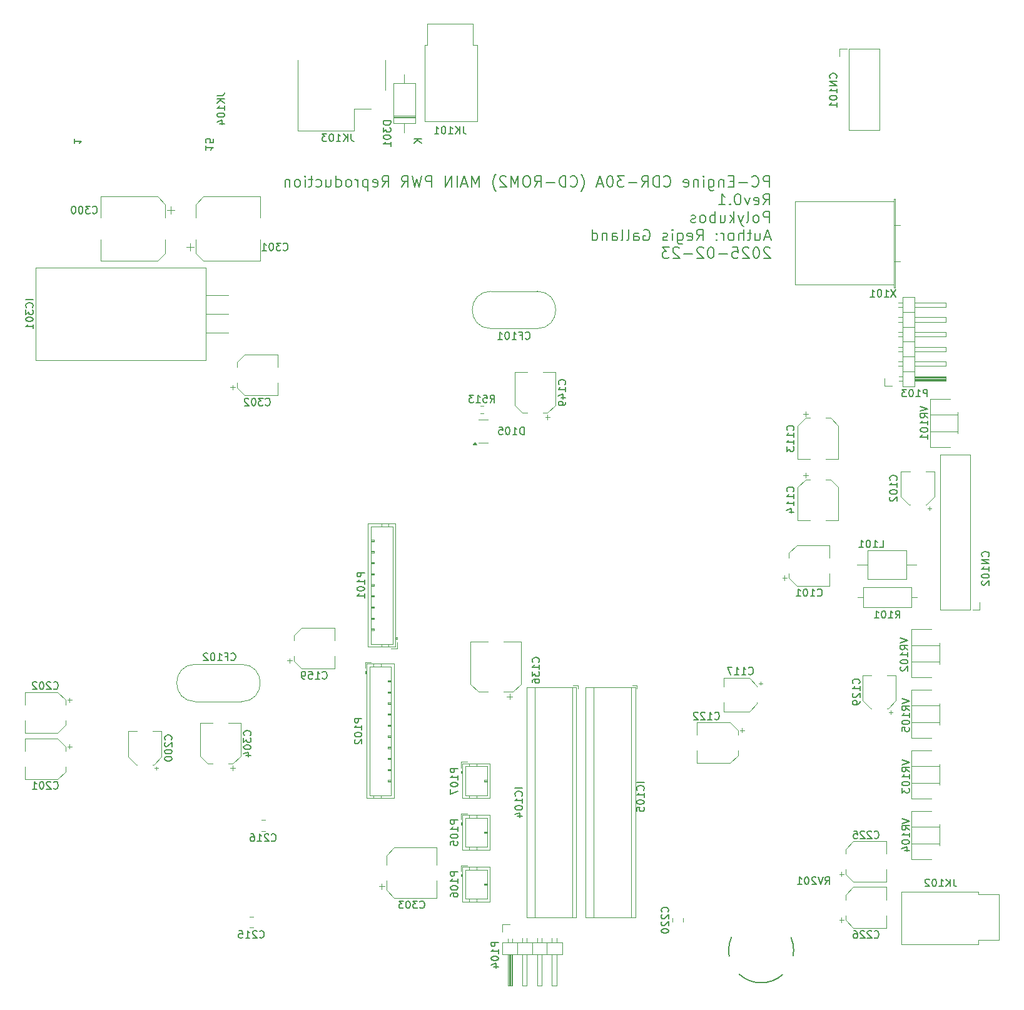
<source format=gbr>
%TF.GenerationSoftware,KiCad,Pcbnew,8.0.9-8.0.9-0~ubuntu24.04.1*%
%TF.CreationDate,2025-02-24T01:21:31+01:00*%
%TF.ProjectId,Main_PCB,4d61696e-5f50-4434-922e-6b696361645f,0.1*%
%TF.SameCoordinates,Original*%
%TF.FileFunction,Legend,Bot*%
%TF.FilePolarity,Positive*%
%FSLAX46Y46*%
G04 Gerber Fmt 4.6, Leading zero omitted, Abs format (unit mm)*
G04 Created by KiCad (PCBNEW 8.0.9-8.0.9-0~ubuntu24.04.1) date 2025-02-24 01:21:31*
%MOMM*%
%LPD*%
G01*
G04 APERTURE LIST*
%ADD10C,0.187500*%
%ADD11C,0.150000*%
%ADD12C,0.120000*%
G04 APERTURE END LIST*
D10*
X148119502Y-97347014D02*
X148119502Y-95847014D01*
X148119502Y-95847014D02*
X147548073Y-95847014D01*
X147548073Y-95847014D02*
X147405216Y-95918443D01*
X147405216Y-95918443D02*
X147333787Y-95989871D01*
X147333787Y-95989871D02*
X147262359Y-96132728D01*
X147262359Y-96132728D02*
X147262359Y-96347014D01*
X147262359Y-96347014D02*
X147333787Y-96489871D01*
X147333787Y-96489871D02*
X147405216Y-96561300D01*
X147405216Y-96561300D02*
X147548073Y-96632728D01*
X147548073Y-96632728D02*
X148119502Y-96632728D01*
X145762359Y-97204157D02*
X145833787Y-97275586D01*
X145833787Y-97275586D02*
X146048073Y-97347014D01*
X146048073Y-97347014D02*
X146190930Y-97347014D01*
X146190930Y-97347014D02*
X146405216Y-97275586D01*
X146405216Y-97275586D02*
X146548073Y-97132728D01*
X146548073Y-97132728D02*
X146619502Y-96989871D01*
X146619502Y-96989871D02*
X146690930Y-96704157D01*
X146690930Y-96704157D02*
X146690930Y-96489871D01*
X146690930Y-96489871D02*
X146619502Y-96204157D01*
X146619502Y-96204157D02*
X146548073Y-96061300D01*
X146548073Y-96061300D02*
X146405216Y-95918443D01*
X146405216Y-95918443D02*
X146190930Y-95847014D01*
X146190930Y-95847014D02*
X146048073Y-95847014D01*
X146048073Y-95847014D02*
X145833787Y-95918443D01*
X145833787Y-95918443D02*
X145762359Y-95989871D01*
X145119502Y-96775586D02*
X143976645Y-96775586D01*
X143262359Y-96561300D02*
X142762359Y-96561300D01*
X142548073Y-97347014D02*
X143262359Y-97347014D01*
X143262359Y-97347014D02*
X143262359Y-95847014D01*
X143262359Y-95847014D02*
X142548073Y-95847014D01*
X141905216Y-96347014D02*
X141905216Y-97347014D01*
X141905216Y-96489871D02*
X141833787Y-96418443D01*
X141833787Y-96418443D02*
X141690930Y-96347014D01*
X141690930Y-96347014D02*
X141476644Y-96347014D01*
X141476644Y-96347014D02*
X141333787Y-96418443D01*
X141333787Y-96418443D02*
X141262359Y-96561300D01*
X141262359Y-96561300D02*
X141262359Y-97347014D01*
X139905216Y-96347014D02*
X139905216Y-97561300D01*
X139905216Y-97561300D02*
X139976644Y-97704157D01*
X139976644Y-97704157D02*
X140048073Y-97775586D01*
X140048073Y-97775586D02*
X140190930Y-97847014D01*
X140190930Y-97847014D02*
X140405216Y-97847014D01*
X140405216Y-97847014D02*
X140548073Y-97775586D01*
X139905216Y-97275586D02*
X140048073Y-97347014D01*
X140048073Y-97347014D02*
X140333787Y-97347014D01*
X140333787Y-97347014D02*
X140476644Y-97275586D01*
X140476644Y-97275586D02*
X140548073Y-97204157D01*
X140548073Y-97204157D02*
X140619501Y-97061300D01*
X140619501Y-97061300D02*
X140619501Y-96632728D01*
X140619501Y-96632728D02*
X140548073Y-96489871D01*
X140548073Y-96489871D02*
X140476644Y-96418443D01*
X140476644Y-96418443D02*
X140333787Y-96347014D01*
X140333787Y-96347014D02*
X140048073Y-96347014D01*
X140048073Y-96347014D02*
X139905216Y-96418443D01*
X139190930Y-97347014D02*
X139190930Y-96347014D01*
X139190930Y-95847014D02*
X139262358Y-95918443D01*
X139262358Y-95918443D02*
X139190930Y-95989871D01*
X139190930Y-95989871D02*
X139119501Y-95918443D01*
X139119501Y-95918443D02*
X139190930Y-95847014D01*
X139190930Y-95847014D02*
X139190930Y-95989871D01*
X138476644Y-96347014D02*
X138476644Y-97347014D01*
X138476644Y-96489871D02*
X138405215Y-96418443D01*
X138405215Y-96418443D02*
X138262358Y-96347014D01*
X138262358Y-96347014D02*
X138048072Y-96347014D01*
X138048072Y-96347014D02*
X137905215Y-96418443D01*
X137905215Y-96418443D02*
X137833787Y-96561300D01*
X137833787Y-96561300D02*
X137833787Y-97347014D01*
X136548072Y-97275586D02*
X136690929Y-97347014D01*
X136690929Y-97347014D02*
X136976644Y-97347014D01*
X136976644Y-97347014D02*
X137119501Y-97275586D01*
X137119501Y-97275586D02*
X137190929Y-97132728D01*
X137190929Y-97132728D02*
X137190929Y-96561300D01*
X137190929Y-96561300D02*
X137119501Y-96418443D01*
X137119501Y-96418443D02*
X136976644Y-96347014D01*
X136976644Y-96347014D02*
X136690929Y-96347014D01*
X136690929Y-96347014D02*
X136548072Y-96418443D01*
X136548072Y-96418443D02*
X136476644Y-96561300D01*
X136476644Y-96561300D02*
X136476644Y-96704157D01*
X136476644Y-96704157D02*
X137190929Y-96847014D01*
X133833787Y-97204157D02*
X133905215Y-97275586D01*
X133905215Y-97275586D02*
X134119501Y-97347014D01*
X134119501Y-97347014D02*
X134262358Y-97347014D01*
X134262358Y-97347014D02*
X134476644Y-97275586D01*
X134476644Y-97275586D02*
X134619501Y-97132728D01*
X134619501Y-97132728D02*
X134690930Y-96989871D01*
X134690930Y-96989871D02*
X134762358Y-96704157D01*
X134762358Y-96704157D02*
X134762358Y-96489871D01*
X134762358Y-96489871D02*
X134690930Y-96204157D01*
X134690930Y-96204157D02*
X134619501Y-96061300D01*
X134619501Y-96061300D02*
X134476644Y-95918443D01*
X134476644Y-95918443D02*
X134262358Y-95847014D01*
X134262358Y-95847014D02*
X134119501Y-95847014D01*
X134119501Y-95847014D02*
X133905215Y-95918443D01*
X133905215Y-95918443D02*
X133833787Y-95989871D01*
X133190930Y-97347014D02*
X133190930Y-95847014D01*
X133190930Y-95847014D02*
X132833787Y-95847014D01*
X132833787Y-95847014D02*
X132619501Y-95918443D01*
X132619501Y-95918443D02*
X132476644Y-96061300D01*
X132476644Y-96061300D02*
X132405215Y-96204157D01*
X132405215Y-96204157D02*
X132333787Y-96489871D01*
X132333787Y-96489871D02*
X132333787Y-96704157D01*
X132333787Y-96704157D02*
X132405215Y-96989871D01*
X132405215Y-96989871D02*
X132476644Y-97132728D01*
X132476644Y-97132728D02*
X132619501Y-97275586D01*
X132619501Y-97275586D02*
X132833787Y-97347014D01*
X132833787Y-97347014D02*
X133190930Y-97347014D01*
X130833787Y-97347014D02*
X131333787Y-96632728D01*
X131690930Y-97347014D02*
X131690930Y-95847014D01*
X131690930Y-95847014D02*
X131119501Y-95847014D01*
X131119501Y-95847014D02*
X130976644Y-95918443D01*
X130976644Y-95918443D02*
X130905215Y-95989871D01*
X130905215Y-95989871D02*
X130833787Y-96132728D01*
X130833787Y-96132728D02*
X130833787Y-96347014D01*
X130833787Y-96347014D02*
X130905215Y-96489871D01*
X130905215Y-96489871D02*
X130976644Y-96561300D01*
X130976644Y-96561300D02*
X131119501Y-96632728D01*
X131119501Y-96632728D02*
X131690930Y-96632728D01*
X130190930Y-96775586D02*
X129048073Y-96775586D01*
X128476644Y-95847014D02*
X127548072Y-95847014D01*
X127548072Y-95847014D02*
X128048072Y-96418443D01*
X128048072Y-96418443D02*
X127833787Y-96418443D01*
X127833787Y-96418443D02*
X127690930Y-96489871D01*
X127690930Y-96489871D02*
X127619501Y-96561300D01*
X127619501Y-96561300D02*
X127548072Y-96704157D01*
X127548072Y-96704157D02*
X127548072Y-97061300D01*
X127548072Y-97061300D02*
X127619501Y-97204157D01*
X127619501Y-97204157D02*
X127690930Y-97275586D01*
X127690930Y-97275586D02*
X127833787Y-97347014D01*
X127833787Y-97347014D02*
X128262358Y-97347014D01*
X128262358Y-97347014D02*
X128405215Y-97275586D01*
X128405215Y-97275586D02*
X128476644Y-97204157D01*
X126619501Y-95847014D02*
X126476644Y-95847014D01*
X126476644Y-95847014D02*
X126333787Y-95918443D01*
X126333787Y-95918443D02*
X126262359Y-95989871D01*
X126262359Y-95989871D02*
X126190930Y-96132728D01*
X126190930Y-96132728D02*
X126119501Y-96418443D01*
X126119501Y-96418443D02*
X126119501Y-96775586D01*
X126119501Y-96775586D02*
X126190930Y-97061300D01*
X126190930Y-97061300D02*
X126262359Y-97204157D01*
X126262359Y-97204157D02*
X126333787Y-97275586D01*
X126333787Y-97275586D02*
X126476644Y-97347014D01*
X126476644Y-97347014D02*
X126619501Y-97347014D01*
X126619501Y-97347014D02*
X126762359Y-97275586D01*
X126762359Y-97275586D02*
X126833787Y-97204157D01*
X126833787Y-97204157D02*
X126905216Y-97061300D01*
X126905216Y-97061300D02*
X126976644Y-96775586D01*
X126976644Y-96775586D02*
X126976644Y-96418443D01*
X126976644Y-96418443D02*
X126905216Y-96132728D01*
X126905216Y-96132728D02*
X126833787Y-95989871D01*
X126833787Y-95989871D02*
X126762359Y-95918443D01*
X126762359Y-95918443D02*
X126619501Y-95847014D01*
X125548073Y-96918443D02*
X124833788Y-96918443D01*
X125690930Y-97347014D02*
X125190930Y-95847014D01*
X125190930Y-95847014D02*
X124690930Y-97347014D01*
X122619502Y-97918443D02*
X122690931Y-97847014D01*
X122690931Y-97847014D02*
X122833788Y-97632728D01*
X122833788Y-97632728D02*
X122905217Y-97489871D01*
X122905217Y-97489871D02*
X122976645Y-97275586D01*
X122976645Y-97275586D02*
X123048074Y-96918443D01*
X123048074Y-96918443D02*
X123048074Y-96632728D01*
X123048074Y-96632728D02*
X122976645Y-96275586D01*
X122976645Y-96275586D02*
X122905217Y-96061300D01*
X122905217Y-96061300D02*
X122833788Y-95918443D01*
X122833788Y-95918443D02*
X122690931Y-95704157D01*
X122690931Y-95704157D02*
X122619502Y-95632728D01*
X121190931Y-97204157D02*
X121262359Y-97275586D01*
X121262359Y-97275586D02*
X121476645Y-97347014D01*
X121476645Y-97347014D02*
X121619502Y-97347014D01*
X121619502Y-97347014D02*
X121833788Y-97275586D01*
X121833788Y-97275586D02*
X121976645Y-97132728D01*
X121976645Y-97132728D02*
X122048074Y-96989871D01*
X122048074Y-96989871D02*
X122119502Y-96704157D01*
X122119502Y-96704157D02*
X122119502Y-96489871D01*
X122119502Y-96489871D02*
X122048074Y-96204157D01*
X122048074Y-96204157D02*
X121976645Y-96061300D01*
X121976645Y-96061300D02*
X121833788Y-95918443D01*
X121833788Y-95918443D02*
X121619502Y-95847014D01*
X121619502Y-95847014D02*
X121476645Y-95847014D01*
X121476645Y-95847014D02*
X121262359Y-95918443D01*
X121262359Y-95918443D02*
X121190931Y-95989871D01*
X120548074Y-97347014D02*
X120548074Y-95847014D01*
X120548074Y-95847014D02*
X120190931Y-95847014D01*
X120190931Y-95847014D02*
X119976645Y-95918443D01*
X119976645Y-95918443D02*
X119833788Y-96061300D01*
X119833788Y-96061300D02*
X119762359Y-96204157D01*
X119762359Y-96204157D02*
X119690931Y-96489871D01*
X119690931Y-96489871D02*
X119690931Y-96704157D01*
X119690931Y-96704157D02*
X119762359Y-96989871D01*
X119762359Y-96989871D02*
X119833788Y-97132728D01*
X119833788Y-97132728D02*
X119976645Y-97275586D01*
X119976645Y-97275586D02*
X120190931Y-97347014D01*
X120190931Y-97347014D02*
X120548074Y-97347014D01*
X119048074Y-96775586D02*
X117905217Y-96775586D01*
X116333788Y-97347014D02*
X116833788Y-96632728D01*
X117190931Y-97347014D02*
X117190931Y-95847014D01*
X117190931Y-95847014D02*
X116619502Y-95847014D01*
X116619502Y-95847014D02*
X116476645Y-95918443D01*
X116476645Y-95918443D02*
X116405216Y-95989871D01*
X116405216Y-95989871D02*
X116333788Y-96132728D01*
X116333788Y-96132728D02*
X116333788Y-96347014D01*
X116333788Y-96347014D02*
X116405216Y-96489871D01*
X116405216Y-96489871D02*
X116476645Y-96561300D01*
X116476645Y-96561300D02*
X116619502Y-96632728D01*
X116619502Y-96632728D02*
X117190931Y-96632728D01*
X115405216Y-95847014D02*
X115119502Y-95847014D01*
X115119502Y-95847014D02*
X114976645Y-95918443D01*
X114976645Y-95918443D02*
X114833788Y-96061300D01*
X114833788Y-96061300D02*
X114762359Y-96347014D01*
X114762359Y-96347014D02*
X114762359Y-96847014D01*
X114762359Y-96847014D02*
X114833788Y-97132728D01*
X114833788Y-97132728D02*
X114976645Y-97275586D01*
X114976645Y-97275586D02*
X115119502Y-97347014D01*
X115119502Y-97347014D02*
X115405216Y-97347014D01*
X115405216Y-97347014D02*
X115548074Y-97275586D01*
X115548074Y-97275586D02*
X115690931Y-97132728D01*
X115690931Y-97132728D02*
X115762359Y-96847014D01*
X115762359Y-96847014D02*
X115762359Y-96347014D01*
X115762359Y-96347014D02*
X115690931Y-96061300D01*
X115690931Y-96061300D02*
X115548074Y-95918443D01*
X115548074Y-95918443D02*
X115405216Y-95847014D01*
X114119502Y-97347014D02*
X114119502Y-95847014D01*
X114119502Y-95847014D02*
X113619502Y-96918443D01*
X113619502Y-96918443D02*
X113119502Y-95847014D01*
X113119502Y-95847014D02*
X113119502Y-97347014D01*
X112476644Y-95989871D02*
X112405216Y-95918443D01*
X112405216Y-95918443D02*
X112262359Y-95847014D01*
X112262359Y-95847014D02*
X111905216Y-95847014D01*
X111905216Y-95847014D02*
X111762359Y-95918443D01*
X111762359Y-95918443D02*
X111690930Y-95989871D01*
X111690930Y-95989871D02*
X111619501Y-96132728D01*
X111619501Y-96132728D02*
X111619501Y-96275586D01*
X111619501Y-96275586D02*
X111690930Y-96489871D01*
X111690930Y-96489871D02*
X112548073Y-97347014D01*
X112548073Y-97347014D02*
X111619501Y-97347014D01*
X111119502Y-97918443D02*
X111048073Y-97847014D01*
X111048073Y-97847014D02*
X110905216Y-97632728D01*
X110905216Y-97632728D02*
X110833788Y-97489871D01*
X110833788Y-97489871D02*
X110762359Y-97275586D01*
X110762359Y-97275586D02*
X110690930Y-96918443D01*
X110690930Y-96918443D02*
X110690930Y-96632728D01*
X110690930Y-96632728D02*
X110762359Y-96275586D01*
X110762359Y-96275586D02*
X110833788Y-96061300D01*
X110833788Y-96061300D02*
X110905216Y-95918443D01*
X110905216Y-95918443D02*
X111048073Y-95704157D01*
X111048073Y-95704157D02*
X111119502Y-95632728D01*
X108833788Y-97347014D02*
X108833788Y-95847014D01*
X108833788Y-95847014D02*
X108333788Y-96918443D01*
X108333788Y-96918443D02*
X107833788Y-95847014D01*
X107833788Y-95847014D02*
X107833788Y-97347014D01*
X107190930Y-96918443D02*
X106476645Y-96918443D01*
X107333787Y-97347014D02*
X106833787Y-95847014D01*
X106833787Y-95847014D02*
X106333787Y-97347014D01*
X105833788Y-97347014D02*
X105833788Y-95847014D01*
X105119502Y-97347014D02*
X105119502Y-95847014D01*
X105119502Y-95847014D02*
X104262359Y-97347014D01*
X104262359Y-97347014D02*
X104262359Y-95847014D01*
X102405216Y-97347014D02*
X102405216Y-95847014D01*
X102405216Y-95847014D02*
X101833787Y-95847014D01*
X101833787Y-95847014D02*
X101690930Y-95918443D01*
X101690930Y-95918443D02*
X101619501Y-95989871D01*
X101619501Y-95989871D02*
X101548073Y-96132728D01*
X101548073Y-96132728D02*
X101548073Y-96347014D01*
X101548073Y-96347014D02*
X101619501Y-96489871D01*
X101619501Y-96489871D02*
X101690930Y-96561300D01*
X101690930Y-96561300D02*
X101833787Y-96632728D01*
X101833787Y-96632728D02*
X102405216Y-96632728D01*
X101048073Y-95847014D02*
X100690930Y-97347014D01*
X100690930Y-97347014D02*
X100405216Y-96275586D01*
X100405216Y-96275586D02*
X100119501Y-97347014D01*
X100119501Y-97347014D02*
X99762359Y-95847014D01*
X98333787Y-97347014D02*
X98833787Y-96632728D01*
X99190930Y-97347014D02*
X99190930Y-95847014D01*
X99190930Y-95847014D02*
X98619501Y-95847014D01*
X98619501Y-95847014D02*
X98476644Y-95918443D01*
X98476644Y-95918443D02*
X98405215Y-95989871D01*
X98405215Y-95989871D02*
X98333787Y-96132728D01*
X98333787Y-96132728D02*
X98333787Y-96347014D01*
X98333787Y-96347014D02*
X98405215Y-96489871D01*
X98405215Y-96489871D02*
X98476644Y-96561300D01*
X98476644Y-96561300D02*
X98619501Y-96632728D01*
X98619501Y-96632728D02*
X99190930Y-96632728D01*
X95690930Y-97347014D02*
X96190930Y-96632728D01*
X96548073Y-97347014D02*
X96548073Y-95847014D01*
X96548073Y-95847014D02*
X95976644Y-95847014D01*
X95976644Y-95847014D02*
X95833787Y-95918443D01*
X95833787Y-95918443D02*
X95762358Y-95989871D01*
X95762358Y-95989871D02*
X95690930Y-96132728D01*
X95690930Y-96132728D02*
X95690930Y-96347014D01*
X95690930Y-96347014D02*
X95762358Y-96489871D01*
X95762358Y-96489871D02*
X95833787Y-96561300D01*
X95833787Y-96561300D02*
X95976644Y-96632728D01*
X95976644Y-96632728D02*
X96548073Y-96632728D01*
X94476644Y-97275586D02*
X94619501Y-97347014D01*
X94619501Y-97347014D02*
X94905216Y-97347014D01*
X94905216Y-97347014D02*
X95048073Y-97275586D01*
X95048073Y-97275586D02*
X95119501Y-97132728D01*
X95119501Y-97132728D02*
X95119501Y-96561300D01*
X95119501Y-96561300D02*
X95048073Y-96418443D01*
X95048073Y-96418443D02*
X94905216Y-96347014D01*
X94905216Y-96347014D02*
X94619501Y-96347014D01*
X94619501Y-96347014D02*
X94476644Y-96418443D01*
X94476644Y-96418443D02*
X94405216Y-96561300D01*
X94405216Y-96561300D02*
X94405216Y-96704157D01*
X94405216Y-96704157D02*
X95119501Y-96847014D01*
X93762359Y-96347014D02*
X93762359Y-97847014D01*
X93762359Y-96418443D02*
X93619502Y-96347014D01*
X93619502Y-96347014D02*
X93333787Y-96347014D01*
X93333787Y-96347014D02*
X93190930Y-96418443D01*
X93190930Y-96418443D02*
X93119502Y-96489871D01*
X93119502Y-96489871D02*
X93048073Y-96632728D01*
X93048073Y-96632728D02*
X93048073Y-97061300D01*
X93048073Y-97061300D02*
X93119502Y-97204157D01*
X93119502Y-97204157D02*
X93190930Y-97275586D01*
X93190930Y-97275586D02*
X93333787Y-97347014D01*
X93333787Y-97347014D02*
X93619502Y-97347014D01*
X93619502Y-97347014D02*
X93762359Y-97275586D01*
X92405216Y-97347014D02*
X92405216Y-96347014D01*
X92405216Y-96632728D02*
X92333787Y-96489871D01*
X92333787Y-96489871D02*
X92262359Y-96418443D01*
X92262359Y-96418443D02*
X92119501Y-96347014D01*
X92119501Y-96347014D02*
X91976644Y-96347014D01*
X91262359Y-97347014D02*
X91405216Y-97275586D01*
X91405216Y-97275586D02*
X91476645Y-97204157D01*
X91476645Y-97204157D02*
X91548073Y-97061300D01*
X91548073Y-97061300D02*
X91548073Y-96632728D01*
X91548073Y-96632728D02*
X91476645Y-96489871D01*
X91476645Y-96489871D02*
X91405216Y-96418443D01*
X91405216Y-96418443D02*
X91262359Y-96347014D01*
X91262359Y-96347014D02*
X91048073Y-96347014D01*
X91048073Y-96347014D02*
X90905216Y-96418443D01*
X90905216Y-96418443D02*
X90833788Y-96489871D01*
X90833788Y-96489871D02*
X90762359Y-96632728D01*
X90762359Y-96632728D02*
X90762359Y-97061300D01*
X90762359Y-97061300D02*
X90833788Y-97204157D01*
X90833788Y-97204157D02*
X90905216Y-97275586D01*
X90905216Y-97275586D02*
X91048073Y-97347014D01*
X91048073Y-97347014D02*
X91262359Y-97347014D01*
X89476645Y-97347014D02*
X89476645Y-95847014D01*
X89476645Y-97275586D02*
X89619502Y-97347014D01*
X89619502Y-97347014D02*
X89905216Y-97347014D01*
X89905216Y-97347014D02*
X90048073Y-97275586D01*
X90048073Y-97275586D02*
X90119502Y-97204157D01*
X90119502Y-97204157D02*
X90190930Y-97061300D01*
X90190930Y-97061300D02*
X90190930Y-96632728D01*
X90190930Y-96632728D02*
X90119502Y-96489871D01*
X90119502Y-96489871D02*
X90048073Y-96418443D01*
X90048073Y-96418443D02*
X89905216Y-96347014D01*
X89905216Y-96347014D02*
X89619502Y-96347014D01*
X89619502Y-96347014D02*
X89476645Y-96418443D01*
X88119502Y-96347014D02*
X88119502Y-97347014D01*
X88762359Y-96347014D02*
X88762359Y-97132728D01*
X88762359Y-97132728D02*
X88690930Y-97275586D01*
X88690930Y-97275586D02*
X88548073Y-97347014D01*
X88548073Y-97347014D02*
X88333787Y-97347014D01*
X88333787Y-97347014D02*
X88190930Y-97275586D01*
X88190930Y-97275586D02*
X88119502Y-97204157D01*
X86762359Y-97275586D02*
X86905216Y-97347014D01*
X86905216Y-97347014D02*
X87190930Y-97347014D01*
X87190930Y-97347014D02*
X87333787Y-97275586D01*
X87333787Y-97275586D02*
X87405216Y-97204157D01*
X87405216Y-97204157D02*
X87476644Y-97061300D01*
X87476644Y-97061300D02*
X87476644Y-96632728D01*
X87476644Y-96632728D02*
X87405216Y-96489871D01*
X87405216Y-96489871D02*
X87333787Y-96418443D01*
X87333787Y-96418443D02*
X87190930Y-96347014D01*
X87190930Y-96347014D02*
X86905216Y-96347014D01*
X86905216Y-96347014D02*
X86762359Y-96418443D01*
X86333787Y-96347014D02*
X85762359Y-96347014D01*
X86119502Y-95847014D02*
X86119502Y-97132728D01*
X86119502Y-97132728D02*
X86048073Y-97275586D01*
X86048073Y-97275586D02*
X85905216Y-97347014D01*
X85905216Y-97347014D02*
X85762359Y-97347014D01*
X85262359Y-97347014D02*
X85262359Y-96347014D01*
X85262359Y-95847014D02*
X85333787Y-95918443D01*
X85333787Y-95918443D02*
X85262359Y-95989871D01*
X85262359Y-95989871D02*
X85190930Y-95918443D01*
X85190930Y-95918443D02*
X85262359Y-95847014D01*
X85262359Y-95847014D02*
X85262359Y-95989871D01*
X84333787Y-97347014D02*
X84476644Y-97275586D01*
X84476644Y-97275586D02*
X84548073Y-97204157D01*
X84548073Y-97204157D02*
X84619501Y-97061300D01*
X84619501Y-97061300D02*
X84619501Y-96632728D01*
X84619501Y-96632728D02*
X84548073Y-96489871D01*
X84548073Y-96489871D02*
X84476644Y-96418443D01*
X84476644Y-96418443D02*
X84333787Y-96347014D01*
X84333787Y-96347014D02*
X84119501Y-96347014D01*
X84119501Y-96347014D02*
X83976644Y-96418443D01*
X83976644Y-96418443D02*
X83905216Y-96489871D01*
X83905216Y-96489871D02*
X83833787Y-96632728D01*
X83833787Y-96632728D02*
X83833787Y-97061300D01*
X83833787Y-97061300D02*
X83905216Y-97204157D01*
X83905216Y-97204157D02*
X83976644Y-97275586D01*
X83976644Y-97275586D02*
X84119501Y-97347014D01*
X84119501Y-97347014D02*
X84333787Y-97347014D01*
X83190930Y-96347014D02*
X83190930Y-97347014D01*
X83190930Y-96489871D02*
X83119501Y-96418443D01*
X83119501Y-96418443D02*
X82976644Y-96347014D01*
X82976644Y-96347014D02*
X82762358Y-96347014D01*
X82762358Y-96347014D02*
X82619501Y-96418443D01*
X82619501Y-96418443D02*
X82548073Y-96561300D01*
X82548073Y-96561300D02*
X82548073Y-97347014D01*
X147262359Y-99761930D02*
X147762359Y-99047644D01*
X148119502Y-99761930D02*
X148119502Y-98261930D01*
X148119502Y-98261930D02*
X147548073Y-98261930D01*
X147548073Y-98261930D02*
X147405216Y-98333359D01*
X147405216Y-98333359D02*
X147333787Y-98404787D01*
X147333787Y-98404787D02*
X147262359Y-98547644D01*
X147262359Y-98547644D02*
X147262359Y-98761930D01*
X147262359Y-98761930D02*
X147333787Y-98904787D01*
X147333787Y-98904787D02*
X147405216Y-98976216D01*
X147405216Y-98976216D02*
X147548073Y-99047644D01*
X147548073Y-99047644D02*
X148119502Y-99047644D01*
X146048073Y-99690502D02*
X146190930Y-99761930D01*
X146190930Y-99761930D02*
X146476645Y-99761930D01*
X146476645Y-99761930D02*
X146619502Y-99690502D01*
X146619502Y-99690502D02*
X146690930Y-99547644D01*
X146690930Y-99547644D02*
X146690930Y-98976216D01*
X146690930Y-98976216D02*
X146619502Y-98833359D01*
X146619502Y-98833359D02*
X146476645Y-98761930D01*
X146476645Y-98761930D02*
X146190930Y-98761930D01*
X146190930Y-98761930D02*
X146048073Y-98833359D01*
X146048073Y-98833359D02*
X145976645Y-98976216D01*
X145976645Y-98976216D02*
X145976645Y-99119073D01*
X145976645Y-99119073D02*
X146690930Y-99261930D01*
X145476645Y-98761930D02*
X145119502Y-99761930D01*
X145119502Y-99761930D02*
X144762359Y-98761930D01*
X143905216Y-98261930D02*
X143762359Y-98261930D01*
X143762359Y-98261930D02*
X143619502Y-98333359D01*
X143619502Y-98333359D02*
X143548074Y-98404787D01*
X143548074Y-98404787D02*
X143476645Y-98547644D01*
X143476645Y-98547644D02*
X143405216Y-98833359D01*
X143405216Y-98833359D02*
X143405216Y-99190502D01*
X143405216Y-99190502D02*
X143476645Y-99476216D01*
X143476645Y-99476216D02*
X143548074Y-99619073D01*
X143548074Y-99619073D02*
X143619502Y-99690502D01*
X143619502Y-99690502D02*
X143762359Y-99761930D01*
X143762359Y-99761930D02*
X143905216Y-99761930D01*
X143905216Y-99761930D02*
X144048074Y-99690502D01*
X144048074Y-99690502D02*
X144119502Y-99619073D01*
X144119502Y-99619073D02*
X144190931Y-99476216D01*
X144190931Y-99476216D02*
X144262359Y-99190502D01*
X144262359Y-99190502D02*
X144262359Y-98833359D01*
X144262359Y-98833359D02*
X144190931Y-98547644D01*
X144190931Y-98547644D02*
X144119502Y-98404787D01*
X144119502Y-98404787D02*
X144048074Y-98333359D01*
X144048074Y-98333359D02*
X143905216Y-98261930D01*
X142762360Y-99619073D02*
X142690931Y-99690502D01*
X142690931Y-99690502D02*
X142762360Y-99761930D01*
X142762360Y-99761930D02*
X142833788Y-99690502D01*
X142833788Y-99690502D02*
X142762360Y-99619073D01*
X142762360Y-99619073D02*
X142762360Y-99761930D01*
X141262359Y-99761930D02*
X142119502Y-99761930D01*
X141690931Y-99761930D02*
X141690931Y-98261930D01*
X141690931Y-98261930D02*
X141833788Y-98476216D01*
X141833788Y-98476216D02*
X141976645Y-98619073D01*
X141976645Y-98619073D02*
X142119502Y-98690502D01*
X148119502Y-102176846D02*
X148119502Y-100676846D01*
X148119502Y-100676846D02*
X147548073Y-100676846D01*
X147548073Y-100676846D02*
X147405216Y-100748275D01*
X147405216Y-100748275D02*
X147333787Y-100819703D01*
X147333787Y-100819703D02*
X147262359Y-100962560D01*
X147262359Y-100962560D02*
X147262359Y-101176846D01*
X147262359Y-101176846D02*
X147333787Y-101319703D01*
X147333787Y-101319703D02*
X147405216Y-101391132D01*
X147405216Y-101391132D02*
X147548073Y-101462560D01*
X147548073Y-101462560D02*
X148119502Y-101462560D01*
X146405216Y-102176846D02*
X146548073Y-102105418D01*
X146548073Y-102105418D02*
X146619502Y-102033989D01*
X146619502Y-102033989D02*
X146690930Y-101891132D01*
X146690930Y-101891132D02*
X146690930Y-101462560D01*
X146690930Y-101462560D02*
X146619502Y-101319703D01*
X146619502Y-101319703D02*
X146548073Y-101248275D01*
X146548073Y-101248275D02*
X146405216Y-101176846D01*
X146405216Y-101176846D02*
X146190930Y-101176846D01*
X146190930Y-101176846D02*
X146048073Y-101248275D01*
X146048073Y-101248275D02*
X145976645Y-101319703D01*
X145976645Y-101319703D02*
X145905216Y-101462560D01*
X145905216Y-101462560D02*
X145905216Y-101891132D01*
X145905216Y-101891132D02*
X145976645Y-102033989D01*
X145976645Y-102033989D02*
X146048073Y-102105418D01*
X146048073Y-102105418D02*
X146190930Y-102176846D01*
X146190930Y-102176846D02*
X146405216Y-102176846D01*
X145048073Y-102176846D02*
X145190930Y-102105418D01*
X145190930Y-102105418D02*
X145262359Y-101962560D01*
X145262359Y-101962560D02*
X145262359Y-100676846D01*
X144619502Y-101176846D02*
X144262359Y-102176846D01*
X143905216Y-101176846D02*
X144262359Y-102176846D01*
X144262359Y-102176846D02*
X144405216Y-102533989D01*
X144405216Y-102533989D02*
X144476645Y-102605418D01*
X144476645Y-102605418D02*
X144619502Y-102676846D01*
X143333788Y-102176846D02*
X143333788Y-100676846D01*
X143190931Y-101605418D02*
X142762359Y-102176846D01*
X142762359Y-101176846D02*
X143333788Y-101748275D01*
X141476645Y-101176846D02*
X141476645Y-102176846D01*
X142119502Y-101176846D02*
X142119502Y-101962560D01*
X142119502Y-101962560D02*
X142048073Y-102105418D01*
X142048073Y-102105418D02*
X141905216Y-102176846D01*
X141905216Y-102176846D02*
X141690930Y-102176846D01*
X141690930Y-102176846D02*
X141548073Y-102105418D01*
X141548073Y-102105418D02*
X141476645Y-102033989D01*
X140762359Y-102176846D02*
X140762359Y-100676846D01*
X140762359Y-101248275D02*
X140619502Y-101176846D01*
X140619502Y-101176846D02*
X140333787Y-101176846D01*
X140333787Y-101176846D02*
X140190930Y-101248275D01*
X140190930Y-101248275D02*
X140119502Y-101319703D01*
X140119502Y-101319703D02*
X140048073Y-101462560D01*
X140048073Y-101462560D02*
X140048073Y-101891132D01*
X140048073Y-101891132D02*
X140119502Y-102033989D01*
X140119502Y-102033989D02*
X140190930Y-102105418D01*
X140190930Y-102105418D02*
X140333787Y-102176846D01*
X140333787Y-102176846D02*
X140619502Y-102176846D01*
X140619502Y-102176846D02*
X140762359Y-102105418D01*
X139190930Y-102176846D02*
X139333787Y-102105418D01*
X139333787Y-102105418D02*
X139405216Y-102033989D01*
X139405216Y-102033989D02*
X139476644Y-101891132D01*
X139476644Y-101891132D02*
X139476644Y-101462560D01*
X139476644Y-101462560D02*
X139405216Y-101319703D01*
X139405216Y-101319703D02*
X139333787Y-101248275D01*
X139333787Y-101248275D02*
X139190930Y-101176846D01*
X139190930Y-101176846D02*
X138976644Y-101176846D01*
X138976644Y-101176846D02*
X138833787Y-101248275D01*
X138833787Y-101248275D02*
X138762359Y-101319703D01*
X138762359Y-101319703D02*
X138690930Y-101462560D01*
X138690930Y-101462560D02*
X138690930Y-101891132D01*
X138690930Y-101891132D02*
X138762359Y-102033989D01*
X138762359Y-102033989D02*
X138833787Y-102105418D01*
X138833787Y-102105418D02*
X138976644Y-102176846D01*
X138976644Y-102176846D02*
X139190930Y-102176846D01*
X138119501Y-102105418D02*
X137976644Y-102176846D01*
X137976644Y-102176846D02*
X137690930Y-102176846D01*
X137690930Y-102176846D02*
X137548073Y-102105418D01*
X137548073Y-102105418D02*
X137476644Y-101962560D01*
X137476644Y-101962560D02*
X137476644Y-101891132D01*
X137476644Y-101891132D02*
X137548073Y-101748275D01*
X137548073Y-101748275D02*
X137690930Y-101676846D01*
X137690930Y-101676846D02*
X137905216Y-101676846D01*
X137905216Y-101676846D02*
X138048073Y-101605418D01*
X138048073Y-101605418D02*
X138119501Y-101462560D01*
X138119501Y-101462560D02*
X138119501Y-101391132D01*
X138119501Y-101391132D02*
X138048073Y-101248275D01*
X138048073Y-101248275D02*
X137905216Y-101176846D01*
X137905216Y-101176846D02*
X137690930Y-101176846D01*
X137690930Y-101176846D02*
X137548073Y-101248275D01*
X148190930Y-104163191D02*
X147476645Y-104163191D01*
X148333787Y-104591762D02*
X147833787Y-103091762D01*
X147833787Y-103091762D02*
X147333787Y-104591762D01*
X146190931Y-103591762D02*
X146190931Y-104591762D01*
X146833788Y-103591762D02*
X146833788Y-104377476D01*
X146833788Y-104377476D02*
X146762359Y-104520334D01*
X146762359Y-104520334D02*
X146619502Y-104591762D01*
X146619502Y-104591762D02*
X146405216Y-104591762D01*
X146405216Y-104591762D02*
X146262359Y-104520334D01*
X146262359Y-104520334D02*
X146190931Y-104448905D01*
X145690930Y-103591762D02*
X145119502Y-103591762D01*
X145476645Y-103091762D02*
X145476645Y-104377476D01*
X145476645Y-104377476D02*
X145405216Y-104520334D01*
X145405216Y-104520334D02*
X145262359Y-104591762D01*
X145262359Y-104591762D02*
X145119502Y-104591762D01*
X144619502Y-104591762D02*
X144619502Y-103091762D01*
X143976645Y-104591762D02*
X143976645Y-103806048D01*
X143976645Y-103806048D02*
X144048073Y-103663191D01*
X144048073Y-103663191D02*
X144190930Y-103591762D01*
X144190930Y-103591762D02*
X144405216Y-103591762D01*
X144405216Y-103591762D02*
X144548073Y-103663191D01*
X144548073Y-103663191D02*
X144619502Y-103734619D01*
X143048073Y-104591762D02*
X143190930Y-104520334D01*
X143190930Y-104520334D02*
X143262359Y-104448905D01*
X143262359Y-104448905D02*
X143333787Y-104306048D01*
X143333787Y-104306048D02*
X143333787Y-103877476D01*
X143333787Y-103877476D02*
X143262359Y-103734619D01*
X143262359Y-103734619D02*
X143190930Y-103663191D01*
X143190930Y-103663191D02*
X143048073Y-103591762D01*
X143048073Y-103591762D02*
X142833787Y-103591762D01*
X142833787Y-103591762D02*
X142690930Y-103663191D01*
X142690930Y-103663191D02*
X142619502Y-103734619D01*
X142619502Y-103734619D02*
X142548073Y-103877476D01*
X142548073Y-103877476D02*
X142548073Y-104306048D01*
X142548073Y-104306048D02*
X142619502Y-104448905D01*
X142619502Y-104448905D02*
X142690930Y-104520334D01*
X142690930Y-104520334D02*
X142833787Y-104591762D01*
X142833787Y-104591762D02*
X143048073Y-104591762D01*
X141905216Y-104591762D02*
X141905216Y-103591762D01*
X141905216Y-103877476D02*
X141833787Y-103734619D01*
X141833787Y-103734619D02*
X141762359Y-103663191D01*
X141762359Y-103663191D02*
X141619501Y-103591762D01*
X141619501Y-103591762D02*
X141476644Y-103591762D01*
X140976645Y-104448905D02*
X140905216Y-104520334D01*
X140905216Y-104520334D02*
X140976645Y-104591762D01*
X140976645Y-104591762D02*
X141048073Y-104520334D01*
X141048073Y-104520334D02*
X140976645Y-104448905D01*
X140976645Y-104448905D02*
X140976645Y-104591762D01*
X140976645Y-103663191D02*
X140905216Y-103734619D01*
X140905216Y-103734619D02*
X140976645Y-103806048D01*
X140976645Y-103806048D02*
X141048073Y-103734619D01*
X141048073Y-103734619D02*
X140976645Y-103663191D01*
X140976645Y-103663191D02*
X140976645Y-103806048D01*
X138262359Y-104591762D02*
X138762359Y-103877476D01*
X139119502Y-104591762D02*
X139119502Y-103091762D01*
X139119502Y-103091762D02*
X138548073Y-103091762D01*
X138548073Y-103091762D02*
X138405216Y-103163191D01*
X138405216Y-103163191D02*
X138333787Y-103234619D01*
X138333787Y-103234619D02*
X138262359Y-103377476D01*
X138262359Y-103377476D02*
X138262359Y-103591762D01*
X138262359Y-103591762D02*
X138333787Y-103734619D01*
X138333787Y-103734619D02*
X138405216Y-103806048D01*
X138405216Y-103806048D02*
X138548073Y-103877476D01*
X138548073Y-103877476D02*
X139119502Y-103877476D01*
X137048073Y-104520334D02*
X137190930Y-104591762D01*
X137190930Y-104591762D02*
X137476645Y-104591762D01*
X137476645Y-104591762D02*
X137619502Y-104520334D01*
X137619502Y-104520334D02*
X137690930Y-104377476D01*
X137690930Y-104377476D02*
X137690930Y-103806048D01*
X137690930Y-103806048D02*
X137619502Y-103663191D01*
X137619502Y-103663191D02*
X137476645Y-103591762D01*
X137476645Y-103591762D02*
X137190930Y-103591762D01*
X137190930Y-103591762D02*
X137048073Y-103663191D01*
X137048073Y-103663191D02*
X136976645Y-103806048D01*
X136976645Y-103806048D02*
X136976645Y-103948905D01*
X136976645Y-103948905D02*
X137690930Y-104091762D01*
X135690931Y-103591762D02*
X135690931Y-104806048D01*
X135690931Y-104806048D02*
X135762359Y-104948905D01*
X135762359Y-104948905D02*
X135833788Y-105020334D01*
X135833788Y-105020334D02*
X135976645Y-105091762D01*
X135976645Y-105091762D02*
X136190931Y-105091762D01*
X136190931Y-105091762D02*
X136333788Y-105020334D01*
X135690931Y-104520334D02*
X135833788Y-104591762D01*
X135833788Y-104591762D02*
X136119502Y-104591762D01*
X136119502Y-104591762D02*
X136262359Y-104520334D01*
X136262359Y-104520334D02*
X136333788Y-104448905D01*
X136333788Y-104448905D02*
X136405216Y-104306048D01*
X136405216Y-104306048D02*
X136405216Y-103877476D01*
X136405216Y-103877476D02*
X136333788Y-103734619D01*
X136333788Y-103734619D02*
X136262359Y-103663191D01*
X136262359Y-103663191D02*
X136119502Y-103591762D01*
X136119502Y-103591762D02*
X135833788Y-103591762D01*
X135833788Y-103591762D02*
X135690931Y-103663191D01*
X134976645Y-104591762D02*
X134976645Y-103591762D01*
X134976645Y-103091762D02*
X135048073Y-103163191D01*
X135048073Y-103163191D02*
X134976645Y-103234619D01*
X134976645Y-103234619D02*
X134905216Y-103163191D01*
X134905216Y-103163191D02*
X134976645Y-103091762D01*
X134976645Y-103091762D02*
X134976645Y-103234619D01*
X134333787Y-104520334D02*
X134190930Y-104591762D01*
X134190930Y-104591762D02*
X133905216Y-104591762D01*
X133905216Y-104591762D02*
X133762359Y-104520334D01*
X133762359Y-104520334D02*
X133690930Y-104377476D01*
X133690930Y-104377476D02*
X133690930Y-104306048D01*
X133690930Y-104306048D02*
X133762359Y-104163191D01*
X133762359Y-104163191D02*
X133905216Y-104091762D01*
X133905216Y-104091762D02*
X134119502Y-104091762D01*
X134119502Y-104091762D02*
X134262359Y-104020334D01*
X134262359Y-104020334D02*
X134333787Y-103877476D01*
X134333787Y-103877476D02*
X134333787Y-103806048D01*
X134333787Y-103806048D02*
X134262359Y-103663191D01*
X134262359Y-103663191D02*
X134119502Y-103591762D01*
X134119502Y-103591762D02*
X133905216Y-103591762D01*
X133905216Y-103591762D02*
X133762359Y-103663191D01*
X131119501Y-103163191D02*
X131262359Y-103091762D01*
X131262359Y-103091762D02*
X131476644Y-103091762D01*
X131476644Y-103091762D02*
X131690930Y-103163191D01*
X131690930Y-103163191D02*
X131833787Y-103306048D01*
X131833787Y-103306048D02*
X131905216Y-103448905D01*
X131905216Y-103448905D02*
X131976644Y-103734619D01*
X131976644Y-103734619D02*
X131976644Y-103948905D01*
X131976644Y-103948905D02*
X131905216Y-104234619D01*
X131905216Y-104234619D02*
X131833787Y-104377476D01*
X131833787Y-104377476D02*
X131690930Y-104520334D01*
X131690930Y-104520334D02*
X131476644Y-104591762D01*
X131476644Y-104591762D02*
X131333787Y-104591762D01*
X131333787Y-104591762D02*
X131119501Y-104520334D01*
X131119501Y-104520334D02*
X131048073Y-104448905D01*
X131048073Y-104448905D02*
X131048073Y-103948905D01*
X131048073Y-103948905D02*
X131333787Y-103948905D01*
X129762359Y-104591762D02*
X129762359Y-103806048D01*
X129762359Y-103806048D02*
X129833787Y-103663191D01*
X129833787Y-103663191D02*
X129976644Y-103591762D01*
X129976644Y-103591762D02*
X130262359Y-103591762D01*
X130262359Y-103591762D02*
X130405216Y-103663191D01*
X129762359Y-104520334D02*
X129905216Y-104591762D01*
X129905216Y-104591762D02*
X130262359Y-104591762D01*
X130262359Y-104591762D02*
X130405216Y-104520334D01*
X130405216Y-104520334D02*
X130476644Y-104377476D01*
X130476644Y-104377476D02*
X130476644Y-104234619D01*
X130476644Y-104234619D02*
X130405216Y-104091762D01*
X130405216Y-104091762D02*
X130262359Y-104020334D01*
X130262359Y-104020334D02*
X129905216Y-104020334D01*
X129905216Y-104020334D02*
X129762359Y-103948905D01*
X128833787Y-104591762D02*
X128976644Y-104520334D01*
X128976644Y-104520334D02*
X129048073Y-104377476D01*
X129048073Y-104377476D02*
X129048073Y-103091762D01*
X128048073Y-104591762D02*
X128190930Y-104520334D01*
X128190930Y-104520334D02*
X128262359Y-104377476D01*
X128262359Y-104377476D02*
X128262359Y-103091762D01*
X126833788Y-104591762D02*
X126833788Y-103806048D01*
X126833788Y-103806048D02*
X126905216Y-103663191D01*
X126905216Y-103663191D02*
X127048073Y-103591762D01*
X127048073Y-103591762D02*
X127333788Y-103591762D01*
X127333788Y-103591762D02*
X127476645Y-103663191D01*
X126833788Y-104520334D02*
X126976645Y-104591762D01*
X126976645Y-104591762D02*
X127333788Y-104591762D01*
X127333788Y-104591762D02*
X127476645Y-104520334D01*
X127476645Y-104520334D02*
X127548073Y-104377476D01*
X127548073Y-104377476D02*
X127548073Y-104234619D01*
X127548073Y-104234619D02*
X127476645Y-104091762D01*
X127476645Y-104091762D02*
X127333788Y-104020334D01*
X127333788Y-104020334D02*
X126976645Y-104020334D01*
X126976645Y-104020334D02*
X126833788Y-103948905D01*
X126119502Y-103591762D02*
X126119502Y-104591762D01*
X126119502Y-103734619D02*
X126048073Y-103663191D01*
X126048073Y-103663191D02*
X125905216Y-103591762D01*
X125905216Y-103591762D02*
X125690930Y-103591762D01*
X125690930Y-103591762D02*
X125548073Y-103663191D01*
X125548073Y-103663191D02*
X125476645Y-103806048D01*
X125476645Y-103806048D02*
X125476645Y-104591762D01*
X124119502Y-104591762D02*
X124119502Y-103091762D01*
X124119502Y-104520334D02*
X124262359Y-104591762D01*
X124262359Y-104591762D02*
X124548073Y-104591762D01*
X124548073Y-104591762D02*
X124690930Y-104520334D01*
X124690930Y-104520334D02*
X124762359Y-104448905D01*
X124762359Y-104448905D02*
X124833787Y-104306048D01*
X124833787Y-104306048D02*
X124833787Y-103877476D01*
X124833787Y-103877476D02*
X124762359Y-103734619D01*
X124762359Y-103734619D02*
X124690930Y-103663191D01*
X124690930Y-103663191D02*
X124548073Y-103591762D01*
X124548073Y-103591762D02*
X124262359Y-103591762D01*
X124262359Y-103591762D02*
X124119502Y-103663191D01*
X148190930Y-105649535D02*
X148119502Y-105578107D01*
X148119502Y-105578107D02*
X147976645Y-105506678D01*
X147976645Y-105506678D02*
X147619502Y-105506678D01*
X147619502Y-105506678D02*
X147476645Y-105578107D01*
X147476645Y-105578107D02*
X147405216Y-105649535D01*
X147405216Y-105649535D02*
X147333787Y-105792392D01*
X147333787Y-105792392D02*
X147333787Y-105935250D01*
X147333787Y-105935250D02*
X147405216Y-106149535D01*
X147405216Y-106149535D02*
X148262359Y-107006678D01*
X148262359Y-107006678D02*
X147333787Y-107006678D01*
X146405216Y-105506678D02*
X146262359Y-105506678D01*
X146262359Y-105506678D02*
X146119502Y-105578107D01*
X146119502Y-105578107D02*
X146048074Y-105649535D01*
X146048074Y-105649535D02*
X145976645Y-105792392D01*
X145976645Y-105792392D02*
X145905216Y-106078107D01*
X145905216Y-106078107D02*
X145905216Y-106435250D01*
X145905216Y-106435250D02*
X145976645Y-106720964D01*
X145976645Y-106720964D02*
X146048074Y-106863821D01*
X146048074Y-106863821D02*
X146119502Y-106935250D01*
X146119502Y-106935250D02*
X146262359Y-107006678D01*
X146262359Y-107006678D02*
X146405216Y-107006678D01*
X146405216Y-107006678D02*
X146548074Y-106935250D01*
X146548074Y-106935250D02*
X146619502Y-106863821D01*
X146619502Y-106863821D02*
X146690931Y-106720964D01*
X146690931Y-106720964D02*
X146762359Y-106435250D01*
X146762359Y-106435250D02*
X146762359Y-106078107D01*
X146762359Y-106078107D02*
X146690931Y-105792392D01*
X146690931Y-105792392D02*
X146619502Y-105649535D01*
X146619502Y-105649535D02*
X146548074Y-105578107D01*
X146548074Y-105578107D02*
X146405216Y-105506678D01*
X145333788Y-105649535D02*
X145262360Y-105578107D01*
X145262360Y-105578107D02*
X145119503Y-105506678D01*
X145119503Y-105506678D02*
X144762360Y-105506678D01*
X144762360Y-105506678D02*
X144619503Y-105578107D01*
X144619503Y-105578107D02*
X144548074Y-105649535D01*
X144548074Y-105649535D02*
X144476645Y-105792392D01*
X144476645Y-105792392D02*
X144476645Y-105935250D01*
X144476645Y-105935250D02*
X144548074Y-106149535D01*
X144548074Y-106149535D02*
X145405217Y-107006678D01*
X145405217Y-107006678D02*
X144476645Y-107006678D01*
X143119503Y-105506678D02*
X143833789Y-105506678D01*
X143833789Y-105506678D02*
X143905217Y-106220964D01*
X143905217Y-106220964D02*
X143833789Y-106149535D01*
X143833789Y-106149535D02*
X143690932Y-106078107D01*
X143690932Y-106078107D02*
X143333789Y-106078107D01*
X143333789Y-106078107D02*
X143190932Y-106149535D01*
X143190932Y-106149535D02*
X143119503Y-106220964D01*
X143119503Y-106220964D02*
X143048074Y-106363821D01*
X143048074Y-106363821D02*
X143048074Y-106720964D01*
X143048074Y-106720964D02*
X143119503Y-106863821D01*
X143119503Y-106863821D02*
X143190932Y-106935250D01*
X143190932Y-106935250D02*
X143333789Y-107006678D01*
X143333789Y-107006678D02*
X143690932Y-107006678D01*
X143690932Y-107006678D02*
X143833789Y-106935250D01*
X143833789Y-106935250D02*
X143905217Y-106863821D01*
X142405218Y-106435250D02*
X141262361Y-106435250D01*
X140262360Y-105506678D02*
X140119503Y-105506678D01*
X140119503Y-105506678D02*
X139976646Y-105578107D01*
X139976646Y-105578107D02*
X139905218Y-105649535D01*
X139905218Y-105649535D02*
X139833789Y-105792392D01*
X139833789Y-105792392D02*
X139762360Y-106078107D01*
X139762360Y-106078107D02*
X139762360Y-106435250D01*
X139762360Y-106435250D02*
X139833789Y-106720964D01*
X139833789Y-106720964D02*
X139905218Y-106863821D01*
X139905218Y-106863821D02*
X139976646Y-106935250D01*
X139976646Y-106935250D02*
X140119503Y-107006678D01*
X140119503Y-107006678D02*
X140262360Y-107006678D01*
X140262360Y-107006678D02*
X140405218Y-106935250D01*
X140405218Y-106935250D02*
X140476646Y-106863821D01*
X140476646Y-106863821D02*
X140548075Y-106720964D01*
X140548075Y-106720964D02*
X140619503Y-106435250D01*
X140619503Y-106435250D02*
X140619503Y-106078107D01*
X140619503Y-106078107D02*
X140548075Y-105792392D01*
X140548075Y-105792392D02*
X140476646Y-105649535D01*
X140476646Y-105649535D02*
X140405218Y-105578107D01*
X140405218Y-105578107D02*
X140262360Y-105506678D01*
X139190932Y-105649535D02*
X139119504Y-105578107D01*
X139119504Y-105578107D02*
X138976647Y-105506678D01*
X138976647Y-105506678D02*
X138619504Y-105506678D01*
X138619504Y-105506678D02*
X138476647Y-105578107D01*
X138476647Y-105578107D02*
X138405218Y-105649535D01*
X138405218Y-105649535D02*
X138333789Y-105792392D01*
X138333789Y-105792392D02*
X138333789Y-105935250D01*
X138333789Y-105935250D02*
X138405218Y-106149535D01*
X138405218Y-106149535D02*
X139262361Y-107006678D01*
X139262361Y-107006678D02*
X138333789Y-107006678D01*
X137690933Y-106435250D02*
X136548076Y-106435250D01*
X135905218Y-105649535D02*
X135833790Y-105578107D01*
X135833790Y-105578107D02*
X135690933Y-105506678D01*
X135690933Y-105506678D02*
X135333790Y-105506678D01*
X135333790Y-105506678D02*
X135190933Y-105578107D01*
X135190933Y-105578107D02*
X135119504Y-105649535D01*
X135119504Y-105649535D02*
X135048075Y-105792392D01*
X135048075Y-105792392D02*
X135048075Y-105935250D01*
X135048075Y-105935250D02*
X135119504Y-106149535D01*
X135119504Y-106149535D02*
X135976647Y-107006678D01*
X135976647Y-107006678D02*
X135048075Y-107006678D01*
X134548076Y-105506678D02*
X133619504Y-105506678D01*
X133619504Y-105506678D02*
X134119504Y-106078107D01*
X134119504Y-106078107D02*
X133905219Y-106078107D01*
X133905219Y-106078107D02*
X133762362Y-106149535D01*
X133762362Y-106149535D02*
X133690933Y-106220964D01*
X133690933Y-106220964D02*
X133619504Y-106363821D01*
X133619504Y-106363821D02*
X133619504Y-106720964D01*
X133619504Y-106720964D02*
X133690933Y-106863821D01*
X133690933Y-106863821D02*
X133762362Y-106935250D01*
X133762362Y-106935250D02*
X133905219Y-107006678D01*
X133905219Y-107006678D02*
X134333790Y-107006678D01*
X134333790Y-107006678D02*
X134476647Y-106935250D01*
X134476647Y-106935250D02*
X134548076Y-106863821D01*
D11*
X165249404Y-111229819D02*
X164582738Y-112229819D01*
X164582738Y-111229819D02*
X165249404Y-112229819D01*
X163677976Y-112229819D02*
X164249404Y-112229819D01*
X163963690Y-112229819D02*
X163963690Y-111229819D01*
X163963690Y-111229819D02*
X164058928Y-111372676D01*
X164058928Y-111372676D02*
X164154166Y-111467914D01*
X164154166Y-111467914D02*
X164249404Y-111515533D01*
X163058928Y-111229819D02*
X162963690Y-111229819D01*
X162963690Y-111229819D02*
X162868452Y-111277438D01*
X162868452Y-111277438D02*
X162820833Y-111325057D01*
X162820833Y-111325057D02*
X162773214Y-111420295D01*
X162773214Y-111420295D02*
X162725595Y-111610771D01*
X162725595Y-111610771D02*
X162725595Y-111848866D01*
X162725595Y-111848866D02*
X162773214Y-112039342D01*
X162773214Y-112039342D02*
X162820833Y-112134580D01*
X162820833Y-112134580D02*
X162868452Y-112182200D01*
X162868452Y-112182200D02*
X162963690Y-112229819D01*
X162963690Y-112229819D02*
X163058928Y-112229819D01*
X163058928Y-112229819D02*
X163154166Y-112182200D01*
X163154166Y-112182200D02*
X163201785Y-112134580D01*
X163201785Y-112134580D02*
X163249404Y-112039342D01*
X163249404Y-112039342D02*
X163297023Y-111848866D01*
X163297023Y-111848866D02*
X163297023Y-111610771D01*
X163297023Y-111610771D02*
X163249404Y-111420295D01*
X163249404Y-111420295D02*
X163201785Y-111325057D01*
X163201785Y-111325057D02*
X163154166Y-111277438D01*
X163154166Y-111277438D02*
X163058928Y-111229819D01*
X161773214Y-112229819D02*
X162344642Y-112229819D01*
X162058928Y-112229819D02*
X162058928Y-111229819D01*
X162058928Y-111229819D02*
X162154166Y-111372676D01*
X162154166Y-111372676D02*
X162249404Y-111467914D01*
X162249404Y-111467914D02*
X162344642Y-111515533D01*
X155647619Y-191754819D02*
X155980952Y-191278628D01*
X156219047Y-191754819D02*
X156219047Y-190754819D01*
X156219047Y-190754819D02*
X155838095Y-190754819D01*
X155838095Y-190754819D02*
X155742857Y-190802438D01*
X155742857Y-190802438D02*
X155695238Y-190850057D01*
X155695238Y-190850057D02*
X155647619Y-190945295D01*
X155647619Y-190945295D02*
X155647619Y-191088152D01*
X155647619Y-191088152D02*
X155695238Y-191183390D01*
X155695238Y-191183390D02*
X155742857Y-191231009D01*
X155742857Y-191231009D02*
X155838095Y-191278628D01*
X155838095Y-191278628D02*
X156219047Y-191278628D01*
X155361904Y-190754819D02*
X155028571Y-191754819D01*
X155028571Y-191754819D02*
X154695238Y-190754819D01*
X154409523Y-190850057D02*
X154361904Y-190802438D01*
X154361904Y-190802438D02*
X154266666Y-190754819D01*
X154266666Y-190754819D02*
X154028571Y-190754819D01*
X154028571Y-190754819D02*
X153933333Y-190802438D01*
X153933333Y-190802438D02*
X153885714Y-190850057D01*
X153885714Y-190850057D02*
X153838095Y-190945295D01*
X153838095Y-190945295D02*
X153838095Y-191040533D01*
X153838095Y-191040533D02*
X153885714Y-191183390D01*
X153885714Y-191183390D02*
X154457142Y-191754819D01*
X154457142Y-191754819D02*
X153838095Y-191754819D01*
X153219047Y-190754819D02*
X153123809Y-190754819D01*
X153123809Y-190754819D02*
X153028571Y-190802438D01*
X153028571Y-190802438D02*
X152980952Y-190850057D01*
X152980952Y-190850057D02*
X152933333Y-190945295D01*
X152933333Y-190945295D02*
X152885714Y-191135771D01*
X152885714Y-191135771D02*
X152885714Y-191373866D01*
X152885714Y-191373866D02*
X152933333Y-191564342D01*
X152933333Y-191564342D02*
X152980952Y-191659580D01*
X152980952Y-191659580D02*
X153028571Y-191707200D01*
X153028571Y-191707200D02*
X153123809Y-191754819D01*
X153123809Y-191754819D02*
X153219047Y-191754819D01*
X153219047Y-191754819D02*
X153314285Y-191707200D01*
X153314285Y-191707200D02*
X153361904Y-191659580D01*
X153361904Y-191659580D02*
X153409523Y-191564342D01*
X153409523Y-191564342D02*
X153457142Y-191373866D01*
X153457142Y-191373866D02*
X153457142Y-191135771D01*
X153457142Y-191135771D02*
X153409523Y-190945295D01*
X153409523Y-190945295D02*
X153361904Y-190850057D01*
X153361904Y-190850057D02*
X153314285Y-190802438D01*
X153314285Y-190802438D02*
X153219047Y-190754819D01*
X151933333Y-191754819D02*
X152504761Y-191754819D01*
X152219047Y-191754819D02*
X152219047Y-190754819D01*
X152219047Y-190754819D02*
X152314285Y-190897676D01*
X152314285Y-190897676D02*
X152409523Y-190992914D01*
X152409523Y-190992914D02*
X152504761Y-191040533D01*
X111454819Y-199609524D02*
X110454819Y-199609524D01*
X110454819Y-199609524D02*
X110454819Y-199990476D01*
X110454819Y-199990476D02*
X110502438Y-200085714D01*
X110502438Y-200085714D02*
X110550057Y-200133333D01*
X110550057Y-200133333D02*
X110645295Y-200180952D01*
X110645295Y-200180952D02*
X110788152Y-200180952D01*
X110788152Y-200180952D02*
X110883390Y-200133333D01*
X110883390Y-200133333D02*
X110931009Y-200085714D01*
X110931009Y-200085714D02*
X110978628Y-199990476D01*
X110978628Y-199990476D02*
X110978628Y-199609524D01*
X111454819Y-201133333D02*
X111454819Y-200561905D01*
X111454819Y-200847619D02*
X110454819Y-200847619D01*
X110454819Y-200847619D02*
X110597676Y-200752381D01*
X110597676Y-200752381D02*
X110692914Y-200657143D01*
X110692914Y-200657143D02*
X110740533Y-200561905D01*
X110454819Y-201752381D02*
X110454819Y-201847619D01*
X110454819Y-201847619D02*
X110502438Y-201942857D01*
X110502438Y-201942857D02*
X110550057Y-201990476D01*
X110550057Y-201990476D02*
X110645295Y-202038095D01*
X110645295Y-202038095D02*
X110835771Y-202085714D01*
X110835771Y-202085714D02*
X111073866Y-202085714D01*
X111073866Y-202085714D02*
X111264342Y-202038095D01*
X111264342Y-202038095D02*
X111359580Y-201990476D01*
X111359580Y-201990476D02*
X111407200Y-201942857D01*
X111407200Y-201942857D02*
X111454819Y-201847619D01*
X111454819Y-201847619D02*
X111454819Y-201752381D01*
X111454819Y-201752381D02*
X111407200Y-201657143D01*
X111407200Y-201657143D02*
X111359580Y-201609524D01*
X111359580Y-201609524D02*
X111264342Y-201561905D01*
X111264342Y-201561905D02*
X111073866Y-201514286D01*
X111073866Y-201514286D02*
X110835771Y-201514286D01*
X110835771Y-201514286D02*
X110645295Y-201561905D01*
X110645295Y-201561905D02*
X110550057Y-201609524D01*
X110550057Y-201609524D02*
X110502438Y-201657143D01*
X110502438Y-201657143D02*
X110454819Y-201752381D01*
X110788152Y-202942857D02*
X111454819Y-202942857D01*
X110407200Y-202704762D02*
X111121485Y-202466667D01*
X111121485Y-202466667D02*
X111121485Y-203085714D01*
X120459580Y-124080952D02*
X120507200Y-124033333D01*
X120507200Y-124033333D02*
X120554819Y-123890476D01*
X120554819Y-123890476D02*
X120554819Y-123795238D01*
X120554819Y-123795238D02*
X120507200Y-123652381D01*
X120507200Y-123652381D02*
X120411961Y-123557143D01*
X120411961Y-123557143D02*
X120316723Y-123509524D01*
X120316723Y-123509524D02*
X120126247Y-123461905D01*
X120126247Y-123461905D02*
X119983390Y-123461905D01*
X119983390Y-123461905D02*
X119792914Y-123509524D01*
X119792914Y-123509524D02*
X119697676Y-123557143D01*
X119697676Y-123557143D02*
X119602438Y-123652381D01*
X119602438Y-123652381D02*
X119554819Y-123795238D01*
X119554819Y-123795238D02*
X119554819Y-123890476D01*
X119554819Y-123890476D02*
X119602438Y-124033333D01*
X119602438Y-124033333D02*
X119650057Y-124080952D01*
X120554819Y-125033333D02*
X120554819Y-124461905D01*
X120554819Y-124747619D02*
X119554819Y-124747619D01*
X119554819Y-124747619D02*
X119697676Y-124652381D01*
X119697676Y-124652381D02*
X119792914Y-124557143D01*
X119792914Y-124557143D02*
X119840533Y-124461905D01*
X119888152Y-125890476D02*
X120554819Y-125890476D01*
X119507200Y-125652381D02*
X120221485Y-125414286D01*
X120221485Y-125414286D02*
X120221485Y-126033333D01*
X120554819Y-126461905D02*
X120554819Y-126652381D01*
X120554819Y-126652381D02*
X120507200Y-126747619D01*
X120507200Y-126747619D02*
X120459580Y-126795238D01*
X120459580Y-126795238D02*
X120316723Y-126890476D01*
X120316723Y-126890476D02*
X120126247Y-126938095D01*
X120126247Y-126938095D02*
X119745295Y-126938095D01*
X119745295Y-126938095D02*
X119650057Y-126890476D01*
X119650057Y-126890476D02*
X119602438Y-126842857D01*
X119602438Y-126842857D02*
X119554819Y-126747619D01*
X119554819Y-126747619D02*
X119554819Y-126557143D01*
X119554819Y-126557143D02*
X119602438Y-126461905D01*
X119602438Y-126461905D02*
X119650057Y-126414286D01*
X119650057Y-126414286D02*
X119745295Y-126366667D01*
X119745295Y-126366667D02*
X119983390Y-126366667D01*
X119983390Y-126366667D02*
X120078628Y-126414286D01*
X120078628Y-126414286D02*
X120126247Y-126461905D01*
X120126247Y-126461905D02*
X120173866Y-126557143D01*
X120173866Y-126557143D02*
X120173866Y-126747619D01*
X120173866Y-126747619D02*
X120126247Y-126842857D01*
X120126247Y-126842857D02*
X120078628Y-126890476D01*
X120078628Y-126890476D02*
X119983390Y-126938095D01*
X51219047Y-178759580D02*
X51266666Y-178807200D01*
X51266666Y-178807200D02*
X51409523Y-178854819D01*
X51409523Y-178854819D02*
X51504761Y-178854819D01*
X51504761Y-178854819D02*
X51647618Y-178807200D01*
X51647618Y-178807200D02*
X51742856Y-178711961D01*
X51742856Y-178711961D02*
X51790475Y-178616723D01*
X51790475Y-178616723D02*
X51838094Y-178426247D01*
X51838094Y-178426247D02*
X51838094Y-178283390D01*
X51838094Y-178283390D02*
X51790475Y-178092914D01*
X51790475Y-178092914D02*
X51742856Y-177997676D01*
X51742856Y-177997676D02*
X51647618Y-177902438D01*
X51647618Y-177902438D02*
X51504761Y-177854819D01*
X51504761Y-177854819D02*
X51409523Y-177854819D01*
X51409523Y-177854819D02*
X51266666Y-177902438D01*
X51266666Y-177902438D02*
X51219047Y-177950057D01*
X50838094Y-177950057D02*
X50790475Y-177902438D01*
X50790475Y-177902438D02*
X50695237Y-177854819D01*
X50695237Y-177854819D02*
X50457142Y-177854819D01*
X50457142Y-177854819D02*
X50361904Y-177902438D01*
X50361904Y-177902438D02*
X50314285Y-177950057D01*
X50314285Y-177950057D02*
X50266666Y-178045295D01*
X50266666Y-178045295D02*
X50266666Y-178140533D01*
X50266666Y-178140533D02*
X50314285Y-178283390D01*
X50314285Y-178283390D02*
X50885713Y-178854819D01*
X50885713Y-178854819D02*
X50266666Y-178854819D01*
X49647618Y-177854819D02*
X49552380Y-177854819D01*
X49552380Y-177854819D02*
X49457142Y-177902438D01*
X49457142Y-177902438D02*
X49409523Y-177950057D01*
X49409523Y-177950057D02*
X49361904Y-178045295D01*
X49361904Y-178045295D02*
X49314285Y-178235771D01*
X49314285Y-178235771D02*
X49314285Y-178473866D01*
X49314285Y-178473866D02*
X49361904Y-178664342D01*
X49361904Y-178664342D02*
X49409523Y-178759580D01*
X49409523Y-178759580D02*
X49457142Y-178807200D01*
X49457142Y-178807200D02*
X49552380Y-178854819D01*
X49552380Y-178854819D02*
X49647618Y-178854819D01*
X49647618Y-178854819D02*
X49742856Y-178807200D01*
X49742856Y-178807200D02*
X49790475Y-178759580D01*
X49790475Y-178759580D02*
X49838094Y-178664342D01*
X49838094Y-178664342D02*
X49885713Y-178473866D01*
X49885713Y-178473866D02*
X49885713Y-178235771D01*
X49885713Y-178235771D02*
X49838094Y-178045295D01*
X49838094Y-178045295D02*
X49790475Y-177950057D01*
X49790475Y-177950057D02*
X49742856Y-177902438D01*
X49742856Y-177902438D02*
X49647618Y-177854819D01*
X48361904Y-178854819D02*
X48933332Y-178854819D01*
X48647618Y-178854819D02*
X48647618Y-177854819D01*
X48647618Y-177854819D02*
X48742856Y-177997676D01*
X48742856Y-177997676D02*
X48838094Y-178092914D01*
X48838094Y-178092914D02*
X48933332Y-178140533D01*
X115097619Y-117884580D02*
X115145238Y-117932200D01*
X115145238Y-117932200D02*
X115288095Y-117979819D01*
X115288095Y-117979819D02*
X115383333Y-117979819D01*
X115383333Y-117979819D02*
X115526190Y-117932200D01*
X115526190Y-117932200D02*
X115621428Y-117836961D01*
X115621428Y-117836961D02*
X115669047Y-117741723D01*
X115669047Y-117741723D02*
X115716666Y-117551247D01*
X115716666Y-117551247D02*
X115716666Y-117408390D01*
X115716666Y-117408390D02*
X115669047Y-117217914D01*
X115669047Y-117217914D02*
X115621428Y-117122676D01*
X115621428Y-117122676D02*
X115526190Y-117027438D01*
X115526190Y-117027438D02*
X115383333Y-116979819D01*
X115383333Y-116979819D02*
X115288095Y-116979819D01*
X115288095Y-116979819D02*
X115145238Y-117027438D01*
X115145238Y-117027438D02*
X115097619Y-117075057D01*
X114335714Y-117456009D02*
X114669047Y-117456009D01*
X114669047Y-117979819D02*
X114669047Y-116979819D01*
X114669047Y-116979819D02*
X114192857Y-116979819D01*
X113288095Y-117979819D02*
X113859523Y-117979819D01*
X113573809Y-117979819D02*
X113573809Y-116979819D01*
X113573809Y-116979819D02*
X113669047Y-117122676D01*
X113669047Y-117122676D02*
X113764285Y-117217914D01*
X113764285Y-117217914D02*
X113859523Y-117265533D01*
X112669047Y-116979819D02*
X112573809Y-116979819D01*
X112573809Y-116979819D02*
X112478571Y-117027438D01*
X112478571Y-117027438D02*
X112430952Y-117075057D01*
X112430952Y-117075057D02*
X112383333Y-117170295D01*
X112383333Y-117170295D02*
X112335714Y-117360771D01*
X112335714Y-117360771D02*
X112335714Y-117598866D01*
X112335714Y-117598866D02*
X112383333Y-117789342D01*
X112383333Y-117789342D02*
X112430952Y-117884580D01*
X112430952Y-117884580D02*
X112478571Y-117932200D01*
X112478571Y-117932200D02*
X112573809Y-117979819D01*
X112573809Y-117979819D02*
X112669047Y-117979819D01*
X112669047Y-117979819D02*
X112764285Y-117932200D01*
X112764285Y-117932200D02*
X112811904Y-117884580D01*
X112811904Y-117884580D02*
X112859523Y-117789342D01*
X112859523Y-117789342D02*
X112907142Y-117598866D01*
X112907142Y-117598866D02*
X112907142Y-117360771D01*
X112907142Y-117360771D02*
X112859523Y-117170295D01*
X112859523Y-117170295D02*
X112811904Y-117075057D01*
X112811904Y-117075057D02*
X112764285Y-117027438D01*
X112764285Y-117027438D02*
X112669047Y-116979819D01*
X111383333Y-117979819D02*
X111954761Y-117979819D01*
X111669047Y-117979819D02*
X111669047Y-116979819D01*
X111669047Y-116979819D02*
X111764285Y-117122676D01*
X111764285Y-117122676D02*
X111859523Y-117217914D01*
X111859523Y-117217914D02*
X111954761Y-117265533D01*
X82319047Y-105859580D02*
X82366666Y-105907200D01*
X82366666Y-105907200D02*
X82509523Y-105954819D01*
X82509523Y-105954819D02*
X82604761Y-105954819D01*
X82604761Y-105954819D02*
X82747618Y-105907200D01*
X82747618Y-105907200D02*
X82842856Y-105811961D01*
X82842856Y-105811961D02*
X82890475Y-105716723D01*
X82890475Y-105716723D02*
X82938094Y-105526247D01*
X82938094Y-105526247D02*
X82938094Y-105383390D01*
X82938094Y-105383390D02*
X82890475Y-105192914D01*
X82890475Y-105192914D02*
X82842856Y-105097676D01*
X82842856Y-105097676D02*
X82747618Y-105002438D01*
X82747618Y-105002438D02*
X82604761Y-104954819D01*
X82604761Y-104954819D02*
X82509523Y-104954819D01*
X82509523Y-104954819D02*
X82366666Y-105002438D01*
X82366666Y-105002438D02*
X82319047Y-105050057D01*
X81985713Y-104954819D02*
X81366666Y-104954819D01*
X81366666Y-104954819D02*
X81699999Y-105335771D01*
X81699999Y-105335771D02*
X81557142Y-105335771D01*
X81557142Y-105335771D02*
X81461904Y-105383390D01*
X81461904Y-105383390D02*
X81414285Y-105431009D01*
X81414285Y-105431009D02*
X81366666Y-105526247D01*
X81366666Y-105526247D02*
X81366666Y-105764342D01*
X81366666Y-105764342D02*
X81414285Y-105859580D01*
X81414285Y-105859580D02*
X81461904Y-105907200D01*
X81461904Y-105907200D02*
X81557142Y-105954819D01*
X81557142Y-105954819D02*
X81842856Y-105954819D01*
X81842856Y-105954819D02*
X81938094Y-105907200D01*
X81938094Y-105907200D02*
X81985713Y-105859580D01*
X80747618Y-104954819D02*
X80652380Y-104954819D01*
X80652380Y-104954819D02*
X80557142Y-105002438D01*
X80557142Y-105002438D02*
X80509523Y-105050057D01*
X80509523Y-105050057D02*
X80461904Y-105145295D01*
X80461904Y-105145295D02*
X80414285Y-105335771D01*
X80414285Y-105335771D02*
X80414285Y-105573866D01*
X80414285Y-105573866D02*
X80461904Y-105764342D01*
X80461904Y-105764342D02*
X80509523Y-105859580D01*
X80509523Y-105859580D02*
X80557142Y-105907200D01*
X80557142Y-105907200D02*
X80652380Y-105954819D01*
X80652380Y-105954819D02*
X80747618Y-105954819D01*
X80747618Y-105954819D02*
X80842856Y-105907200D01*
X80842856Y-105907200D02*
X80890475Y-105859580D01*
X80890475Y-105859580D02*
X80938094Y-105764342D01*
X80938094Y-105764342D02*
X80985713Y-105573866D01*
X80985713Y-105573866D02*
X80985713Y-105335771D01*
X80985713Y-105335771D02*
X80938094Y-105145295D01*
X80938094Y-105145295D02*
X80890475Y-105050057D01*
X80890475Y-105050057D02*
X80842856Y-105002438D01*
X80842856Y-105002438D02*
X80747618Y-104954819D01*
X79461904Y-105954819D02*
X80033332Y-105954819D01*
X79747618Y-105954819D02*
X79747618Y-104954819D01*
X79747618Y-104954819D02*
X79842856Y-105097676D01*
X79842856Y-105097676D02*
X79938094Y-105192914D01*
X79938094Y-105192914D02*
X80033332Y-105240533D01*
X116909580Y-161680952D02*
X116957200Y-161633333D01*
X116957200Y-161633333D02*
X117004819Y-161490476D01*
X117004819Y-161490476D02*
X117004819Y-161395238D01*
X117004819Y-161395238D02*
X116957200Y-161252381D01*
X116957200Y-161252381D02*
X116861961Y-161157143D01*
X116861961Y-161157143D02*
X116766723Y-161109524D01*
X116766723Y-161109524D02*
X116576247Y-161061905D01*
X116576247Y-161061905D02*
X116433390Y-161061905D01*
X116433390Y-161061905D02*
X116242914Y-161109524D01*
X116242914Y-161109524D02*
X116147676Y-161157143D01*
X116147676Y-161157143D02*
X116052438Y-161252381D01*
X116052438Y-161252381D02*
X116004819Y-161395238D01*
X116004819Y-161395238D02*
X116004819Y-161490476D01*
X116004819Y-161490476D02*
X116052438Y-161633333D01*
X116052438Y-161633333D02*
X116100057Y-161680952D01*
X117004819Y-162633333D02*
X117004819Y-162061905D01*
X117004819Y-162347619D02*
X116004819Y-162347619D01*
X116004819Y-162347619D02*
X116147676Y-162252381D01*
X116147676Y-162252381D02*
X116242914Y-162157143D01*
X116242914Y-162157143D02*
X116290533Y-162061905D01*
X116004819Y-162966667D02*
X116004819Y-163585714D01*
X116004819Y-163585714D02*
X116385771Y-163252381D01*
X116385771Y-163252381D02*
X116385771Y-163395238D01*
X116385771Y-163395238D02*
X116433390Y-163490476D01*
X116433390Y-163490476D02*
X116481009Y-163538095D01*
X116481009Y-163538095D02*
X116576247Y-163585714D01*
X116576247Y-163585714D02*
X116814342Y-163585714D01*
X116814342Y-163585714D02*
X116909580Y-163538095D01*
X116909580Y-163538095D02*
X116957200Y-163490476D01*
X116957200Y-163490476D02*
X117004819Y-163395238D01*
X117004819Y-163395238D02*
X117004819Y-163109524D01*
X117004819Y-163109524D02*
X116957200Y-163014286D01*
X116957200Y-163014286D02*
X116909580Y-162966667D01*
X116004819Y-164442857D02*
X116004819Y-164252381D01*
X116004819Y-164252381D02*
X116052438Y-164157143D01*
X116052438Y-164157143D02*
X116100057Y-164109524D01*
X116100057Y-164109524D02*
X116242914Y-164014286D01*
X116242914Y-164014286D02*
X116433390Y-163966667D01*
X116433390Y-163966667D02*
X116814342Y-163966667D01*
X116814342Y-163966667D02*
X116909580Y-164014286D01*
X116909580Y-164014286D02*
X116957200Y-164061905D01*
X116957200Y-164061905D02*
X117004819Y-164157143D01*
X117004819Y-164157143D02*
X117004819Y-164347619D01*
X117004819Y-164347619D02*
X116957200Y-164442857D01*
X116957200Y-164442857D02*
X116909580Y-164490476D01*
X116909580Y-164490476D02*
X116814342Y-164538095D01*
X116814342Y-164538095D02*
X116576247Y-164538095D01*
X116576247Y-164538095D02*
X116481009Y-164490476D01*
X116481009Y-164490476D02*
X116433390Y-164442857D01*
X116433390Y-164442857D02*
X116385771Y-164347619D01*
X116385771Y-164347619D02*
X116385771Y-164157143D01*
X116385771Y-164157143D02*
X116433390Y-164061905D01*
X116433390Y-164061905D02*
X116481009Y-164014286D01*
X116481009Y-164014286D02*
X116576247Y-163966667D01*
X106685714Y-89154819D02*
X106685714Y-89869104D01*
X106685714Y-89869104D02*
X106733333Y-90011961D01*
X106733333Y-90011961D02*
X106828571Y-90107200D01*
X106828571Y-90107200D02*
X106971428Y-90154819D01*
X106971428Y-90154819D02*
X107066666Y-90154819D01*
X106209523Y-90154819D02*
X106209523Y-89154819D01*
X105638095Y-90154819D02*
X106066666Y-89583390D01*
X105638095Y-89154819D02*
X106209523Y-89726247D01*
X104685714Y-90154819D02*
X105257142Y-90154819D01*
X104971428Y-90154819D02*
X104971428Y-89154819D01*
X104971428Y-89154819D02*
X105066666Y-89297676D01*
X105066666Y-89297676D02*
X105161904Y-89392914D01*
X105161904Y-89392914D02*
X105257142Y-89440533D01*
X104066666Y-89154819D02*
X103971428Y-89154819D01*
X103971428Y-89154819D02*
X103876190Y-89202438D01*
X103876190Y-89202438D02*
X103828571Y-89250057D01*
X103828571Y-89250057D02*
X103780952Y-89345295D01*
X103780952Y-89345295D02*
X103733333Y-89535771D01*
X103733333Y-89535771D02*
X103733333Y-89773866D01*
X103733333Y-89773866D02*
X103780952Y-89964342D01*
X103780952Y-89964342D02*
X103828571Y-90059580D01*
X103828571Y-90059580D02*
X103876190Y-90107200D01*
X103876190Y-90107200D02*
X103971428Y-90154819D01*
X103971428Y-90154819D02*
X104066666Y-90154819D01*
X104066666Y-90154819D02*
X104161904Y-90107200D01*
X104161904Y-90107200D02*
X104209523Y-90059580D01*
X104209523Y-90059580D02*
X104257142Y-89964342D01*
X104257142Y-89964342D02*
X104304761Y-89773866D01*
X104304761Y-89773866D02*
X104304761Y-89535771D01*
X104304761Y-89535771D02*
X104257142Y-89345295D01*
X104257142Y-89345295D02*
X104209523Y-89250057D01*
X104209523Y-89250057D02*
X104161904Y-89202438D01*
X104161904Y-89202438D02*
X104066666Y-89154819D01*
X102780952Y-90154819D02*
X103352380Y-90154819D01*
X103066666Y-90154819D02*
X103066666Y-89154819D01*
X103066666Y-89154819D02*
X103161904Y-89297676D01*
X103161904Y-89297676D02*
X103257142Y-89392914D01*
X103257142Y-89392914D02*
X103352380Y-89440533D01*
X67159580Y-172180952D02*
X67207200Y-172133333D01*
X67207200Y-172133333D02*
X67254819Y-171990476D01*
X67254819Y-171990476D02*
X67254819Y-171895238D01*
X67254819Y-171895238D02*
X67207200Y-171752381D01*
X67207200Y-171752381D02*
X67111961Y-171657143D01*
X67111961Y-171657143D02*
X67016723Y-171609524D01*
X67016723Y-171609524D02*
X66826247Y-171561905D01*
X66826247Y-171561905D02*
X66683390Y-171561905D01*
X66683390Y-171561905D02*
X66492914Y-171609524D01*
X66492914Y-171609524D02*
X66397676Y-171657143D01*
X66397676Y-171657143D02*
X66302438Y-171752381D01*
X66302438Y-171752381D02*
X66254819Y-171895238D01*
X66254819Y-171895238D02*
X66254819Y-171990476D01*
X66254819Y-171990476D02*
X66302438Y-172133333D01*
X66302438Y-172133333D02*
X66350057Y-172180952D01*
X66350057Y-172561905D02*
X66302438Y-172609524D01*
X66302438Y-172609524D02*
X66254819Y-172704762D01*
X66254819Y-172704762D02*
X66254819Y-172942857D01*
X66254819Y-172942857D02*
X66302438Y-173038095D01*
X66302438Y-173038095D02*
X66350057Y-173085714D01*
X66350057Y-173085714D02*
X66445295Y-173133333D01*
X66445295Y-173133333D02*
X66540533Y-173133333D01*
X66540533Y-173133333D02*
X66683390Y-173085714D01*
X66683390Y-173085714D02*
X67254819Y-172514286D01*
X67254819Y-172514286D02*
X67254819Y-173133333D01*
X66254819Y-173752381D02*
X66254819Y-173847619D01*
X66254819Y-173847619D02*
X66302438Y-173942857D01*
X66302438Y-173942857D02*
X66350057Y-173990476D01*
X66350057Y-173990476D02*
X66445295Y-174038095D01*
X66445295Y-174038095D02*
X66635771Y-174085714D01*
X66635771Y-174085714D02*
X66873866Y-174085714D01*
X66873866Y-174085714D02*
X67064342Y-174038095D01*
X67064342Y-174038095D02*
X67159580Y-173990476D01*
X67159580Y-173990476D02*
X67207200Y-173942857D01*
X67207200Y-173942857D02*
X67254819Y-173847619D01*
X67254819Y-173847619D02*
X67254819Y-173752381D01*
X67254819Y-173752381D02*
X67207200Y-173657143D01*
X67207200Y-173657143D02*
X67159580Y-173609524D01*
X67159580Y-173609524D02*
X67064342Y-173561905D01*
X67064342Y-173561905D02*
X66873866Y-173514286D01*
X66873866Y-173514286D02*
X66635771Y-173514286D01*
X66635771Y-173514286D02*
X66445295Y-173561905D01*
X66445295Y-173561905D02*
X66350057Y-173609524D01*
X66350057Y-173609524D02*
X66302438Y-173657143D01*
X66302438Y-173657143D02*
X66254819Y-173752381D01*
X66254819Y-174704762D02*
X66254819Y-174800000D01*
X66254819Y-174800000D02*
X66302438Y-174895238D01*
X66302438Y-174895238D02*
X66350057Y-174942857D01*
X66350057Y-174942857D02*
X66445295Y-174990476D01*
X66445295Y-174990476D02*
X66635771Y-175038095D01*
X66635771Y-175038095D02*
X66873866Y-175038095D01*
X66873866Y-175038095D02*
X67064342Y-174990476D01*
X67064342Y-174990476D02*
X67159580Y-174942857D01*
X67159580Y-174942857D02*
X67207200Y-174895238D01*
X67207200Y-174895238D02*
X67254819Y-174800000D01*
X67254819Y-174800000D02*
X67254819Y-174704762D01*
X67254819Y-174704762D02*
X67207200Y-174609524D01*
X67207200Y-174609524D02*
X67159580Y-174561905D01*
X67159580Y-174561905D02*
X67064342Y-174514286D01*
X67064342Y-174514286D02*
X66873866Y-174466667D01*
X66873866Y-174466667D02*
X66635771Y-174466667D01*
X66635771Y-174466667D02*
X66445295Y-174514286D01*
X66445295Y-174514286D02*
X66350057Y-174561905D01*
X66350057Y-174561905D02*
X66302438Y-174609524D01*
X66302438Y-174609524D02*
X66254819Y-174704762D01*
X100819047Y-194909580D02*
X100866666Y-194957200D01*
X100866666Y-194957200D02*
X101009523Y-195004819D01*
X101009523Y-195004819D02*
X101104761Y-195004819D01*
X101104761Y-195004819D02*
X101247618Y-194957200D01*
X101247618Y-194957200D02*
X101342856Y-194861961D01*
X101342856Y-194861961D02*
X101390475Y-194766723D01*
X101390475Y-194766723D02*
X101438094Y-194576247D01*
X101438094Y-194576247D02*
X101438094Y-194433390D01*
X101438094Y-194433390D02*
X101390475Y-194242914D01*
X101390475Y-194242914D02*
X101342856Y-194147676D01*
X101342856Y-194147676D02*
X101247618Y-194052438D01*
X101247618Y-194052438D02*
X101104761Y-194004819D01*
X101104761Y-194004819D02*
X101009523Y-194004819D01*
X101009523Y-194004819D02*
X100866666Y-194052438D01*
X100866666Y-194052438D02*
X100819047Y-194100057D01*
X100485713Y-194004819D02*
X99866666Y-194004819D01*
X99866666Y-194004819D02*
X100199999Y-194385771D01*
X100199999Y-194385771D02*
X100057142Y-194385771D01*
X100057142Y-194385771D02*
X99961904Y-194433390D01*
X99961904Y-194433390D02*
X99914285Y-194481009D01*
X99914285Y-194481009D02*
X99866666Y-194576247D01*
X99866666Y-194576247D02*
X99866666Y-194814342D01*
X99866666Y-194814342D02*
X99914285Y-194909580D01*
X99914285Y-194909580D02*
X99961904Y-194957200D01*
X99961904Y-194957200D02*
X100057142Y-195004819D01*
X100057142Y-195004819D02*
X100342856Y-195004819D01*
X100342856Y-195004819D02*
X100438094Y-194957200D01*
X100438094Y-194957200D02*
X100485713Y-194909580D01*
X99247618Y-194004819D02*
X99152380Y-194004819D01*
X99152380Y-194004819D02*
X99057142Y-194052438D01*
X99057142Y-194052438D02*
X99009523Y-194100057D01*
X99009523Y-194100057D02*
X98961904Y-194195295D01*
X98961904Y-194195295D02*
X98914285Y-194385771D01*
X98914285Y-194385771D02*
X98914285Y-194623866D01*
X98914285Y-194623866D02*
X98961904Y-194814342D01*
X98961904Y-194814342D02*
X99009523Y-194909580D01*
X99009523Y-194909580D02*
X99057142Y-194957200D01*
X99057142Y-194957200D02*
X99152380Y-195004819D01*
X99152380Y-195004819D02*
X99247618Y-195004819D01*
X99247618Y-195004819D02*
X99342856Y-194957200D01*
X99342856Y-194957200D02*
X99390475Y-194909580D01*
X99390475Y-194909580D02*
X99438094Y-194814342D01*
X99438094Y-194814342D02*
X99485713Y-194623866D01*
X99485713Y-194623866D02*
X99485713Y-194385771D01*
X99485713Y-194385771D02*
X99438094Y-194195295D01*
X99438094Y-194195295D02*
X99390475Y-194100057D01*
X99390475Y-194100057D02*
X99342856Y-194052438D01*
X99342856Y-194052438D02*
X99247618Y-194004819D01*
X98580951Y-194004819D02*
X97961904Y-194004819D01*
X97961904Y-194004819D02*
X98295237Y-194385771D01*
X98295237Y-194385771D02*
X98152380Y-194385771D01*
X98152380Y-194385771D02*
X98057142Y-194433390D01*
X98057142Y-194433390D02*
X98009523Y-194481009D01*
X98009523Y-194481009D02*
X97961904Y-194576247D01*
X97961904Y-194576247D02*
X97961904Y-194814342D01*
X97961904Y-194814342D02*
X98009523Y-194909580D01*
X98009523Y-194909580D02*
X98057142Y-194957200D01*
X98057142Y-194957200D02*
X98152380Y-195004819D01*
X98152380Y-195004819D02*
X98438094Y-195004819D01*
X98438094Y-195004819D02*
X98533332Y-194957200D01*
X98533332Y-194957200D02*
X98580951Y-194909580D01*
X162319047Y-198959580D02*
X162366666Y-199007200D01*
X162366666Y-199007200D02*
X162509523Y-199054819D01*
X162509523Y-199054819D02*
X162604761Y-199054819D01*
X162604761Y-199054819D02*
X162747618Y-199007200D01*
X162747618Y-199007200D02*
X162842856Y-198911961D01*
X162842856Y-198911961D02*
X162890475Y-198816723D01*
X162890475Y-198816723D02*
X162938094Y-198626247D01*
X162938094Y-198626247D02*
X162938094Y-198483390D01*
X162938094Y-198483390D02*
X162890475Y-198292914D01*
X162890475Y-198292914D02*
X162842856Y-198197676D01*
X162842856Y-198197676D02*
X162747618Y-198102438D01*
X162747618Y-198102438D02*
X162604761Y-198054819D01*
X162604761Y-198054819D02*
X162509523Y-198054819D01*
X162509523Y-198054819D02*
X162366666Y-198102438D01*
X162366666Y-198102438D02*
X162319047Y-198150057D01*
X161938094Y-198150057D02*
X161890475Y-198102438D01*
X161890475Y-198102438D02*
X161795237Y-198054819D01*
X161795237Y-198054819D02*
X161557142Y-198054819D01*
X161557142Y-198054819D02*
X161461904Y-198102438D01*
X161461904Y-198102438D02*
X161414285Y-198150057D01*
X161414285Y-198150057D02*
X161366666Y-198245295D01*
X161366666Y-198245295D02*
X161366666Y-198340533D01*
X161366666Y-198340533D02*
X161414285Y-198483390D01*
X161414285Y-198483390D02*
X161985713Y-199054819D01*
X161985713Y-199054819D02*
X161366666Y-199054819D01*
X160985713Y-198150057D02*
X160938094Y-198102438D01*
X160938094Y-198102438D02*
X160842856Y-198054819D01*
X160842856Y-198054819D02*
X160604761Y-198054819D01*
X160604761Y-198054819D02*
X160509523Y-198102438D01*
X160509523Y-198102438D02*
X160461904Y-198150057D01*
X160461904Y-198150057D02*
X160414285Y-198245295D01*
X160414285Y-198245295D02*
X160414285Y-198340533D01*
X160414285Y-198340533D02*
X160461904Y-198483390D01*
X160461904Y-198483390D02*
X161033332Y-199054819D01*
X161033332Y-199054819D02*
X160414285Y-199054819D01*
X159557142Y-198054819D02*
X159747618Y-198054819D01*
X159747618Y-198054819D02*
X159842856Y-198102438D01*
X159842856Y-198102438D02*
X159890475Y-198150057D01*
X159890475Y-198150057D02*
X159985713Y-198292914D01*
X159985713Y-198292914D02*
X160033332Y-198483390D01*
X160033332Y-198483390D02*
X160033332Y-198864342D01*
X160033332Y-198864342D02*
X159985713Y-198959580D01*
X159985713Y-198959580D02*
X159938094Y-199007200D01*
X159938094Y-199007200D02*
X159842856Y-199054819D01*
X159842856Y-199054819D02*
X159652380Y-199054819D01*
X159652380Y-199054819D02*
X159557142Y-199007200D01*
X159557142Y-199007200D02*
X159509523Y-198959580D01*
X159509523Y-198959580D02*
X159461904Y-198864342D01*
X159461904Y-198864342D02*
X159461904Y-198626247D01*
X159461904Y-198626247D02*
X159509523Y-198531009D01*
X159509523Y-198531009D02*
X159557142Y-198483390D01*
X159557142Y-198483390D02*
X159652380Y-198435771D01*
X159652380Y-198435771D02*
X159842856Y-198435771D01*
X159842856Y-198435771D02*
X159938094Y-198483390D01*
X159938094Y-198483390D02*
X159985713Y-198531009D01*
X159985713Y-198531009D02*
X160033332Y-198626247D01*
X140719047Y-169359580D02*
X140766666Y-169407200D01*
X140766666Y-169407200D02*
X140909523Y-169454819D01*
X140909523Y-169454819D02*
X141004761Y-169454819D01*
X141004761Y-169454819D02*
X141147618Y-169407200D01*
X141147618Y-169407200D02*
X141242856Y-169311961D01*
X141242856Y-169311961D02*
X141290475Y-169216723D01*
X141290475Y-169216723D02*
X141338094Y-169026247D01*
X141338094Y-169026247D02*
X141338094Y-168883390D01*
X141338094Y-168883390D02*
X141290475Y-168692914D01*
X141290475Y-168692914D02*
X141242856Y-168597676D01*
X141242856Y-168597676D02*
X141147618Y-168502438D01*
X141147618Y-168502438D02*
X141004761Y-168454819D01*
X141004761Y-168454819D02*
X140909523Y-168454819D01*
X140909523Y-168454819D02*
X140766666Y-168502438D01*
X140766666Y-168502438D02*
X140719047Y-168550057D01*
X139766666Y-169454819D02*
X140338094Y-169454819D01*
X140052380Y-169454819D02*
X140052380Y-168454819D01*
X140052380Y-168454819D02*
X140147618Y-168597676D01*
X140147618Y-168597676D02*
X140242856Y-168692914D01*
X140242856Y-168692914D02*
X140338094Y-168740533D01*
X139385713Y-168550057D02*
X139338094Y-168502438D01*
X139338094Y-168502438D02*
X139242856Y-168454819D01*
X139242856Y-168454819D02*
X139004761Y-168454819D01*
X139004761Y-168454819D02*
X138909523Y-168502438D01*
X138909523Y-168502438D02*
X138861904Y-168550057D01*
X138861904Y-168550057D02*
X138814285Y-168645295D01*
X138814285Y-168645295D02*
X138814285Y-168740533D01*
X138814285Y-168740533D02*
X138861904Y-168883390D01*
X138861904Y-168883390D02*
X139433332Y-169454819D01*
X139433332Y-169454819D02*
X138814285Y-169454819D01*
X138433332Y-168550057D02*
X138385713Y-168502438D01*
X138385713Y-168502438D02*
X138290475Y-168454819D01*
X138290475Y-168454819D02*
X138052380Y-168454819D01*
X138052380Y-168454819D02*
X137957142Y-168502438D01*
X137957142Y-168502438D02*
X137909523Y-168550057D01*
X137909523Y-168550057D02*
X137861904Y-168645295D01*
X137861904Y-168645295D02*
X137861904Y-168740533D01*
X137861904Y-168740533D02*
X137909523Y-168883390D01*
X137909523Y-168883390D02*
X138480951Y-169454819D01*
X138480951Y-169454819D02*
X137861904Y-169454819D01*
X56519047Y-100859580D02*
X56566666Y-100907200D01*
X56566666Y-100907200D02*
X56709523Y-100954819D01*
X56709523Y-100954819D02*
X56804761Y-100954819D01*
X56804761Y-100954819D02*
X56947618Y-100907200D01*
X56947618Y-100907200D02*
X57042856Y-100811961D01*
X57042856Y-100811961D02*
X57090475Y-100716723D01*
X57090475Y-100716723D02*
X57138094Y-100526247D01*
X57138094Y-100526247D02*
X57138094Y-100383390D01*
X57138094Y-100383390D02*
X57090475Y-100192914D01*
X57090475Y-100192914D02*
X57042856Y-100097676D01*
X57042856Y-100097676D02*
X56947618Y-100002438D01*
X56947618Y-100002438D02*
X56804761Y-99954819D01*
X56804761Y-99954819D02*
X56709523Y-99954819D01*
X56709523Y-99954819D02*
X56566666Y-100002438D01*
X56566666Y-100002438D02*
X56519047Y-100050057D01*
X56185713Y-99954819D02*
X55566666Y-99954819D01*
X55566666Y-99954819D02*
X55899999Y-100335771D01*
X55899999Y-100335771D02*
X55757142Y-100335771D01*
X55757142Y-100335771D02*
X55661904Y-100383390D01*
X55661904Y-100383390D02*
X55614285Y-100431009D01*
X55614285Y-100431009D02*
X55566666Y-100526247D01*
X55566666Y-100526247D02*
X55566666Y-100764342D01*
X55566666Y-100764342D02*
X55614285Y-100859580D01*
X55614285Y-100859580D02*
X55661904Y-100907200D01*
X55661904Y-100907200D02*
X55757142Y-100954819D01*
X55757142Y-100954819D02*
X56042856Y-100954819D01*
X56042856Y-100954819D02*
X56138094Y-100907200D01*
X56138094Y-100907200D02*
X56185713Y-100859580D01*
X54947618Y-99954819D02*
X54852380Y-99954819D01*
X54852380Y-99954819D02*
X54757142Y-100002438D01*
X54757142Y-100002438D02*
X54709523Y-100050057D01*
X54709523Y-100050057D02*
X54661904Y-100145295D01*
X54661904Y-100145295D02*
X54614285Y-100335771D01*
X54614285Y-100335771D02*
X54614285Y-100573866D01*
X54614285Y-100573866D02*
X54661904Y-100764342D01*
X54661904Y-100764342D02*
X54709523Y-100859580D01*
X54709523Y-100859580D02*
X54757142Y-100907200D01*
X54757142Y-100907200D02*
X54852380Y-100954819D01*
X54852380Y-100954819D02*
X54947618Y-100954819D01*
X54947618Y-100954819D02*
X55042856Y-100907200D01*
X55042856Y-100907200D02*
X55090475Y-100859580D01*
X55090475Y-100859580D02*
X55138094Y-100764342D01*
X55138094Y-100764342D02*
X55185713Y-100573866D01*
X55185713Y-100573866D02*
X55185713Y-100335771D01*
X55185713Y-100335771D02*
X55138094Y-100145295D01*
X55138094Y-100145295D02*
X55090475Y-100050057D01*
X55090475Y-100050057D02*
X55042856Y-100002438D01*
X55042856Y-100002438D02*
X54947618Y-99954819D01*
X53995237Y-99954819D02*
X53899999Y-99954819D01*
X53899999Y-99954819D02*
X53804761Y-100002438D01*
X53804761Y-100002438D02*
X53757142Y-100050057D01*
X53757142Y-100050057D02*
X53709523Y-100145295D01*
X53709523Y-100145295D02*
X53661904Y-100335771D01*
X53661904Y-100335771D02*
X53661904Y-100573866D01*
X53661904Y-100573866D02*
X53709523Y-100764342D01*
X53709523Y-100764342D02*
X53757142Y-100859580D01*
X53757142Y-100859580D02*
X53804761Y-100907200D01*
X53804761Y-100907200D02*
X53899999Y-100954819D01*
X53899999Y-100954819D02*
X53995237Y-100954819D01*
X53995237Y-100954819D02*
X54090475Y-100907200D01*
X54090475Y-100907200D02*
X54138094Y-100859580D01*
X54138094Y-100859580D02*
X54185713Y-100764342D01*
X54185713Y-100764342D02*
X54233332Y-100573866D01*
X54233332Y-100573866D02*
X54233332Y-100335771D01*
X54233332Y-100335771D02*
X54185713Y-100145295D01*
X54185713Y-100145295D02*
X54138094Y-100050057D01*
X54138094Y-100050057D02*
X54090475Y-100002438D01*
X54090475Y-100002438D02*
X53995237Y-99954819D01*
X80719047Y-185839580D02*
X80766666Y-185887200D01*
X80766666Y-185887200D02*
X80909523Y-185934819D01*
X80909523Y-185934819D02*
X81004761Y-185934819D01*
X81004761Y-185934819D02*
X81147618Y-185887200D01*
X81147618Y-185887200D02*
X81242856Y-185791961D01*
X81242856Y-185791961D02*
X81290475Y-185696723D01*
X81290475Y-185696723D02*
X81338094Y-185506247D01*
X81338094Y-185506247D02*
X81338094Y-185363390D01*
X81338094Y-185363390D02*
X81290475Y-185172914D01*
X81290475Y-185172914D02*
X81242856Y-185077676D01*
X81242856Y-185077676D02*
X81147618Y-184982438D01*
X81147618Y-184982438D02*
X81004761Y-184934819D01*
X81004761Y-184934819D02*
X80909523Y-184934819D01*
X80909523Y-184934819D02*
X80766666Y-184982438D01*
X80766666Y-184982438D02*
X80719047Y-185030057D01*
X80338094Y-185030057D02*
X80290475Y-184982438D01*
X80290475Y-184982438D02*
X80195237Y-184934819D01*
X80195237Y-184934819D02*
X79957142Y-184934819D01*
X79957142Y-184934819D02*
X79861904Y-184982438D01*
X79861904Y-184982438D02*
X79814285Y-185030057D01*
X79814285Y-185030057D02*
X79766666Y-185125295D01*
X79766666Y-185125295D02*
X79766666Y-185220533D01*
X79766666Y-185220533D02*
X79814285Y-185363390D01*
X79814285Y-185363390D02*
X80385713Y-185934819D01*
X80385713Y-185934819D02*
X79766666Y-185934819D01*
X78814285Y-185934819D02*
X79385713Y-185934819D01*
X79099999Y-185934819D02*
X79099999Y-184934819D01*
X79099999Y-184934819D02*
X79195237Y-185077676D01*
X79195237Y-185077676D02*
X79290475Y-185172914D01*
X79290475Y-185172914D02*
X79385713Y-185220533D01*
X77957142Y-184934819D02*
X78147618Y-184934819D01*
X78147618Y-184934819D02*
X78242856Y-184982438D01*
X78242856Y-184982438D02*
X78290475Y-185030057D01*
X78290475Y-185030057D02*
X78385713Y-185172914D01*
X78385713Y-185172914D02*
X78433332Y-185363390D01*
X78433332Y-185363390D02*
X78433332Y-185744342D01*
X78433332Y-185744342D02*
X78385713Y-185839580D01*
X78385713Y-185839580D02*
X78338094Y-185887200D01*
X78338094Y-185887200D02*
X78242856Y-185934819D01*
X78242856Y-185934819D02*
X78052380Y-185934819D01*
X78052380Y-185934819D02*
X77957142Y-185887200D01*
X77957142Y-185887200D02*
X77909523Y-185839580D01*
X77909523Y-185839580D02*
X77861904Y-185744342D01*
X77861904Y-185744342D02*
X77861904Y-185506247D01*
X77861904Y-185506247D02*
X77909523Y-185411009D01*
X77909523Y-185411009D02*
X77957142Y-185363390D01*
X77957142Y-185363390D02*
X78052380Y-185315771D01*
X78052380Y-185315771D02*
X78242856Y-185315771D01*
X78242856Y-185315771D02*
X78338094Y-185363390D01*
X78338094Y-185363390D02*
X78385713Y-185411009D01*
X78385713Y-185411009D02*
X78433332Y-185506247D01*
X177759580Y-147357142D02*
X177807200Y-147309523D01*
X177807200Y-147309523D02*
X177854819Y-147166666D01*
X177854819Y-147166666D02*
X177854819Y-147071428D01*
X177854819Y-147071428D02*
X177807200Y-146928571D01*
X177807200Y-146928571D02*
X177711961Y-146833333D01*
X177711961Y-146833333D02*
X177616723Y-146785714D01*
X177616723Y-146785714D02*
X177426247Y-146738095D01*
X177426247Y-146738095D02*
X177283390Y-146738095D01*
X177283390Y-146738095D02*
X177092914Y-146785714D01*
X177092914Y-146785714D02*
X176997676Y-146833333D01*
X176997676Y-146833333D02*
X176902438Y-146928571D01*
X176902438Y-146928571D02*
X176854819Y-147071428D01*
X176854819Y-147071428D02*
X176854819Y-147166666D01*
X176854819Y-147166666D02*
X176902438Y-147309523D01*
X176902438Y-147309523D02*
X176950057Y-147357142D01*
X177854819Y-147785714D02*
X176854819Y-147785714D01*
X176854819Y-147785714D02*
X177854819Y-148357142D01*
X177854819Y-148357142D02*
X176854819Y-148357142D01*
X177854819Y-149357142D02*
X177854819Y-148785714D01*
X177854819Y-149071428D02*
X176854819Y-149071428D01*
X176854819Y-149071428D02*
X176997676Y-148976190D01*
X176997676Y-148976190D02*
X177092914Y-148880952D01*
X177092914Y-148880952D02*
X177140533Y-148785714D01*
X176854819Y-149976190D02*
X176854819Y-150071428D01*
X176854819Y-150071428D02*
X176902438Y-150166666D01*
X176902438Y-150166666D02*
X176950057Y-150214285D01*
X176950057Y-150214285D02*
X177045295Y-150261904D01*
X177045295Y-150261904D02*
X177235771Y-150309523D01*
X177235771Y-150309523D02*
X177473866Y-150309523D01*
X177473866Y-150309523D02*
X177664342Y-150261904D01*
X177664342Y-150261904D02*
X177759580Y-150214285D01*
X177759580Y-150214285D02*
X177807200Y-150166666D01*
X177807200Y-150166666D02*
X177854819Y-150071428D01*
X177854819Y-150071428D02*
X177854819Y-149976190D01*
X177854819Y-149976190D02*
X177807200Y-149880952D01*
X177807200Y-149880952D02*
X177759580Y-149833333D01*
X177759580Y-149833333D02*
X177664342Y-149785714D01*
X177664342Y-149785714D02*
X177473866Y-149738095D01*
X177473866Y-149738095D02*
X177235771Y-149738095D01*
X177235771Y-149738095D02*
X177045295Y-149785714D01*
X177045295Y-149785714D02*
X176950057Y-149833333D01*
X176950057Y-149833333D02*
X176902438Y-149880952D01*
X176902438Y-149880952D02*
X176854819Y-149976190D01*
X176950057Y-150690476D02*
X176902438Y-150738095D01*
X176902438Y-150738095D02*
X176854819Y-150833333D01*
X176854819Y-150833333D02*
X176854819Y-151071428D01*
X176854819Y-151071428D02*
X176902438Y-151166666D01*
X176902438Y-151166666D02*
X176950057Y-151214285D01*
X176950057Y-151214285D02*
X177045295Y-151261904D01*
X177045295Y-151261904D02*
X177140533Y-151261904D01*
X177140533Y-151261904D02*
X177283390Y-151214285D01*
X177283390Y-151214285D02*
X177854819Y-150642857D01*
X177854819Y-150642857D02*
X177854819Y-151261904D01*
X169490475Y-125754819D02*
X169490475Y-124754819D01*
X169490475Y-124754819D02*
X169109523Y-124754819D01*
X169109523Y-124754819D02*
X169014285Y-124802438D01*
X169014285Y-124802438D02*
X168966666Y-124850057D01*
X168966666Y-124850057D02*
X168919047Y-124945295D01*
X168919047Y-124945295D02*
X168919047Y-125088152D01*
X168919047Y-125088152D02*
X168966666Y-125183390D01*
X168966666Y-125183390D02*
X169014285Y-125231009D01*
X169014285Y-125231009D02*
X169109523Y-125278628D01*
X169109523Y-125278628D02*
X169490475Y-125278628D01*
X167966666Y-125754819D02*
X168538094Y-125754819D01*
X168252380Y-125754819D02*
X168252380Y-124754819D01*
X168252380Y-124754819D02*
X168347618Y-124897676D01*
X168347618Y-124897676D02*
X168442856Y-124992914D01*
X168442856Y-124992914D02*
X168538094Y-125040533D01*
X167347618Y-124754819D02*
X167252380Y-124754819D01*
X167252380Y-124754819D02*
X167157142Y-124802438D01*
X167157142Y-124802438D02*
X167109523Y-124850057D01*
X167109523Y-124850057D02*
X167061904Y-124945295D01*
X167061904Y-124945295D02*
X167014285Y-125135771D01*
X167014285Y-125135771D02*
X167014285Y-125373866D01*
X167014285Y-125373866D02*
X167061904Y-125564342D01*
X167061904Y-125564342D02*
X167109523Y-125659580D01*
X167109523Y-125659580D02*
X167157142Y-125707200D01*
X167157142Y-125707200D02*
X167252380Y-125754819D01*
X167252380Y-125754819D02*
X167347618Y-125754819D01*
X167347618Y-125754819D02*
X167442856Y-125707200D01*
X167442856Y-125707200D02*
X167490475Y-125659580D01*
X167490475Y-125659580D02*
X167538094Y-125564342D01*
X167538094Y-125564342D02*
X167585713Y-125373866D01*
X167585713Y-125373866D02*
X167585713Y-125135771D01*
X167585713Y-125135771D02*
X167538094Y-124945295D01*
X167538094Y-124945295D02*
X167490475Y-124850057D01*
X167490475Y-124850057D02*
X167442856Y-124802438D01*
X167442856Y-124802438D02*
X167347618Y-124754819D01*
X166680951Y-124754819D02*
X166061904Y-124754819D01*
X166061904Y-124754819D02*
X166395237Y-125135771D01*
X166395237Y-125135771D02*
X166252380Y-125135771D01*
X166252380Y-125135771D02*
X166157142Y-125183390D01*
X166157142Y-125183390D02*
X166109523Y-125231009D01*
X166109523Y-125231009D02*
X166061904Y-125326247D01*
X166061904Y-125326247D02*
X166061904Y-125564342D01*
X166061904Y-125564342D02*
X166109523Y-125659580D01*
X166109523Y-125659580D02*
X166157142Y-125707200D01*
X166157142Y-125707200D02*
X166252380Y-125754819D01*
X166252380Y-125754819D02*
X166538094Y-125754819D01*
X166538094Y-125754819D02*
X166633332Y-125707200D01*
X166633332Y-125707200D02*
X166680951Y-125659580D01*
X151359580Y-130280952D02*
X151407200Y-130233333D01*
X151407200Y-130233333D02*
X151454819Y-130090476D01*
X151454819Y-130090476D02*
X151454819Y-129995238D01*
X151454819Y-129995238D02*
X151407200Y-129852381D01*
X151407200Y-129852381D02*
X151311961Y-129757143D01*
X151311961Y-129757143D02*
X151216723Y-129709524D01*
X151216723Y-129709524D02*
X151026247Y-129661905D01*
X151026247Y-129661905D02*
X150883390Y-129661905D01*
X150883390Y-129661905D02*
X150692914Y-129709524D01*
X150692914Y-129709524D02*
X150597676Y-129757143D01*
X150597676Y-129757143D02*
X150502438Y-129852381D01*
X150502438Y-129852381D02*
X150454819Y-129995238D01*
X150454819Y-129995238D02*
X150454819Y-130090476D01*
X150454819Y-130090476D02*
X150502438Y-130233333D01*
X150502438Y-130233333D02*
X150550057Y-130280952D01*
X151454819Y-131233333D02*
X151454819Y-130661905D01*
X151454819Y-130947619D02*
X150454819Y-130947619D01*
X150454819Y-130947619D02*
X150597676Y-130852381D01*
X150597676Y-130852381D02*
X150692914Y-130757143D01*
X150692914Y-130757143D02*
X150740533Y-130661905D01*
X151454819Y-132185714D02*
X151454819Y-131614286D01*
X151454819Y-131900000D02*
X150454819Y-131900000D01*
X150454819Y-131900000D02*
X150597676Y-131804762D01*
X150597676Y-131804762D02*
X150692914Y-131709524D01*
X150692914Y-131709524D02*
X150740533Y-131614286D01*
X150454819Y-132519048D02*
X150454819Y-133138095D01*
X150454819Y-133138095D02*
X150835771Y-132804762D01*
X150835771Y-132804762D02*
X150835771Y-132947619D01*
X150835771Y-132947619D02*
X150883390Y-133042857D01*
X150883390Y-133042857D02*
X150931009Y-133090476D01*
X150931009Y-133090476D02*
X151026247Y-133138095D01*
X151026247Y-133138095D02*
X151264342Y-133138095D01*
X151264342Y-133138095D02*
X151359580Y-133090476D01*
X151359580Y-133090476D02*
X151407200Y-133042857D01*
X151407200Y-133042857D02*
X151454819Y-132947619D01*
X151454819Y-132947619D02*
X151454819Y-132661905D01*
X151454819Y-132661905D02*
X151407200Y-132566667D01*
X151407200Y-132566667D02*
X151359580Y-132519048D01*
X79119047Y-198939580D02*
X79166666Y-198987200D01*
X79166666Y-198987200D02*
X79309523Y-199034819D01*
X79309523Y-199034819D02*
X79404761Y-199034819D01*
X79404761Y-199034819D02*
X79547618Y-198987200D01*
X79547618Y-198987200D02*
X79642856Y-198891961D01*
X79642856Y-198891961D02*
X79690475Y-198796723D01*
X79690475Y-198796723D02*
X79738094Y-198606247D01*
X79738094Y-198606247D02*
X79738094Y-198463390D01*
X79738094Y-198463390D02*
X79690475Y-198272914D01*
X79690475Y-198272914D02*
X79642856Y-198177676D01*
X79642856Y-198177676D02*
X79547618Y-198082438D01*
X79547618Y-198082438D02*
X79404761Y-198034819D01*
X79404761Y-198034819D02*
X79309523Y-198034819D01*
X79309523Y-198034819D02*
X79166666Y-198082438D01*
X79166666Y-198082438D02*
X79119047Y-198130057D01*
X78738094Y-198130057D02*
X78690475Y-198082438D01*
X78690475Y-198082438D02*
X78595237Y-198034819D01*
X78595237Y-198034819D02*
X78357142Y-198034819D01*
X78357142Y-198034819D02*
X78261904Y-198082438D01*
X78261904Y-198082438D02*
X78214285Y-198130057D01*
X78214285Y-198130057D02*
X78166666Y-198225295D01*
X78166666Y-198225295D02*
X78166666Y-198320533D01*
X78166666Y-198320533D02*
X78214285Y-198463390D01*
X78214285Y-198463390D02*
X78785713Y-199034819D01*
X78785713Y-199034819D02*
X78166666Y-199034819D01*
X77214285Y-199034819D02*
X77785713Y-199034819D01*
X77499999Y-199034819D02*
X77499999Y-198034819D01*
X77499999Y-198034819D02*
X77595237Y-198177676D01*
X77595237Y-198177676D02*
X77690475Y-198272914D01*
X77690475Y-198272914D02*
X77785713Y-198320533D01*
X76309523Y-198034819D02*
X76785713Y-198034819D01*
X76785713Y-198034819D02*
X76833332Y-198511009D01*
X76833332Y-198511009D02*
X76785713Y-198463390D01*
X76785713Y-198463390D02*
X76690475Y-198415771D01*
X76690475Y-198415771D02*
X76452380Y-198415771D01*
X76452380Y-198415771D02*
X76357142Y-198463390D01*
X76357142Y-198463390D02*
X76309523Y-198511009D01*
X76309523Y-198511009D02*
X76261904Y-198606247D01*
X76261904Y-198606247D02*
X76261904Y-198844342D01*
X76261904Y-198844342D02*
X76309523Y-198939580D01*
X76309523Y-198939580D02*
X76357142Y-198987200D01*
X76357142Y-198987200D02*
X76452380Y-199034819D01*
X76452380Y-199034819D02*
X76690475Y-199034819D01*
X76690475Y-199034819D02*
X76785713Y-198987200D01*
X76785713Y-198987200D02*
X76833332Y-198939580D01*
X93304819Y-149559524D02*
X92304819Y-149559524D01*
X92304819Y-149559524D02*
X92304819Y-149940476D01*
X92304819Y-149940476D02*
X92352438Y-150035714D01*
X92352438Y-150035714D02*
X92400057Y-150083333D01*
X92400057Y-150083333D02*
X92495295Y-150130952D01*
X92495295Y-150130952D02*
X92638152Y-150130952D01*
X92638152Y-150130952D02*
X92733390Y-150083333D01*
X92733390Y-150083333D02*
X92781009Y-150035714D01*
X92781009Y-150035714D02*
X92828628Y-149940476D01*
X92828628Y-149940476D02*
X92828628Y-149559524D01*
X93304819Y-151083333D02*
X93304819Y-150511905D01*
X93304819Y-150797619D02*
X92304819Y-150797619D01*
X92304819Y-150797619D02*
X92447676Y-150702381D01*
X92447676Y-150702381D02*
X92542914Y-150607143D01*
X92542914Y-150607143D02*
X92590533Y-150511905D01*
X92304819Y-151702381D02*
X92304819Y-151797619D01*
X92304819Y-151797619D02*
X92352438Y-151892857D01*
X92352438Y-151892857D02*
X92400057Y-151940476D01*
X92400057Y-151940476D02*
X92495295Y-151988095D01*
X92495295Y-151988095D02*
X92685771Y-152035714D01*
X92685771Y-152035714D02*
X92923866Y-152035714D01*
X92923866Y-152035714D02*
X93114342Y-151988095D01*
X93114342Y-151988095D02*
X93209580Y-151940476D01*
X93209580Y-151940476D02*
X93257200Y-151892857D01*
X93257200Y-151892857D02*
X93304819Y-151797619D01*
X93304819Y-151797619D02*
X93304819Y-151702381D01*
X93304819Y-151702381D02*
X93257200Y-151607143D01*
X93257200Y-151607143D02*
X93209580Y-151559524D01*
X93209580Y-151559524D02*
X93114342Y-151511905D01*
X93114342Y-151511905D02*
X92923866Y-151464286D01*
X92923866Y-151464286D02*
X92685771Y-151464286D01*
X92685771Y-151464286D02*
X92495295Y-151511905D01*
X92495295Y-151511905D02*
X92400057Y-151559524D01*
X92400057Y-151559524D02*
X92352438Y-151607143D01*
X92352438Y-151607143D02*
X92304819Y-151702381D01*
X93304819Y-152988095D02*
X93304819Y-152416667D01*
X93304819Y-152702381D02*
X92304819Y-152702381D01*
X92304819Y-152702381D02*
X92447676Y-152607143D01*
X92447676Y-152607143D02*
X92542914Y-152511905D01*
X92542914Y-152511905D02*
X92590533Y-152416667D01*
X79919047Y-126859580D02*
X79966666Y-126907200D01*
X79966666Y-126907200D02*
X80109523Y-126954819D01*
X80109523Y-126954819D02*
X80204761Y-126954819D01*
X80204761Y-126954819D02*
X80347618Y-126907200D01*
X80347618Y-126907200D02*
X80442856Y-126811961D01*
X80442856Y-126811961D02*
X80490475Y-126716723D01*
X80490475Y-126716723D02*
X80538094Y-126526247D01*
X80538094Y-126526247D02*
X80538094Y-126383390D01*
X80538094Y-126383390D02*
X80490475Y-126192914D01*
X80490475Y-126192914D02*
X80442856Y-126097676D01*
X80442856Y-126097676D02*
X80347618Y-126002438D01*
X80347618Y-126002438D02*
X80204761Y-125954819D01*
X80204761Y-125954819D02*
X80109523Y-125954819D01*
X80109523Y-125954819D02*
X79966666Y-126002438D01*
X79966666Y-126002438D02*
X79919047Y-126050057D01*
X79585713Y-125954819D02*
X78966666Y-125954819D01*
X78966666Y-125954819D02*
X79299999Y-126335771D01*
X79299999Y-126335771D02*
X79157142Y-126335771D01*
X79157142Y-126335771D02*
X79061904Y-126383390D01*
X79061904Y-126383390D02*
X79014285Y-126431009D01*
X79014285Y-126431009D02*
X78966666Y-126526247D01*
X78966666Y-126526247D02*
X78966666Y-126764342D01*
X78966666Y-126764342D02*
X79014285Y-126859580D01*
X79014285Y-126859580D02*
X79061904Y-126907200D01*
X79061904Y-126907200D02*
X79157142Y-126954819D01*
X79157142Y-126954819D02*
X79442856Y-126954819D01*
X79442856Y-126954819D02*
X79538094Y-126907200D01*
X79538094Y-126907200D02*
X79585713Y-126859580D01*
X78347618Y-125954819D02*
X78252380Y-125954819D01*
X78252380Y-125954819D02*
X78157142Y-126002438D01*
X78157142Y-126002438D02*
X78109523Y-126050057D01*
X78109523Y-126050057D02*
X78061904Y-126145295D01*
X78061904Y-126145295D02*
X78014285Y-126335771D01*
X78014285Y-126335771D02*
X78014285Y-126573866D01*
X78014285Y-126573866D02*
X78061904Y-126764342D01*
X78061904Y-126764342D02*
X78109523Y-126859580D01*
X78109523Y-126859580D02*
X78157142Y-126907200D01*
X78157142Y-126907200D02*
X78252380Y-126954819D01*
X78252380Y-126954819D02*
X78347618Y-126954819D01*
X78347618Y-126954819D02*
X78442856Y-126907200D01*
X78442856Y-126907200D02*
X78490475Y-126859580D01*
X78490475Y-126859580D02*
X78538094Y-126764342D01*
X78538094Y-126764342D02*
X78585713Y-126573866D01*
X78585713Y-126573866D02*
X78585713Y-126335771D01*
X78585713Y-126335771D02*
X78538094Y-126145295D01*
X78538094Y-126145295D02*
X78490475Y-126050057D01*
X78490475Y-126050057D02*
X78442856Y-126002438D01*
X78442856Y-126002438D02*
X78347618Y-125954819D01*
X77633332Y-126050057D02*
X77585713Y-126002438D01*
X77585713Y-126002438D02*
X77490475Y-125954819D01*
X77490475Y-125954819D02*
X77252380Y-125954819D01*
X77252380Y-125954819D02*
X77157142Y-126002438D01*
X77157142Y-126002438D02*
X77109523Y-126050057D01*
X77109523Y-126050057D02*
X77061904Y-126145295D01*
X77061904Y-126145295D02*
X77061904Y-126240533D01*
X77061904Y-126240533D02*
X77109523Y-126383390D01*
X77109523Y-126383390D02*
X77680951Y-126954819D01*
X77680951Y-126954819D02*
X77061904Y-126954819D01*
X134379580Y-195480952D02*
X134427200Y-195433333D01*
X134427200Y-195433333D02*
X134474819Y-195290476D01*
X134474819Y-195290476D02*
X134474819Y-195195238D01*
X134474819Y-195195238D02*
X134427200Y-195052381D01*
X134427200Y-195052381D02*
X134331961Y-194957143D01*
X134331961Y-194957143D02*
X134236723Y-194909524D01*
X134236723Y-194909524D02*
X134046247Y-194861905D01*
X134046247Y-194861905D02*
X133903390Y-194861905D01*
X133903390Y-194861905D02*
X133712914Y-194909524D01*
X133712914Y-194909524D02*
X133617676Y-194957143D01*
X133617676Y-194957143D02*
X133522438Y-195052381D01*
X133522438Y-195052381D02*
X133474819Y-195195238D01*
X133474819Y-195195238D02*
X133474819Y-195290476D01*
X133474819Y-195290476D02*
X133522438Y-195433333D01*
X133522438Y-195433333D02*
X133570057Y-195480952D01*
X133570057Y-195861905D02*
X133522438Y-195909524D01*
X133522438Y-195909524D02*
X133474819Y-196004762D01*
X133474819Y-196004762D02*
X133474819Y-196242857D01*
X133474819Y-196242857D02*
X133522438Y-196338095D01*
X133522438Y-196338095D02*
X133570057Y-196385714D01*
X133570057Y-196385714D02*
X133665295Y-196433333D01*
X133665295Y-196433333D02*
X133760533Y-196433333D01*
X133760533Y-196433333D02*
X133903390Y-196385714D01*
X133903390Y-196385714D02*
X134474819Y-195814286D01*
X134474819Y-195814286D02*
X134474819Y-196433333D01*
X133570057Y-196814286D02*
X133522438Y-196861905D01*
X133522438Y-196861905D02*
X133474819Y-196957143D01*
X133474819Y-196957143D02*
X133474819Y-197195238D01*
X133474819Y-197195238D02*
X133522438Y-197290476D01*
X133522438Y-197290476D02*
X133570057Y-197338095D01*
X133570057Y-197338095D02*
X133665295Y-197385714D01*
X133665295Y-197385714D02*
X133760533Y-197385714D01*
X133760533Y-197385714D02*
X133903390Y-197338095D01*
X133903390Y-197338095D02*
X134474819Y-196766667D01*
X134474819Y-196766667D02*
X134474819Y-197385714D01*
X133474819Y-198004762D02*
X133474819Y-198100000D01*
X133474819Y-198100000D02*
X133522438Y-198195238D01*
X133522438Y-198195238D02*
X133570057Y-198242857D01*
X133570057Y-198242857D02*
X133665295Y-198290476D01*
X133665295Y-198290476D02*
X133855771Y-198338095D01*
X133855771Y-198338095D02*
X134093866Y-198338095D01*
X134093866Y-198338095D02*
X134284342Y-198290476D01*
X134284342Y-198290476D02*
X134379580Y-198242857D01*
X134379580Y-198242857D02*
X134427200Y-198195238D01*
X134427200Y-198195238D02*
X134474819Y-198100000D01*
X134474819Y-198100000D02*
X134474819Y-198004762D01*
X134474819Y-198004762D02*
X134427200Y-197909524D01*
X134427200Y-197909524D02*
X134379580Y-197861905D01*
X134379580Y-197861905D02*
X134284342Y-197814286D01*
X134284342Y-197814286D02*
X134093866Y-197766667D01*
X134093866Y-197766667D02*
X133855771Y-197766667D01*
X133855771Y-197766667D02*
X133665295Y-197814286D01*
X133665295Y-197814286D02*
X133570057Y-197861905D01*
X133570057Y-197861905D02*
X133522438Y-197909524D01*
X133522438Y-197909524D02*
X133474819Y-198004762D01*
X105954819Y-183059524D02*
X104954819Y-183059524D01*
X104954819Y-183059524D02*
X104954819Y-183440476D01*
X104954819Y-183440476D02*
X105002438Y-183535714D01*
X105002438Y-183535714D02*
X105050057Y-183583333D01*
X105050057Y-183583333D02*
X105145295Y-183630952D01*
X105145295Y-183630952D02*
X105288152Y-183630952D01*
X105288152Y-183630952D02*
X105383390Y-183583333D01*
X105383390Y-183583333D02*
X105431009Y-183535714D01*
X105431009Y-183535714D02*
X105478628Y-183440476D01*
X105478628Y-183440476D02*
X105478628Y-183059524D01*
X105954819Y-184583333D02*
X105954819Y-184011905D01*
X105954819Y-184297619D02*
X104954819Y-184297619D01*
X104954819Y-184297619D02*
X105097676Y-184202381D01*
X105097676Y-184202381D02*
X105192914Y-184107143D01*
X105192914Y-184107143D02*
X105240533Y-184011905D01*
X104954819Y-185202381D02*
X104954819Y-185297619D01*
X104954819Y-185297619D02*
X105002438Y-185392857D01*
X105002438Y-185392857D02*
X105050057Y-185440476D01*
X105050057Y-185440476D02*
X105145295Y-185488095D01*
X105145295Y-185488095D02*
X105335771Y-185535714D01*
X105335771Y-185535714D02*
X105573866Y-185535714D01*
X105573866Y-185535714D02*
X105764342Y-185488095D01*
X105764342Y-185488095D02*
X105859580Y-185440476D01*
X105859580Y-185440476D02*
X105907200Y-185392857D01*
X105907200Y-185392857D02*
X105954819Y-185297619D01*
X105954819Y-185297619D02*
X105954819Y-185202381D01*
X105954819Y-185202381D02*
X105907200Y-185107143D01*
X105907200Y-185107143D02*
X105859580Y-185059524D01*
X105859580Y-185059524D02*
X105764342Y-185011905D01*
X105764342Y-185011905D02*
X105573866Y-184964286D01*
X105573866Y-184964286D02*
X105335771Y-184964286D01*
X105335771Y-184964286D02*
X105145295Y-185011905D01*
X105145295Y-185011905D02*
X105050057Y-185059524D01*
X105050057Y-185059524D02*
X105002438Y-185107143D01*
X105002438Y-185107143D02*
X104954819Y-185202381D01*
X104954819Y-186440476D02*
X104954819Y-185964286D01*
X104954819Y-185964286D02*
X105431009Y-185916667D01*
X105431009Y-185916667D02*
X105383390Y-185964286D01*
X105383390Y-185964286D02*
X105335771Y-186059524D01*
X105335771Y-186059524D02*
X105335771Y-186297619D01*
X105335771Y-186297619D02*
X105383390Y-186392857D01*
X105383390Y-186392857D02*
X105431009Y-186440476D01*
X105431009Y-186440476D02*
X105526247Y-186488095D01*
X105526247Y-186488095D02*
X105764342Y-186488095D01*
X105764342Y-186488095D02*
X105859580Y-186440476D01*
X105859580Y-186440476D02*
X105907200Y-186392857D01*
X105907200Y-186392857D02*
X105954819Y-186297619D01*
X105954819Y-186297619D02*
X105954819Y-186059524D01*
X105954819Y-186059524D02*
X105907200Y-185964286D01*
X105907200Y-185964286D02*
X105859580Y-185916667D01*
X163019047Y-146154819D02*
X163495237Y-146154819D01*
X163495237Y-146154819D02*
X163495237Y-145154819D01*
X162161904Y-146154819D02*
X162733332Y-146154819D01*
X162447618Y-146154819D02*
X162447618Y-145154819D01*
X162447618Y-145154819D02*
X162542856Y-145297676D01*
X162542856Y-145297676D02*
X162638094Y-145392914D01*
X162638094Y-145392914D02*
X162733332Y-145440533D01*
X161542856Y-145154819D02*
X161447618Y-145154819D01*
X161447618Y-145154819D02*
X161352380Y-145202438D01*
X161352380Y-145202438D02*
X161304761Y-145250057D01*
X161304761Y-145250057D02*
X161257142Y-145345295D01*
X161257142Y-145345295D02*
X161209523Y-145535771D01*
X161209523Y-145535771D02*
X161209523Y-145773866D01*
X161209523Y-145773866D02*
X161257142Y-145964342D01*
X161257142Y-145964342D02*
X161304761Y-146059580D01*
X161304761Y-146059580D02*
X161352380Y-146107200D01*
X161352380Y-146107200D02*
X161447618Y-146154819D01*
X161447618Y-146154819D02*
X161542856Y-146154819D01*
X161542856Y-146154819D02*
X161638094Y-146107200D01*
X161638094Y-146107200D02*
X161685713Y-146059580D01*
X161685713Y-146059580D02*
X161733332Y-145964342D01*
X161733332Y-145964342D02*
X161780951Y-145773866D01*
X161780951Y-145773866D02*
X161780951Y-145535771D01*
X161780951Y-145535771D02*
X161733332Y-145345295D01*
X161733332Y-145345295D02*
X161685713Y-145250057D01*
X161685713Y-145250057D02*
X161638094Y-145202438D01*
X161638094Y-145202438D02*
X161542856Y-145154819D01*
X160257142Y-146154819D02*
X160828570Y-146154819D01*
X160542856Y-146154819D02*
X160542856Y-145154819D01*
X160542856Y-145154819D02*
X160638094Y-145297676D01*
X160638094Y-145297676D02*
X160733332Y-145392914D01*
X160733332Y-145392914D02*
X160828570Y-145440533D01*
X165199047Y-155724819D02*
X165532380Y-155248628D01*
X165770475Y-155724819D02*
X165770475Y-154724819D01*
X165770475Y-154724819D02*
X165389523Y-154724819D01*
X165389523Y-154724819D02*
X165294285Y-154772438D01*
X165294285Y-154772438D02*
X165246666Y-154820057D01*
X165246666Y-154820057D02*
X165199047Y-154915295D01*
X165199047Y-154915295D02*
X165199047Y-155058152D01*
X165199047Y-155058152D02*
X165246666Y-155153390D01*
X165246666Y-155153390D02*
X165294285Y-155201009D01*
X165294285Y-155201009D02*
X165389523Y-155248628D01*
X165389523Y-155248628D02*
X165770475Y-155248628D01*
X164246666Y-155724819D02*
X164818094Y-155724819D01*
X164532380Y-155724819D02*
X164532380Y-154724819D01*
X164532380Y-154724819D02*
X164627618Y-154867676D01*
X164627618Y-154867676D02*
X164722856Y-154962914D01*
X164722856Y-154962914D02*
X164818094Y-155010533D01*
X163627618Y-154724819D02*
X163532380Y-154724819D01*
X163532380Y-154724819D02*
X163437142Y-154772438D01*
X163437142Y-154772438D02*
X163389523Y-154820057D01*
X163389523Y-154820057D02*
X163341904Y-154915295D01*
X163341904Y-154915295D02*
X163294285Y-155105771D01*
X163294285Y-155105771D02*
X163294285Y-155343866D01*
X163294285Y-155343866D02*
X163341904Y-155534342D01*
X163341904Y-155534342D02*
X163389523Y-155629580D01*
X163389523Y-155629580D02*
X163437142Y-155677200D01*
X163437142Y-155677200D02*
X163532380Y-155724819D01*
X163532380Y-155724819D02*
X163627618Y-155724819D01*
X163627618Y-155724819D02*
X163722856Y-155677200D01*
X163722856Y-155677200D02*
X163770475Y-155629580D01*
X163770475Y-155629580D02*
X163818094Y-155534342D01*
X163818094Y-155534342D02*
X163865713Y-155343866D01*
X163865713Y-155343866D02*
X163865713Y-155105771D01*
X163865713Y-155105771D02*
X163818094Y-154915295D01*
X163818094Y-154915295D02*
X163770475Y-154820057D01*
X163770475Y-154820057D02*
X163722856Y-154772438D01*
X163722856Y-154772438D02*
X163627618Y-154724819D01*
X162341904Y-155724819D02*
X162913332Y-155724819D01*
X162627618Y-155724819D02*
X162627618Y-154724819D01*
X162627618Y-154724819D02*
X162722856Y-154867676D01*
X162722856Y-154867676D02*
X162818094Y-154962914D01*
X162818094Y-154962914D02*
X162913332Y-155010533D01*
X92954819Y-169309524D02*
X91954819Y-169309524D01*
X91954819Y-169309524D02*
X91954819Y-169690476D01*
X91954819Y-169690476D02*
X92002438Y-169785714D01*
X92002438Y-169785714D02*
X92050057Y-169833333D01*
X92050057Y-169833333D02*
X92145295Y-169880952D01*
X92145295Y-169880952D02*
X92288152Y-169880952D01*
X92288152Y-169880952D02*
X92383390Y-169833333D01*
X92383390Y-169833333D02*
X92431009Y-169785714D01*
X92431009Y-169785714D02*
X92478628Y-169690476D01*
X92478628Y-169690476D02*
X92478628Y-169309524D01*
X92954819Y-170833333D02*
X92954819Y-170261905D01*
X92954819Y-170547619D02*
X91954819Y-170547619D01*
X91954819Y-170547619D02*
X92097676Y-170452381D01*
X92097676Y-170452381D02*
X92192914Y-170357143D01*
X92192914Y-170357143D02*
X92240533Y-170261905D01*
X91954819Y-171452381D02*
X91954819Y-171547619D01*
X91954819Y-171547619D02*
X92002438Y-171642857D01*
X92002438Y-171642857D02*
X92050057Y-171690476D01*
X92050057Y-171690476D02*
X92145295Y-171738095D01*
X92145295Y-171738095D02*
X92335771Y-171785714D01*
X92335771Y-171785714D02*
X92573866Y-171785714D01*
X92573866Y-171785714D02*
X92764342Y-171738095D01*
X92764342Y-171738095D02*
X92859580Y-171690476D01*
X92859580Y-171690476D02*
X92907200Y-171642857D01*
X92907200Y-171642857D02*
X92954819Y-171547619D01*
X92954819Y-171547619D02*
X92954819Y-171452381D01*
X92954819Y-171452381D02*
X92907200Y-171357143D01*
X92907200Y-171357143D02*
X92859580Y-171309524D01*
X92859580Y-171309524D02*
X92764342Y-171261905D01*
X92764342Y-171261905D02*
X92573866Y-171214286D01*
X92573866Y-171214286D02*
X92335771Y-171214286D01*
X92335771Y-171214286D02*
X92145295Y-171261905D01*
X92145295Y-171261905D02*
X92050057Y-171309524D01*
X92050057Y-171309524D02*
X92002438Y-171357143D01*
X92002438Y-171357143D02*
X91954819Y-171452381D01*
X92050057Y-172166667D02*
X92002438Y-172214286D01*
X92002438Y-172214286D02*
X91954819Y-172309524D01*
X91954819Y-172309524D02*
X91954819Y-172547619D01*
X91954819Y-172547619D02*
X92002438Y-172642857D01*
X92002438Y-172642857D02*
X92050057Y-172690476D01*
X92050057Y-172690476D02*
X92145295Y-172738095D01*
X92145295Y-172738095D02*
X92240533Y-172738095D01*
X92240533Y-172738095D02*
X92383390Y-172690476D01*
X92383390Y-172690476D02*
X92954819Y-172119048D01*
X92954819Y-172119048D02*
X92954819Y-172738095D01*
X165854819Y-158438095D02*
X166854819Y-158771428D01*
X166854819Y-158771428D02*
X165854819Y-159104761D01*
X166854819Y-160009523D02*
X166378628Y-159676190D01*
X166854819Y-159438095D02*
X165854819Y-159438095D01*
X165854819Y-159438095D02*
X165854819Y-159819047D01*
X165854819Y-159819047D02*
X165902438Y-159914285D01*
X165902438Y-159914285D02*
X165950057Y-159961904D01*
X165950057Y-159961904D02*
X166045295Y-160009523D01*
X166045295Y-160009523D02*
X166188152Y-160009523D01*
X166188152Y-160009523D02*
X166283390Y-159961904D01*
X166283390Y-159961904D02*
X166331009Y-159914285D01*
X166331009Y-159914285D02*
X166378628Y-159819047D01*
X166378628Y-159819047D02*
X166378628Y-159438095D01*
X166854819Y-160961904D02*
X166854819Y-160390476D01*
X166854819Y-160676190D02*
X165854819Y-160676190D01*
X165854819Y-160676190D02*
X165997676Y-160580952D01*
X165997676Y-160580952D02*
X166092914Y-160485714D01*
X166092914Y-160485714D02*
X166140533Y-160390476D01*
X165854819Y-161580952D02*
X165854819Y-161676190D01*
X165854819Y-161676190D02*
X165902438Y-161771428D01*
X165902438Y-161771428D02*
X165950057Y-161819047D01*
X165950057Y-161819047D02*
X166045295Y-161866666D01*
X166045295Y-161866666D02*
X166235771Y-161914285D01*
X166235771Y-161914285D02*
X166473866Y-161914285D01*
X166473866Y-161914285D02*
X166664342Y-161866666D01*
X166664342Y-161866666D02*
X166759580Y-161819047D01*
X166759580Y-161819047D02*
X166807200Y-161771428D01*
X166807200Y-161771428D02*
X166854819Y-161676190D01*
X166854819Y-161676190D02*
X166854819Y-161580952D01*
X166854819Y-161580952D02*
X166807200Y-161485714D01*
X166807200Y-161485714D02*
X166759580Y-161438095D01*
X166759580Y-161438095D02*
X166664342Y-161390476D01*
X166664342Y-161390476D02*
X166473866Y-161342857D01*
X166473866Y-161342857D02*
X166235771Y-161342857D01*
X166235771Y-161342857D02*
X166045295Y-161390476D01*
X166045295Y-161390476D02*
X165950057Y-161438095D01*
X165950057Y-161438095D02*
X165902438Y-161485714D01*
X165902438Y-161485714D02*
X165854819Y-161580952D01*
X165950057Y-162295238D02*
X165902438Y-162342857D01*
X165902438Y-162342857D02*
X165854819Y-162438095D01*
X165854819Y-162438095D02*
X165854819Y-162676190D01*
X165854819Y-162676190D02*
X165902438Y-162771428D01*
X165902438Y-162771428D02*
X165950057Y-162819047D01*
X165950057Y-162819047D02*
X166045295Y-162866666D01*
X166045295Y-162866666D02*
X166140533Y-162866666D01*
X166140533Y-162866666D02*
X166283390Y-162819047D01*
X166283390Y-162819047D02*
X166854819Y-162247619D01*
X166854819Y-162247619D02*
X166854819Y-162866666D01*
X162319047Y-185459580D02*
X162366666Y-185507200D01*
X162366666Y-185507200D02*
X162509523Y-185554819D01*
X162509523Y-185554819D02*
X162604761Y-185554819D01*
X162604761Y-185554819D02*
X162747618Y-185507200D01*
X162747618Y-185507200D02*
X162842856Y-185411961D01*
X162842856Y-185411961D02*
X162890475Y-185316723D01*
X162890475Y-185316723D02*
X162938094Y-185126247D01*
X162938094Y-185126247D02*
X162938094Y-184983390D01*
X162938094Y-184983390D02*
X162890475Y-184792914D01*
X162890475Y-184792914D02*
X162842856Y-184697676D01*
X162842856Y-184697676D02*
X162747618Y-184602438D01*
X162747618Y-184602438D02*
X162604761Y-184554819D01*
X162604761Y-184554819D02*
X162509523Y-184554819D01*
X162509523Y-184554819D02*
X162366666Y-184602438D01*
X162366666Y-184602438D02*
X162319047Y-184650057D01*
X161938094Y-184650057D02*
X161890475Y-184602438D01*
X161890475Y-184602438D02*
X161795237Y-184554819D01*
X161795237Y-184554819D02*
X161557142Y-184554819D01*
X161557142Y-184554819D02*
X161461904Y-184602438D01*
X161461904Y-184602438D02*
X161414285Y-184650057D01*
X161414285Y-184650057D02*
X161366666Y-184745295D01*
X161366666Y-184745295D02*
X161366666Y-184840533D01*
X161366666Y-184840533D02*
X161414285Y-184983390D01*
X161414285Y-184983390D02*
X161985713Y-185554819D01*
X161985713Y-185554819D02*
X161366666Y-185554819D01*
X160985713Y-184650057D02*
X160938094Y-184602438D01*
X160938094Y-184602438D02*
X160842856Y-184554819D01*
X160842856Y-184554819D02*
X160604761Y-184554819D01*
X160604761Y-184554819D02*
X160509523Y-184602438D01*
X160509523Y-184602438D02*
X160461904Y-184650057D01*
X160461904Y-184650057D02*
X160414285Y-184745295D01*
X160414285Y-184745295D02*
X160414285Y-184840533D01*
X160414285Y-184840533D02*
X160461904Y-184983390D01*
X160461904Y-184983390D02*
X161033332Y-185554819D01*
X161033332Y-185554819D02*
X160414285Y-185554819D01*
X159509523Y-184554819D02*
X159985713Y-184554819D01*
X159985713Y-184554819D02*
X160033332Y-185031009D01*
X160033332Y-185031009D02*
X159985713Y-184983390D01*
X159985713Y-184983390D02*
X159890475Y-184935771D01*
X159890475Y-184935771D02*
X159652380Y-184935771D01*
X159652380Y-184935771D02*
X159557142Y-184983390D01*
X159557142Y-184983390D02*
X159509523Y-185031009D01*
X159509523Y-185031009D02*
X159461904Y-185126247D01*
X159461904Y-185126247D02*
X159461904Y-185364342D01*
X159461904Y-185364342D02*
X159509523Y-185459580D01*
X159509523Y-185459580D02*
X159557142Y-185507200D01*
X159557142Y-185507200D02*
X159652380Y-185554819D01*
X159652380Y-185554819D02*
X159890475Y-185554819D01*
X159890475Y-185554819D02*
X159985713Y-185507200D01*
X159985713Y-185507200D02*
X160033332Y-185459580D01*
X160259580Y-164580952D02*
X160307200Y-164533333D01*
X160307200Y-164533333D02*
X160354819Y-164390476D01*
X160354819Y-164390476D02*
X160354819Y-164295238D01*
X160354819Y-164295238D02*
X160307200Y-164152381D01*
X160307200Y-164152381D02*
X160211961Y-164057143D01*
X160211961Y-164057143D02*
X160116723Y-164009524D01*
X160116723Y-164009524D02*
X159926247Y-163961905D01*
X159926247Y-163961905D02*
X159783390Y-163961905D01*
X159783390Y-163961905D02*
X159592914Y-164009524D01*
X159592914Y-164009524D02*
X159497676Y-164057143D01*
X159497676Y-164057143D02*
X159402438Y-164152381D01*
X159402438Y-164152381D02*
X159354819Y-164295238D01*
X159354819Y-164295238D02*
X159354819Y-164390476D01*
X159354819Y-164390476D02*
X159402438Y-164533333D01*
X159402438Y-164533333D02*
X159450057Y-164580952D01*
X160354819Y-165533333D02*
X160354819Y-164961905D01*
X160354819Y-165247619D02*
X159354819Y-165247619D01*
X159354819Y-165247619D02*
X159497676Y-165152381D01*
X159497676Y-165152381D02*
X159592914Y-165057143D01*
X159592914Y-165057143D02*
X159640533Y-164961905D01*
X159450057Y-165914286D02*
X159402438Y-165961905D01*
X159402438Y-165961905D02*
X159354819Y-166057143D01*
X159354819Y-166057143D02*
X159354819Y-166295238D01*
X159354819Y-166295238D02*
X159402438Y-166390476D01*
X159402438Y-166390476D02*
X159450057Y-166438095D01*
X159450057Y-166438095D02*
X159545295Y-166485714D01*
X159545295Y-166485714D02*
X159640533Y-166485714D01*
X159640533Y-166485714D02*
X159783390Y-166438095D01*
X159783390Y-166438095D02*
X160354819Y-165866667D01*
X160354819Y-165866667D02*
X160354819Y-166485714D01*
X160354819Y-166961905D02*
X160354819Y-167152381D01*
X160354819Y-167152381D02*
X160307200Y-167247619D01*
X160307200Y-167247619D02*
X160259580Y-167295238D01*
X160259580Y-167295238D02*
X160116723Y-167390476D01*
X160116723Y-167390476D02*
X159926247Y-167438095D01*
X159926247Y-167438095D02*
X159545295Y-167438095D01*
X159545295Y-167438095D02*
X159450057Y-167390476D01*
X159450057Y-167390476D02*
X159402438Y-167342857D01*
X159402438Y-167342857D02*
X159354819Y-167247619D01*
X159354819Y-167247619D02*
X159354819Y-167057143D01*
X159354819Y-167057143D02*
X159402438Y-166961905D01*
X159402438Y-166961905D02*
X159450057Y-166914286D01*
X159450057Y-166914286D02*
X159545295Y-166866667D01*
X159545295Y-166866667D02*
X159783390Y-166866667D01*
X159783390Y-166866667D02*
X159878628Y-166914286D01*
X159878628Y-166914286D02*
X159926247Y-166961905D01*
X159926247Y-166961905D02*
X159973866Y-167057143D01*
X159973866Y-167057143D02*
X159973866Y-167247619D01*
X159973866Y-167247619D02*
X159926247Y-167342857D01*
X159926247Y-167342857D02*
X159878628Y-167390476D01*
X159878628Y-167390476D02*
X159783390Y-167438095D01*
X105954819Y-190059524D02*
X104954819Y-190059524D01*
X104954819Y-190059524D02*
X104954819Y-190440476D01*
X104954819Y-190440476D02*
X105002438Y-190535714D01*
X105002438Y-190535714D02*
X105050057Y-190583333D01*
X105050057Y-190583333D02*
X105145295Y-190630952D01*
X105145295Y-190630952D02*
X105288152Y-190630952D01*
X105288152Y-190630952D02*
X105383390Y-190583333D01*
X105383390Y-190583333D02*
X105431009Y-190535714D01*
X105431009Y-190535714D02*
X105478628Y-190440476D01*
X105478628Y-190440476D02*
X105478628Y-190059524D01*
X105954819Y-191583333D02*
X105954819Y-191011905D01*
X105954819Y-191297619D02*
X104954819Y-191297619D01*
X104954819Y-191297619D02*
X105097676Y-191202381D01*
X105097676Y-191202381D02*
X105192914Y-191107143D01*
X105192914Y-191107143D02*
X105240533Y-191011905D01*
X104954819Y-192202381D02*
X104954819Y-192297619D01*
X104954819Y-192297619D02*
X105002438Y-192392857D01*
X105002438Y-192392857D02*
X105050057Y-192440476D01*
X105050057Y-192440476D02*
X105145295Y-192488095D01*
X105145295Y-192488095D02*
X105335771Y-192535714D01*
X105335771Y-192535714D02*
X105573866Y-192535714D01*
X105573866Y-192535714D02*
X105764342Y-192488095D01*
X105764342Y-192488095D02*
X105859580Y-192440476D01*
X105859580Y-192440476D02*
X105907200Y-192392857D01*
X105907200Y-192392857D02*
X105954819Y-192297619D01*
X105954819Y-192297619D02*
X105954819Y-192202381D01*
X105954819Y-192202381D02*
X105907200Y-192107143D01*
X105907200Y-192107143D02*
X105859580Y-192059524D01*
X105859580Y-192059524D02*
X105764342Y-192011905D01*
X105764342Y-192011905D02*
X105573866Y-191964286D01*
X105573866Y-191964286D02*
X105335771Y-191964286D01*
X105335771Y-191964286D02*
X105145295Y-192011905D01*
X105145295Y-192011905D02*
X105050057Y-192059524D01*
X105050057Y-192059524D02*
X105002438Y-192107143D01*
X105002438Y-192107143D02*
X104954819Y-192202381D01*
X104954819Y-193392857D02*
X104954819Y-193202381D01*
X104954819Y-193202381D02*
X105002438Y-193107143D01*
X105002438Y-193107143D02*
X105050057Y-193059524D01*
X105050057Y-193059524D02*
X105192914Y-192964286D01*
X105192914Y-192964286D02*
X105383390Y-192916667D01*
X105383390Y-192916667D02*
X105764342Y-192916667D01*
X105764342Y-192916667D02*
X105859580Y-192964286D01*
X105859580Y-192964286D02*
X105907200Y-193011905D01*
X105907200Y-193011905D02*
X105954819Y-193107143D01*
X105954819Y-193107143D02*
X105954819Y-193297619D01*
X105954819Y-193297619D02*
X105907200Y-193392857D01*
X105907200Y-193392857D02*
X105859580Y-193440476D01*
X105859580Y-193440476D02*
X105764342Y-193488095D01*
X105764342Y-193488095D02*
X105526247Y-193488095D01*
X105526247Y-193488095D02*
X105431009Y-193440476D01*
X105431009Y-193440476D02*
X105383390Y-193392857D01*
X105383390Y-193392857D02*
X105335771Y-193297619D01*
X105335771Y-193297619D02*
X105335771Y-193107143D01*
X105335771Y-193107143D02*
X105383390Y-193011905D01*
X105383390Y-193011905D02*
X105431009Y-192964286D01*
X105431009Y-192964286D02*
X105526247Y-192916667D01*
X166054819Y-166638095D02*
X167054819Y-166971428D01*
X167054819Y-166971428D02*
X166054819Y-167304761D01*
X167054819Y-168209523D02*
X166578628Y-167876190D01*
X167054819Y-167638095D02*
X166054819Y-167638095D01*
X166054819Y-167638095D02*
X166054819Y-168019047D01*
X166054819Y-168019047D02*
X166102438Y-168114285D01*
X166102438Y-168114285D02*
X166150057Y-168161904D01*
X166150057Y-168161904D02*
X166245295Y-168209523D01*
X166245295Y-168209523D02*
X166388152Y-168209523D01*
X166388152Y-168209523D02*
X166483390Y-168161904D01*
X166483390Y-168161904D02*
X166531009Y-168114285D01*
X166531009Y-168114285D02*
X166578628Y-168019047D01*
X166578628Y-168019047D02*
X166578628Y-167638095D01*
X167054819Y-169161904D02*
X167054819Y-168590476D01*
X167054819Y-168876190D02*
X166054819Y-168876190D01*
X166054819Y-168876190D02*
X166197676Y-168780952D01*
X166197676Y-168780952D02*
X166292914Y-168685714D01*
X166292914Y-168685714D02*
X166340533Y-168590476D01*
X166054819Y-169780952D02*
X166054819Y-169876190D01*
X166054819Y-169876190D02*
X166102438Y-169971428D01*
X166102438Y-169971428D02*
X166150057Y-170019047D01*
X166150057Y-170019047D02*
X166245295Y-170066666D01*
X166245295Y-170066666D02*
X166435771Y-170114285D01*
X166435771Y-170114285D02*
X166673866Y-170114285D01*
X166673866Y-170114285D02*
X166864342Y-170066666D01*
X166864342Y-170066666D02*
X166959580Y-170019047D01*
X166959580Y-170019047D02*
X167007200Y-169971428D01*
X167007200Y-169971428D02*
X167054819Y-169876190D01*
X167054819Y-169876190D02*
X167054819Y-169780952D01*
X167054819Y-169780952D02*
X167007200Y-169685714D01*
X167007200Y-169685714D02*
X166959580Y-169638095D01*
X166959580Y-169638095D02*
X166864342Y-169590476D01*
X166864342Y-169590476D02*
X166673866Y-169542857D01*
X166673866Y-169542857D02*
X166435771Y-169542857D01*
X166435771Y-169542857D02*
X166245295Y-169590476D01*
X166245295Y-169590476D02*
X166150057Y-169638095D01*
X166150057Y-169638095D02*
X166102438Y-169685714D01*
X166102438Y-169685714D02*
X166054819Y-169780952D01*
X166054819Y-171019047D02*
X166054819Y-170542857D01*
X166054819Y-170542857D02*
X166531009Y-170495238D01*
X166531009Y-170495238D02*
X166483390Y-170542857D01*
X166483390Y-170542857D02*
X166435771Y-170638095D01*
X166435771Y-170638095D02*
X166435771Y-170876190D01*
X166435771Y-170876190D02*
X166483390Y-170971428D01*
X166483390Y-170971428D02*
X166531009Y-171019047D01*
X166531009Y-171019047D02*
X166626247Y-171066666D01*
X166626247Y-171066666D02*
X166864342Y-171066666D01*
X166864342Y-171066666D02*
X166959580Y-171019047D01*
X166959580Y-171019047D02*
X167007200Y-170971428D01*
X167007200Y-170971428D02*
X167054819Y-170876190D01*
X167054819Y-170876190D02*
X167054819Y-170638095D01*
X167054819Y-170638095D02*
X167007200Y-170542857D01*
X167007200Y-170542857D02*
X166959580Y-170495238D01*
X51219047Y-165259580D02*
X51266666Y-165307200D01*
X51266666Y-165307200D02*
X51409523Y-165354819D01*
X51409523Y-165354819D02*
X51504761Y-165354819D01*
X51504761Y-165354819D02*
X51647618Y-165307200D01*
X51647618Y-165307200D02*
X51742856Y-165211961D01*
X51742856Y-165211961D02*
X51790475Y-165116723D01*
X51790475Y-165116723D02*
X51838094Y-164926247D01*
X51838094Y-164926247D02*
X51838094Y-164783390D01*
X51838094Y-164783390D02*
X51790475Y-164592914D01*
X51790475Y-164592914D02*
X51742856Y-164497676D01*
X51742856Y-164497676D02*
X51647618Y-164402438D01*
X51647618Y-164402438D02*
X51504761Y-164354819D01*
X51504761Y-164354819D02*
X51409523Y-164354819D01*
X51409523Y-164354819D02*
X51266666Y-164402438D01*
X51266666Y-164402438D02*
X51219047Y-164450057D01*
X50838094Y-164450057D02*
X50790475Y-164402438D01*
X50790475Y-164402438D02*
X50695237Y-164354819D01*
X50695237Y-164354819D02*
X50457142Y-164354819D01*
X50457142Y-164354819D02*
X50361904Y-164402438D01*
X50361904Y-164402438D02*
X50314285Y-164450057D01*
X50314285Y-164450057D02*
X50266666Y-164545295D01*
X50266666Y-164545295D02*
X50266666Y-164640533D01*
X50266666Y-164640533D02*
X50314285Y-164783390D01*
X50314285Y-164783390D02*
X50885713Y-165354819D01*
X50885713Y-165354819D02*
X50266666Y-165354819D01*
X49647618Y-164354819D02*
X49552380Y-164354819D01*
X49552380Y-164354819D02*
X49457142Y-164402438D01*
X49457142Y-164402438D02*
X49409523Y-164450057D01*
X49409523Y-164450057D02*
X49361904Y-164545295D01*
X49361904Y-164545295D02*
X49314285Y-164735771D01*
X49314285Y-164735771D02*
X49314285Y-164973866D01*
X49314285Y-164973866D02*
X49361904Y-165164342D01*
X49361904Y-165164342D02*
X49409523Y-165259580D01*
X49409523Y-165259580D02*
X49457142Y-165307200D01*
X49457142Y-165307200D02*
X49552380Y-165354819D01*
X49552380Y-165354819D02*
X49647618Y-165354819D01*
X49647618Y-165354819D02*
X49742856Y-165307200D01*
X49742856Y-165307200D02*
X49790475Y-165259580D01*
X49790475Y-165259580D02*
X49838094Y-165164342D01*
X49838094Y-165164342D02*
X49885713Y-164973866D01*
X49885713Y-164973866D02*
X49885713Y-164735771D01*
X49885713Y-164735771D02*
X49838094Y-164545295D01*
X49838094Y-164545295D02*
X49790475Y-164450057D01*
X49790475Y-164450057D02*
X49742856Y-164402438D01*
X49742856Y-164402438D02*
X49647618Y-164354819D01*
X48933332Y-164450057D02*
X48885713Y-164402438D01*
X48885713Y-164402438D02*
X48790475Y-164354819D01*
X48790475Y-164354819D02*
X48552380Y-164354819D01*
X48552380Y-164354819D02*
X48457142Y-164402438D01*
X48457142Y-164402438D02*
X48409523Y-164450057D01*
X48409523Y-164450057D02*
X48361904Y-164545295D01*
X48361904Y-164545295D02*
X48361904Y-164640533D01*
X48361904Y-164640533D02*
X48409523Y-164783390D01*
X48409523Y-164783390D02*
X48980951Y-165354819D01*
X48980951Y-165354819D02*
X48361904Y-165354819D01*
X87619047Y-163859580D02*
X87666666Y-163907200D01*
X87666666Y-163907200D02*
X87809523Y-163954819D01*
X87809523Y-163954819D02*
X87904761Y-163954819D01*
X87904761Y-163954819D02*
X88047618Y-163907200D01*
X88047618Y-163907200D02*
X88142856Y-163811961D01*
X88142856Y-163811961D02*
X88190475Y-163716723D01*
X88190475Y-163716723D02*
X88238094Y-163526247D01*
X88238094Y-163526247D02*
X88238094Y-163383390D01*
X88238094Y-163383390D02*
X88190475Y-163192914D01*
X88190475Y-163192914D02*
X88142856Y-163097676D01*
X88142856Y-163097676D02*
X88047618Y-163002438D01*
X88047618Y-163002438D02*
X87904761Y-162954819D01*
X87904761Y-162954819D02*
X87809523Y-162954819D01*
X87809523Y-162954819D02*
X87666666Y-163002438D01*
X87666666Y-163002438D02*
X87619047Y-163050057D01*
X86666666Y-163954819D02*
X87238094Y-163954819D01*
X86952380Y-163954819D02*
X86952380Y-162954819D01*
X86952380Y-162954819D02*
X87047618Y-163097676D01*
X87047618Y-163097676D02*
X87142856Y-163192914D01*
X87142856Y-163192914D02*
X87238094Y-163240533D01*
X85761904Y-162954819D02*
X86238094Y-162954819D01*
X86238094Y-162954819D02*
X86285713Y-163431009D01*
X86285713Y-163431009D02*
X86238094Y-163383390D01*
X86238094Y-163383390D02*
X86142856Y-163335771D01*
X86142856Y-163335771D02*
X85904761Y-163335771D01*
X85904761Y-163335771D02*
X85809523Y-163383390D01*
X85809523Y-163383390D02*
X85761904Y-163431009D01*
X85761904Y-163431009D02*
X85714285Y-163526247D01*
X85714285Y-163526247D02*
X85714285Y-163764342D01*
X85714285Y-163764342D02*
X85761904Y-163859580D01*
X85761904Y-163859580D02*
X85809523Y-163907200D01*
X85809523Y-163907200D02*
X85904761Y-163954819D01*
X85904761Y-163954819D02*
X86142856Y-163954819D01*
X86142856Y-163954819D02*
X86238094Y-163907200D01*
X86238094Y-163907200D02*
X86285713Y-163859580D01*
X85238094Y-163954819D02*
X85047618Y-163954819D01*
X85047618Y-163954819D02*
X84952380Y-163907200D01*
X84952380Y-163907200D02*
X84904761Y-163859580D01*
X84904761Y-163859580D02*
X84809523Y-163716723D01*
X84809523Y-163716723D02*
X84761904Y-163526247D01*
X84761904Y-163526247D02*
X84761904Y-163145295D01*
X84761904Y-163145295D02*
X84809523Y-163050057D01*
X84809523Y-163050057D02*
X84857142Y-163002438D01*
X84857142Y-163002438D02*
X84952380Y-162954819D01*
X84952380Y-162954819D02*
X85142856Y-162954819D01*
X85142856Y-162954819D02*
X85238094Y-163002438D01*
X85238094Y-163002438D02*
X85285713Y-163050057D01*
X85285713Y-163050057D02*
X85333332Y-163145295D01*
X85333332Y-163145295D02*
X85333332Y-163383390D01*
X85333332Y-163383390D02*
X85285713Y-163478628D01*
X85285713Y-163478628D02*
X85238094Y-163526247D01*
X85238094Y-163526247D02*
X85142856Y-163573866D01*
X85142856Y-163573866D02*
X84952380Y-163573866D01*
X84952380Y-163573866D02*
X84857142Y-163526247D01*
X84857142Y-163526247D02*
X84809523Y-163478628D01*
X84809523Y-163478628D02*
X84761904Y-163383390D01*
X168554819Y-127038095D02*
X169554819Y-127371428D01*
X169554819Y-127371428D02*
X168554819Y-127704761D01*
X169554819Y-128609523D02*
X169078628Y-128276190D01*
X169554819Y-128038095D02*
X168554819Y-128038095D01*
X168554819Y-128038095D02*
X168554819Y-128419047D01*
X168554819Y-128419047D02*
X168602438Y-128514285D01*
X168602438Y-128514285D02*
X168650057Y-128561904D01*
X168650057Y-128561904D02*
X168745295Y-128609523D01*
X168745295Y-128609523D02*
X168888152Y-128609523D01*
X168888152Y-128609523D02*
X168983390Y-128561904D01*
X168983390Y-128561904D02*
X169031009Y-128514285D01*
X169031009Y-128514285D02*
X169078628Y-128419047D01*
X169078628Y-128419047D02*
X169078628Y-128038095D01*
X169554819Y-129561904D02*
X169554819Y-128990476D01*
X169554819Y-129276190D02*
X168554819Y-129276190D01*
X168554819Y-129276190D02*
X168697676Y-129180952D01*
X168697676Y-129180952D02*
X168792914Y-129085714D01*
X168792914Y-129085714D02*
X168840533Y-128990476D01*
X168554819Y-130180952D02*
X168554819Y-130276190D01*
X168554819Y-130276190D02*
X168602438Y-130371428D01*
X168602438Y-130371428D02*
X168650057Y-130419047D01*
X168650057Y-130419047D02*
X168745295Y-130466666D01*
X168745295Y-130466666D02*
X168935771Y-130514285D01*
X168935771Y-130514285D02*
X169173866Y-130514285D01*
X169173866Y-130514285D02*
X169364342Y-130466666D01*
X169364342Y-130466666D02*
X169459580Y-130419047D01*
X169459580Y-130419047D02*
X169507200Y-130371428D01*
X169507200Y-130371428D02*
X169554819Y-130276190D01*
X169554819Y-130276190D02*
X169554819Y-130180952D01*
X169554819Y-130180952D02*
X169507200Y-130085714D01*
X169507200Y-130085714D02*
X169459580Y-130038095D01*
X169459580Y-130038095D02*
X169364342Y-129990476D01*
X169364342Y-129990476D02*
X169173866Y-129942857D01*
X169173866Y-129942857D02*
X168935771Y-129942857D01*
X168935771Y-129942857D02*
X168745295Y-129990476D01*
X168745295Y-129990476D02*
X168650057Y-130038095D01*
X168650057Y-130038095D02*
X168602438Y-130085714D01*
X168602438Y-130085714D02*
X168554819Y-130180952D01*
X169554819Y-131466666D02*
X169554819Y-130895238D01*
X169554819Y-131180952D02*
X168554819Y-131180952D01*
X168554819Y-131180952D02*
X168697676Y-131085714D01*
X168697676Y-131085714D02*
X168792914Y-130990476D01*
X168792914Y-130990476D02*
X168840533Y-130895238D01*
X131154819Y-177971429D02*
X130154819Y-177971429D01*
X131059580Y-179019047D02*
X131107200Y-178971428D01*
X131107200Y-178971428D02*
X131154819Y-178828571D01*
X131154819Y-178828571D02*
X131154819Y-178733333D01*
X131154819Y-178733333D02*
X131107200Y-178590476D01*
X131107200Y-178590476D02*
X131011961Y-178495238D01*
X131011961Y-178495238D02*
X130916723Y-178447619D01*
X130916723Y-178447619D02*
X130726247Y-178400000D01*
X130726247Y-178400000D02*
X130583390Y-178400000D01*
X130583390Y-178400000D02*
X130392914Y-178447619D01*
X130392914Y-178447619D02*
X130297676Y-178495238D01*
X130297676Y-178495238D02*
X130202438Y-178590476D01*
X130202438Y-178590476D02*
X130154819Y-178733333D01*
X130154819Y-178733333D02*
X130154819Y-178828571D01*
X130154819Y-178828571D02*
X130202438Y-178971428D01*
X130202438Y-178971428D02*
X130250057Y-179019047D01*
X131154819Y-179971428D02*
X131154819Y-179400000D01*
X131154819Y-179685714D02*
X130154819Y-179685714D01*
X130154819Y-179685714D02*
X130297676Y-179590476D01*
X130297676Y-179590476D02*
X130392914Y-179495238D01*
X130392914Y-179495238D02*
X130440533Y-179400000D01*
X130154819Y-180590476D02*
X130154819Y-180685714D01*
X130154819Y-180685714D02*
X130202438Y-180780952D01*
X130202438Y-180780952D02*
X130250057Y-180828571D01*
X130250057Y-180828571D02*
X130345295Y-180876190D01*
X130345295Y-180876190D02*
X130535771Y-180923809D01*
X130535771Y-180923809D02*
X130773866Y-180923809D01*
X130773866Y-180923809D02*
X130964342Y-180876190D01*
X130964342Y-180876190D02*
X131059580Y-180828571D01*
X131059580Y-180828571D02*
X131107200Y-180780952D01*
X131107200Y-180780952D02*
X131154819Y-180685714D01*
X131154819Y-180685714D02*
X131154819Y-180590476D01*
X131154819Y-180590476D02*
X131107200Y-180495238D01*
X131107200Y-180495238D02*
X131059580Y-180447619D01*
X131059580Y-180447619D02*
X130964342Y-180400000D01*
X130964342Y-180400000D02*
X130773866Y-180352381D01*
X130773866Y-180352381D02*
X130535771Y-180352381D01*
X130535771Y-180352381D02*
X130345295Y-180400000D01*
X130345295Y-180400000D02*
X130250057Y-180447619D01*
X130250057Y-180447619D02*
X130202438Y-180495238D01*
X130202438Y-180495238D02*
X130154819Y-180590476D01*
X130154819Y-181828571D02*
X130154819Y-181352381D01*
X130154819Y-181352381D02*
X130631009Y-181304762D01*
X130631009Y-181304762D02*
X130583390Y-181352381D01*
X130583390Y-181352381D02*
X130535771Y-181447619D01*
X130535771Y-181447619D02*
X130535771Y-181685714D01*
X130535771Y-181685714D02*
X130583390Y-181780952D01*
X130583390Y-181780952D02*
X130631009Y-181828571D01*
X130631009Y-181828571D02*
X130726247Y-181876190D01*
X130726247Y-181876190D02*
X130964342Y-181876190D01*
X130964342Y-181876190D02*
X131059580Y-181828571D01*
X131059580Y-181828571D02*
X131107200Y-181780952D01*
X131107200Y-181780952D02*
X131154819Y-181685714D01*
X131154819Y-181685714D02*
X131154819Y-181447619D01*
X131154819Y-181447619D02*
X131107200Y-181352381D01*
X131107200Y-181352381D02*
X131059580Y-181304762D01*
X173085714Y-191054819D02*
X173085714Y-191769104D01*
X173085714Y-191769104D02*
X173133333Y-191911961D01*
X173133333Y-191911961D02*
X173228571Y-192007200D01*
X173228571Y-192007200D02*
X173371428Y-192054819D01*
X173371428Y-192054819D02*
X173466666Y-192054819D01*
X172609523Y-192054819D02*
X172609523Y-191054819D01*
X172038095Y-192054819D02*
X172466666Y-191483390D01*
X172038095Y-191054819D02*
X172609523Y-191626247D01*
X171085714Y-192054819D02*
X171657142Y-192054819D01*
X171371428Y-192054819D02*
X171371428Y-191054819D01*
X171371428Y-191054819D02*
X171466666Y-191197676D01*
X171466666Y-191197676D02*
X171561904Y-191292914D01*
X171561904Y-191292914D02*
X171657142Y-191340533D01*
X170466666Y-191054819D02*
X170371428Y-191054819D01*
X170371428Y-191054819D02*
X170276190Y-191102438D01*
X170276190Y-191102438D02*
X170228571Y-191150057D01*
X170228571Y-191150057D02*
X170180952Y-191245295D01*
X170180952Y-191245295D02*
X170133333Y-191435771D01*
X170133333Y-191435771D02*
X170133333Y-191673866D01*
X170133333Y-191673866D02*
X170180952Y-191864342D01*
X170180952Y-191864342D02*
X170228571Y-191959580D01*
X170228571Y-191959580D02*
X170276190Y-192007200D01*
X170276190Y-192007200D02*
X170371428Y-192054819D01*
X170371428Y-192054819D02*
X170466666Y-192054819D01*
X170466666Y-192054819D02*
X170561904Y-192007200D01*
X170561904Y-192007200D02*
X170609523Y-191959580D01*
X170609523Y-191959580D02*
X170657142Y-191864342D01*
X170657142Y-191864342D02*
X170704761Y-191673866D01*
X170704761Y-191673866D02*
X170704761Y-191435771D01*
X170704761Y-191435771D02*
X170657142Y-191245295D01*
X170657142Y-191245295D02*
X170609523Y-191150057D01*
X170609523Y-191150057D02*
X170561904Y-191102438D01*
X170561904Y-191102438D02*
X170466666Y-191054819D01*
X169752380Y-191150057D02*
X169704761Y-191102438D01*
X169704761Y-191102438D02*
X169609523Y-191054819D01*
X169609523Y-191054819D02*
X169371428Y-191054819D01*
X169371428Y-191054819D02*
X169276190Y-191102438D01*
X169276190Y-191102438D02*
X169228571Y-191150057D01*
X169228571Y-191150057D02*
X169180952Y-191245295D01*
X169180952Y-191245295D02*
X169180952Y-191340533D01*
X169180952Y-191340533D02*
X169228571Y-191483390D01*
X169228571Y-191483390D02*
X169799999Y-192054819D01*
X169799999Y-192054819D02*
X169180952Y-192054819D01*
X157159580Y-82607142D02*
X157207200Y-82559523D01*
X157207200Y-82559523D02*
X157254819Y-82416666D01*
X157254819Y-82416666D02*
X157254819Y-82321428D01*
X157254819Y-82321428D02*
X157207200Y-82178571D01*
X157207200Y-82178571D02*
X157111961Y-82083333D01*
X157111961Y-82083333D02*
X157016723Y-82035714D01*
X157016723Y-82035714D02*
X156826247Y-81988095D01*
X156826247Y-81988095D02*
X156683390Y-81988095D01*
X156683390Y-81988095D02*
X156492914Y-82035714D01*
X156492914Y-82035714D02*
X156397676Y-82083333D01*
X156397676Y-82083333D02*
X156302438Y-82178571D01*
X156302438Y-82178571D02*
X156254819Y-82321428D01*
X156254819Y-82321428D02*
X156254819Y-82416666D01*
X156254819Y-82416666D02*
X156302438Y-82559523D01*
X156302438Y-82559523D02*
X156350057Y-82607142D01*
X157254819Y-83035714D02*
X156254819Y-83035714D01*
X156254819Y-83035714D02*
X157254819Y-83607142D01*
X157254819Y-83607142D02*
X156254819Y-83607142D01*
X157254819Y-84607142D02*
X157254819Y-84035714D01*
X157254819Y-84321428D02*
X156254819Y-84321428D01*
X156254819Y-84321428D02*
X156397676Y-84226190D01*
X156397676Y-84226190D02*
X156492914Y-84130952D01*
X156492914Y-84130952D02*
X156540533Y-84035714D01*
X156254819Y-85226190D02*
X156254819Y-85321428D01*
X156254819Y-85321428D02*
X156302438Y-85416666D01*
X156302438Y-85416666D02*
X156350057Y-85464285D01*
X156350057Y-85464285D02*
X156445295Y-85511904D01*
X156445295Y-85511904D02*
X156635771Y-85559523D01*
X156635771Y-85559523D02*
X156873866Y-85559523D01*
X156873866Y-85559523D02*
X157064342Y-85511904D01*
X157064342Y-85511904D02*
X157159580Y-85464285D01*
X157159580Y-85464285D02*
X157207200Y-85416666D01*
X157207200Y-85416666D02*
X157254819Y-85321428D01*
X157254819Y-85321428D02*
X157254819Y-85226190D01*
X157254819Y-85226190D02*
X157207200Y-85130952D01*
X157207200Y-85130952D02*
X157159580Y-85083333D01*
X157159580Y-85083333D02*
X157064342Y-85035714D01*
X157064342Y-85035714D02*
X156873866Y-84988095D01*
X156873866Y-84988095D02*
X156635771Y-84988095D01*
X156635771Y-84988095D02*
X156445295Y-85035714D01*
X156445295Y-85035714D02*
X156350057Y-85083333D01*
X156350057Y-85083333D02*
X156302438Y-85130952D01*
X156302438Y-85130952D02*
X156254819Y-85226190D01*
X157254819Y-86511904D02*
X157254819Y-85940476D01*
X157254819Y-86226190D02*
X156254819Y-86226190D01*
X156254819Y-86226190D02*
X156397676Y-86130952D01*
X156397676Y-86130952D02*
X156492914Y-86035714D01*
X156492914Y-86035714D02*
X156540533Y-85940476D01*
X110319047Y-126524819D02*
X110652380Y-126048628D01*
X110890475Y-126524819D02*
X110890475Y-125524819D01*
X110890475Y-125524819D02*
X110509523Y-125524819D01*
X110509523Y-125524819D02*
X110414285Y-125572438D01*
X110414285Y-125572438D02*
X110366666Y-125620057D01*
X110366666Y-125620057D02*
X110319047Y-125715295D01*
X110319047Y-125715295D02*
X110319047Y-125858152D01*
X110319047Y-125858152D02*
X110366666Y-125953390D01*
X110366666Y-125953390D02*
X110414285Y-126001009D01*
X110414285Y-126001009D02*
X110509523Y-126048628D01*
X110509523Y-126048628D02*
X110890475Y-126048628D01*
X109414285Y-125524819D02*
X109890475Y-125524819D01*
X109890475Y-125524819D02*
X109938094Y-126001009D01*
X109938094Y-126001009D02*
X109890475Y-125953390D01*
X109890475Y-125953390D02*
X109795237Y-125905771D01*
X109795237Y-125905771D02*
X109557142Y-125905771D01*
X109557142Y-125905771D02*
X109461904Y-125953390D01*
X109461904Y-125953390D02*
X109414285Y-126001009D01*
X109414285Y-126001009D02*
X109366666Y-126096247D01*
X109366666Y-126096247D02*
X109366666Y-126334342D01*
X109366666Y-126334342D02*
X109414285Y-126429580D01*
X109414285Y-126429580D02*
X109461904Y-126477200D01*
X109461904Y-126477200D02*
X109557142Y-126524819D01*
X109557142Y-126524819D02*
X109795237Y-126524819D01*
X109795237Y-126524819D02*
X109890475Y-126477200D01*
X109890475Y-126477200D02*
X109938094Y-126429580D01*
X108414285Y-126524819D02*
X108985713Y-126524819D01*
X108699999Y-126524819D02*
X108699999Y-125524819D01*
X108699999Y-125524819D02*
X108795237Y-125667676D01*
X108795237Y-125667676D02*
X108890475Y-125762914D01*
X108890475Y-125762914D02*
X108985713Y-125810533D01*
X108080951Y-125524819D02*
X107461904Y-125524819D01*
X107461904Y-125524819D02*
X107795237Y-125905771D01*
X107795237Y-125905771D02*
X107652380Y-125905771D01*
X107652380Y-125905771D02*
X107557142Y-125953390D01*
X107557142Y-125953390D02*
X107509523Y-126001009D01*
X107509523Y-126001009D02*
X107461904Y-126096247D01*
X107461904Y-126096247D02*
X107461904Y-126334342D01*
X107461904Y-126334342D02*
X107509523Y-126429580D01*
X107509523Y-126429580D02*
X107557142Y-126477200D01*
X107557142Y-126477200D02*
X107652380Y-126524819D01*
X107652380Y-126524819D02*
X107938094Y-126524819D01*
X107938094Y-126524819D02*
X108033332Y-126477200D01*
X108033332Y-126477200D02*
X108080951Y-126429580D01*
X73369819Y-84956785D02*
X74084104Y-84956785D01*
X74084104Y-84956785D02*
X74226961Y-84909166D01*
X74226961Y-84909166D02*
X74322200Y-84813928D01*
X74322200Y-84813928D02*
X74369819Y-84671071D01*
X74369819Y-84671071D02*
X74369819Y-84575833D01*
X74369819Y-85432976D02*
X73369819Y-85432976D01*
X74369819Y-86004404D02*
X73798390Y-85575833D01*
X73369819Y-86004404D02*
X73941247Y-85432976D01*
X74369819Y-86956785D02*
X74369819Y-86385357D01*
X74369819Y-86671071D02*
X73369819Y-86671071D01*
X73369819Y-86671071D02*
X73512676Y-86575833D01*
X73512676Y-86575833D02*
X73607914Y-86480595D01*
X73607914Y-86480595D02*
X73655533Y-86385357D01*
X73369819Y-87575833D02*
X73369819Y-87671071D01*
X73369819Y-87671071D02*
X73417438Y-87766309D01*
X73417438Y-87766309D02*
X73465057Y-87813928D01*
X73465057Y-87813928D02*
X73560295Y-87861547D01*
X73560295Y-87861547D02*
X73750771Y-87909166D01*
X73750771Y-87909166D02*
X73988866Y-87909166D01*
X73988866Y-87909166D02*
X74179342Y-87861547D01*
X74179342Y-87861547D02*
X74274580Y-87813928D01*
X74274580Y-87813928D02*
X74322200Y-87766309D01*
X74322200Y-87766309D02*
X74369819Y-87671071D01*
X74369819Y-87671071D02*
X74369819Y-87575833D01*
X74369819Y-87575833D02*
X74322200Y-87480595D01*
X74322200Y-87480595D02*
X74274580Y-87432976D01*
X74274580Y-87432976D02*
X74179342Y-87385357D01*
X74179342Y-87385357D02*
X73988866Y-87337738D01*
X73988866Y-87337738D02*
X73750771Y-87337738D01*
X73750771Y-87337738D02*
X73560295Y-87385357D01*
X73560295Y-87385357D02*
X73465057Y-87432976D01*
X73465057Y-87432976D02*
X73417438Y-87480595D01*
X73417438Y-87480595D02*
X73369819Y-87575833D01*
X73703152Y-88766309D02*
X74369819Y-88766309D01*
X73322200Y-88528214D02*
X74036485Y-88290119D01*
X74036485Y-88290119D02*
X74036485Y-88909166D01*
X54020180Y-90849411D02*
X54020180Y-91420839D01*
X54020180Y-91135125D02*
X55020180Y-91135125D01*
X55020180Y-91135125D02*
X54877323Y-91230363D01*
X54877323Y-91230363D02*
X54782085Y-91325601D01*
X54782085Y-91325601D02*
X54734466Y-91420839D01*
X71820180Y-91749411D02*
X71820180Y-92320839D01*
X71820180Y-92035125D02*
X72820180Y-92035125D01*
X72820180Y-92035125D02*
X72677323Y-92130363D01*
X72677323Y-92130363D02*
X72582085Y-92225601D01*
X72582085Y-92225601D02*
X72534466Y-92320839D01*
X72820180Y-90844649D02*
X72820180Y-91320839D01*
X72820180Y-91320839D02*
X72343990Y-91368458D01*
X72343990Y-91368458D02*
X72391609Y-91320839D01*
X72391609Y-91320839D02*
X72439228Y-91225601D01*
X72439228Y-91225601D02*
X72439228Y-90987506D01*
X72439228Y-90987506D02*
X72391609Y-90892268D01*
X72391609Y-90892268D02*
X72343990Y-90844649D01*
X72343990Y-90844649D02*
X72248752Y-90797030D01*
X72248752Y-90797030D02*
X72010657Y-90797030D01*
X72010657Y-90797030D02*
X71915419Y-90844649D01*
X71915419Y-90844649D02*
X71867800Y-90892268D01*
X71867800Y-90892268D02*
X71820180Y-90987506D01*
X71820180Y-90987506D02*
X71820180Y-91225601D01*
X71820180Y-91225601D02*
X71867800Y-91320839D01*
X71867800Y-91320839D02*
X71915419Y-91368458D01*
X91493922Y-90154819D02*
X91493922Y-90869104D01*
X91493922Y-90869104D02*
X91541541Y-91011961D01*
X91541541Y-91011961D02*
X91636779Y-91107200D01*
X91636779Y-91107200D02*
X91779636Y-91154819D01*
X91779636Y-91154819D02*
X91874874Y-91154819D01*
X91017731Y-91154819D02*
X91017731Y-90154819D01*
X90446303Y-91154819D02*
X90874874Y-90583390D01*
X90446303Y-90154819D02*
X91017731Y-90726247D01*
X89493922Y-91154819D02*
X90065350Y-91154819D01*
X89779636Y-91154819D02*
X89779636Y-90154819D01*
X89779636Y-90154819D02*
X89874874Y-90297676D01*
X89874874Y-90297676D02*
X89970112Y-90392914D01*
X89970112Y-90392914D02*
X90065350Y-90440533D01*
X88874874Y-90154819D02*
X88779636Y-90154819D01*
X88779636Y-90154819D02*
X88684398Y-90202438D01*
X88684398Y-90202438D02*
X88636779Y-90250057D01*
X88636779Y-90250057D02*
X88589160Y-90345295D01*
X88589160Y-90345295D02*
X88541541Y-90535771D01*
X88541541Y-90535771D02*
X88541541Y-90773866D01*
X88541541Y-90773866D02*
X88589160Y-90964342D01*
X88589160Y-90964342D02*
X88636779Y-91059580D01*
X88636779Y-91059580D02*
X88684398Y-91107200D01*
X88684398Y-91107200D02*
X88779636Y-91154819D01*
X88779636Y-91154819D02*
X88874874Y-91154819D01*
X88874874Y-91154819D02*
X88970112Y-91107200D01*
X88970112Y-91107200D02*
X89017731Y-91059580D01*
X89017731Y-91059580D02*
X89065350Y-90964342D01*
X89065350Y-90964342D02*
X89112969Y-90773866D01*
X89112969Y-90773866D02*
X89112969Y-90535771D01*
X89112969Y-90535771D02*
X89065350Y-90345295D01*
X89065350Y-90345295D02*
X89017731Y-90250057D01*
X89017731Y-90250057D02*
X88970112Y-90202438D01*
X88970112Y-90202438D02*
X88874874Y-90154819D01*
X88208207Y-90154819D02*
X87589160Y-90154819D01*
X87589160Y-90154819D02*
X87922493Y-90535771D01*
X87922493Y-90535771D02*
X87779636Y-90535771D01*
X87779636Y-90535771D02*
X87684398Y-90583390D01*
X87684398Y-90583390D02*
X87636779Y-90631009D01*
X87636779Y-90631009D02*
X87589160Y-90726247D01*
X87589160Y-90726247D02*
X87589160Y-90964342D01*
X87589160Y-90964342D02*
X87636779Y-91059580D01*
X87636779Y-91059580D02*
X87684398Y-91107200D01*
X87684398Y-91107200D02*
X87779636Y-91154819D01*
X87779636Y-91154819D02*
X88065350Y-91154819D01*
X88065350Y-91154819D02*
X88160588Y-91107200D01*
X88160588Y-91107200D02*
X88208207Y-91059580D01*
X114684819Y-178741429D02*
X113684819Y-178741429D01*
X114589580Y-179789047D02*
X114637200Y-179741428D01*
X114637200Y-179741428D02*
X114684819Y-179598571D01*
X114684819Y-179598571D02*
X114684819Y-179503333D01*
X114684819Y-179503333D02*
X114637200Y-179360476D01*
X114637200Y-179360476D02*
X114541961Y-179265238D01*
X114541961Y-179265238D02*
X114446723Y-179217619D01*
X114446723Y-179217619D02*
X114256247Y-179170000D01*
X114256247Y-179170000D02*
X114113390Y-179170000D01*
X114113390Y-179170000D02*
X113922914Y-179217619D01*
X113922914Y-179217619D02*
X113827676Y-179265238D01*
X113827676Y-179265238D02*
X113732438Y-179360476D01*
X113732438Y-179360476D02*
X113684819Y-179503333D01*
X113684819Y-179503333D02*
X113684819Y-179598571D01*
X113684819Y-179598571D02*
X113732438Y-179741428D01*
X113732438Y-179741428D02*
X113780057Y-179789047D01*
X114684819Y-180741428D02*
X114684819Y-180170000D01*
X114684819Y-180455714D02*
X113684819Y-180455714D01*
X113684819Y-180455714D02*
X113827676Y-180360476D01*
X113827676Y-180360476D02*
X113922914Y-180265238D01*
X113922914Y-180265238D02*
X113970533Y-180170000D01*
X113684819Y-181360476D02*
X113684819Y-181455714D01*
X113684819Y-181455714D02*
X113732438Y-181550952D01*
X113732438Y-181550952D02*
X113780057Y-181598571D01*
X113780057Y-181598571D02*
X113875295Y-181646190D01*
X113875295Y-181646190D02*
X114065771Y-181693809D01*
X114065771Y-181693809D02*
X114303866Y-181693809D01*
X114303866Y-181693809D02*
X114494342Y-181646190D01*
X114494342Y-181646190D02*
X114589580Y-181598571D01*
X114589580Y-181598571D02*
X114637200Y-181550952D01*
X114637200Y-181550952D02*
X114684819Y-181455714D01*
X114684819Y-181455714D02*
X114684819Y-181360476D01*
X114684819Y-181360476D02*
X114637200Y-181265238D01*
X114637200Y-181265238D02*
X114589580Y-181217619D01*
X114589580Y-181217619D02*
X114494342Y-181170000D01*
X114494342Y-181170000D02*
X114303866Y-181122381D01*
X114303866Y-181122381D02*
X114065771Y-181122381D01*
X114065771Y-181122381D02*
X113875295Y-181170000D01*
X113875295Y-181170000D02*
X113780057Y-181217619D01*
X113780057Y-181217619D02*
X113732438Y-181265238D01*
X113732438Y-181265238D02*
X113684819Y-181360476D01*
X114018152Y-182550952D02*
X114684819Y-182550952D01*
X113637200Y-182312857D02*
X114351485Y-182074762D01*
X114351485Y-182074762D02*
X114351485Y-182693809D01*
X151359580Y-138580952D02*
X151407200Y-138533333D01*
X151407200Y-138533333D02*
X151454819Y-138390476D01*
X151454819Y-138390476D02*
X151454819Y-138295238D01*
X151454819Y-138295238D02*
X151407200Y-138152381D01*
X151407200Y-138152381D02*
X151311961Y-138057143D01*
X151311961Y-138057143D02*
X151216723Y-138009524D01*
X151216723Y-138009524D02*
X151026247Y-137961905D01*
X151026247Y-137961905D02*
X150883390Y-137961905D01*
X150883390Y-137961905D02*
X150692914Y-138009524D01*
X150692914Y-138009524D02*
X150597676Y-138057143D01*
X150597676Y-138057143D02*
X150502438Y-138152381D01*
X150502438Y-138152381D02*
X150454819Y-138295238D01*
X150454819Y-138295238D02*
X150454819Y-138390476D01*
X150454819Y-138390476D02*
X150502438Y-138533333D01*
X150502438Y-138533333D02*
X150550057Y-138580952D01*
X151454819Y-139533333D02*
X151454819Y-138961905D01*
X151454819Y-139247619D02*
X150454819Y-139247619D01*
X150454819Y-139247619D02*
X150597676Y-139152381D01*
X150597676Y-139152381D02*
X150692914Y-139057143D01*
X150692914Y-139057143D02*
X150740533Y-138961905D01*
X151454819Y-140485714D02*
X151454819Y-139914286D01*
X151454819Y-140200000D02*
X150454819Y-140200000D01*
X150454819Y-140200000D02*
X150597676Y-140104762D01*
X150597676Y-140104762D02*
X150692914Y-140009524D01*
X150692914Y-140009524D02*
X150740533Y-139914286D01*
X150788152Y-141342857D02*
X151454819Y-141342857D01*
X150407200Y-141104762D02*
X151121485Y-140866667D01*
X151121485Y-140866667D02*
X151121485Y-141485714D01*
X96854819Y-88409524D02*
X95854819Y-88409524D01*
X95854819Y-88409524D02*
X95854819Y-88647619D01*
X95854819Y-88647619D02*
X95902438Y-88790476D01*
X95902438Y-88790476D02*
X95997676Y-88885714D01*
X95997676Y-88885714D02*
X96092914Y-88933333D01*
X96092914Y-88933333D02*
X96283390Y-88980952D01*
X96283390Y-88980952D02*
X96426247Y-88980952D01*
X96426247Y-88980952D02*
X96616723Y-88933333D01*
X96616723Y-88933333D02*
X96711961Y-88885714D01*
X96711961Y-88885714D02*
X96807200Y-88790476D01*
X96807200Y-88790476D02*
X96854819Y-88647619D01*
X96854819Y-88647619D02*
X96854819Y-88409524D01*
X95854819Y-89314286D02*
X95854819Y-89933333D01*
X95854819Y-89933333D02*
X96235771Y-89600000D01*
X96235771Y-89600000D02*
X96235771Y-89742857D01*
X96235771Y-89742857D02*
X96283390Y-89838095D01*
X96283390Y-89838095D02*
X96331009Y-89885714D01*
X96331009Y-89885714D02*
X96426247Y-89933333D01*
X96426247Y-89933333D02*
X96664342Y-89933333D01*
X96664342Y-89933333D02*
X96759580Y-89885714D01*
X96759580Y-89885714D02*
X96807200Y-89838095D01*
X96807200Y-89838095D02*
X96854819Y-89742857D01*
X96854819Y-89742857D02*
X96854819Y-89457143D01*
X96854819Y-89457143D02*
X96807200Y-89361905D01*
X96807200Y-89361905D02*
X96759580Y-89314286D01*
X95854819Y-90552381D02*
X95854819Y-90647619D01*
X95854819Y-90647619D02*
X95902438Y-90742857D01*
X95902438Y-90742857D02*
X95950057Y-90790476D01*
X95950057Y-90790476D02*
X96045295Y-90838095D01*
X96045295Y-90838095D02*
X96235771Y-90885714D01*
X96235771Y-90885714D02*
X96473866Y-90885714D01*
X96473866Y-90885714D02*
X96664342Y-90838095D01*
X96664342Y-90838095D02*
X96759580Y-90790476D01*
X96759580Y-90790476D02*
X96807200Y-90742857D01*
X96807200Y-90742857D02*
X96854819Y-90647619D01*
X96854819Y-90647619D02*
X96854819Y-90552381D01*
X96854819Y-90552381D02*
X96807200Y-90457143D01*
X96807200Y-90457143D02*
X96759580Y-90409524D01*
X96759580Y-90409524D02*
X96664342Y-90361905D01*
X96664342Y-90361905D02*
X96473866Y-90314286D01*
X96473866Y-90314286D02*
X96235771Y-90314286D01*
X96235771Y-90314286D02*
X96045295Y-90361905D01*
X96045295Y-90361905D02*
X95950057Y-90409524D01*
X95950057Y-90409524D02*
X95902438Y-90457143D01*
X95902438Y-90457143D02*
X95854819Y-90552381D01*
X96854819Y-91838095D02*
X96854819Y-91266667D01*
X96854819Y-91552381D02*
X95854819Y-91552381D01*
X95854819Y-91552381D02*
X95997676Y-91457143D01*
X95997676Y-91457143D02*
X96092914Y-91361905D01*
X96092914Y-91361905D02*
X96140533Y-91266667D01*
X101054819Y-90838095D02*
X100054819Y-90838095D01*
X101054819Y-91409523D02*
X100483390Y-90980952D01*
X100054819Y-91409523D02*
X100626247Y-90838095D01*
X77859580Y-171580952D02*
X77907200Y-171533333D01*
X77907200Y-171533333D02*
X77954819Y-171390476D01*
X77954819Y-171390476D02*
X77954819Y-171295238D01*
X77954819Y-171295238D02*
X77907200Y-171152381D01*
X77907200Y-171152381D02*
X77811961Y-171057143D01*
X77811961Y-171057143D02*
X77716723Y-171009524D01*
X77716723Y-171009524D02*
X77526247Y-170961905D01*
X77526247Y-170961905D02*
X77383390Y-170961905D01*
X77383390Y-170961905D02*
X77192914Y-171009524D01*
X77192914Y-171009524D02*
X77097676Y-171057143D01*
X77097676Y-171057143D02*
X77002438Y-171152381D01*
X77002438Y-171152381D02*
X76954819Y-171295238D01*
X76954819Y-171295238D02*
X76954819Y-171390476D01*
X76954819Y-171390476D02*
X77002438Y-171533333D01*
X77002438Y-171533333D02*
X77050057Y-171580952D01*
X76954819Y-171914286D02*
X76954819Y-172533333D01*
X76954819Y-172533333D02*
X77335771Y-172200000D01*
X77335771Y-172200000D02*
X77335771Y-172342857D01*
X77335771Y-172342857D02*
X77383390Y-172438095D01*
X77383390Y-172438095D02*
X77431009Y-172485714D01*
X77431009Y-172485714D02*
X77526247Y-172533333D01*
X77526247Y-172533333D02*
X77764342Y-172533333D01*
X77764342Y-172533333D02*
X77859580Y-172485714D01*
X77859580Y-172485714D02*
X77907200Y-172438095D01*
X77907200Y-172438095D02*
X77954819Y-172342857D01*
X77954819Y-172342857D02*
X77954819Y-172057143D01*
X77954819Y-172057143D02*
X77907200Y-171961905D01*
X77907200Y-171961905D02*
X77859580Y-171914286D01*
X76954819Y-173152381D02*
X76954819Y-173247619D01*
X76954819Y-173247619D02*
X77002438Y-173342857D01*
X77002438Y-173342857D02*
X77050057Y-173390476D01*
X77050057Y-173390476D02*
X77145295Y-173438095D01*
X77145295Y-173438095D02*
X77335771Y-173485714D01*
X77335771Y-173485714D02*
X77573866Y-173485714D01*
X77573866Y-173485714D02*
X77764342Y-173438095D01*
X77764342Y-173438095D02*
X77859580Y-173390476D01*
X77859580Y-173390476D02*
X77907200Y-173342857D01*
X77907200Y-173342857D02*
X77954819Y-173247619D01*
X77954819Y-173247619D02*
X77954819Y-173152381D01*
X77954819Y-173152381D02*
X77907200Y-173057143D01*
X77907200Y-173057143D02*
X77859580Y-173009524D01*
X77859580Y-173009524D02*
X77764342Y-172961905D01*
X77764342Y-172961905D02*
X77573866Y-172914286D01*
X77573866Y-172914286D02*
X77335771Y-172914286D01*
X77335771Y-172914286D02*
X77145295Y-172961905D01*
X77145295Y-172961905D02*
X77050057Y-173009524D01*
X77050057Y-173009524D02*
X77002438Y-173057143D01*
X77002438Y-173057143D02*
X76954819Y-173152381D01*
X77288152Y-174342857D02*
X77954819Y-174342857D01*
X76907200Y-174104762D02*
X77621485Y-173866667D01*
X77621485Y-173866667D02*
X77621485Y-174485714D01*
X48454819Y-112611429D02*
X47454819Y-112611429D01*
X48359580Y-113659047D02*
X48407200Y-113611428D01*
X48407200Y-113611428D02*
X48454819Y-113468571D01*
X48454819Y-113468571D02*
X48454819Y-113373333D01*
X48454819Y-113373333D02*
X48407200Y-113230476D01*
X48407200Y-113230476D02*
X48311961Y-113135238D01*
X48311961Y-113135238D02*
X48216723Y-113087619D01*
X48216723Y-113087619D02*
X48026247Y-113040000D01*
X48026247Y-113040000D02*
X47883390Y-113040000D01*
X47883390Y-113040000D02*
X47692914Y-113087619D01*
X47692914Y-113087619D02*
X47597676Y-113135238D01*
X47597676Y-113135238D02*
X47502438Y-113230476D01*
X47502438Y-113230476D02*
X47454819Y-113373333D01*
X47454819Y-113373333D02*
X47454819Y-113468571D01*
X47454819Y-113468571D02*
X47502438Y-113611428D01*
X47502438Y-113611428D02*
X47550057Y-113659047D01*
X47454819Y-113992381D02*
X47454819Y-114611428D01*
X47454819Y-114611428D02*
X47835771Y-114278095D01*
X47835771Y-114278095D02*
X47835771Y-114420952D01*
X47835771Y-114420952D02*
X47883390Y-114516190D01*
X47883390Y-114516190D02*
X47931009Y-114563809D01*
X47931009Y-114563809D02*
X48026247Y-114611428D01*
X48026247Y-114611428D02*
X48264342Y-114611428D01*
X48264342Y-114611428D02*
X48359580Y-114563809D01*
X48359580Y-114563809D02*
X48407200Y-114516190D01*
X48407200Y-114516190D02*
X48454819Y-114420952D01*
X48454819Y-114420952D02*
X48454819Y-114135238D01*
X48454819Y-114135238D02*
X48407200Y-114040000D01*
X48407200Y-114040000D02*
X48359580Y-113992381D01*
X47454819Y-115230476D02*
X47454819Y-115325714D01*
X47454819Y-115325714D02*
X47502438Y-115420952D01*
X47502438Y-115420952D02*
X47550057Y-115468571D01*
X47550057Y-115468571D02*
X47645295Y-115516190D01*
X47645295Y-115516190D02*
X47835771Y-115563809D01*
X47835771Y-115563809D02*
X48073866Y-115563809D01*
X48073866Y-115563809D02*
X48264342Y-115516190D01*
X48264342Y-115516190D02*
X48359580Y-115468571D01*
X48359580Y-115468571D02*
X48407200Y-115420952D01*
X48407200Y-115420952D02*
X48454819Y-115325714D01*
X48454819Y-115325714D02*
X48454819Y-115230476D01*
X48454819Y-115230476D02*
X48407200Y-115135238D01*
X48407200Y-115135238D02*
X48359580Y-115087619D01*
X48359580Y-115087619D02*
X48264342Y-115040000D01*
X48264342Y-115040000D02*
X48073866Y-114992381D01*
X48073866Y-114992381D02*
X47835771Y-114992381D01*
X47835771Y-114992381D02*
X47645295Y-115040000D01*
X47645295Y-115040000D02*
X47550057Y-115087619D01*
X47550057Y-115087619D02*
X47502438Y-115135238D01*
X47502438Y-115135238D02*
X47454819Y-115230476D01*
X48454819Y-116516190D02*
X48454819Y-115944762D01*
X48454819Y-116230476D02*
X47454819Y-116230476D01*
X47454819Y-116230476D02*
X47597676Y-116135238D01*
X47597676Y-116135238D02*
X47692914Y-116040000D01*
X47692914Y-116040000D02*
X47740533Y-115944762D01*
X166054819Y-174938095D02*
X167054819Y-175271428D01*
X167054819Y-175271428D02*
X166054819Y-175604761D01*
X167054819Y-176509523D02*
X166578628Y-176176190D01*
X167054819Y-175938095D02*
X166054819Y-175938095D01*
X166054819Y-175938095D02*
X166054819Y-176319047D01*
X166054819Y-176319047D02*
X166102438Y-176414285D01*
X166102438Y-176414285D02*
X166150057Y-176461904D01*
X166150057Y-176461904D02*
X166245295Y-176509523D01*
X166245295Y-176509523D02*
X166388152Y-176509523D01*
X166388152Y-176509523D02*
X166483390Y-176461904D01*
X166483390Y-176461904D02*
X166531009Y-176414285D01*
X166531009Y-176414285D02*
X166578628Y-176319047D01*
X166578628Y-176319047D02*
X166578628Y-175938095D01*
X167054819Y-177461904D02*
X167054819Y-176890476D01*
X167054819Y-177176190D02*
X166054819Y-177176190D01*
X166054819Y-177176190D02*
X166197676Y-177080952D01*
X166197676Y-177080952D02*
X166292914Y-176985714D01*
X166292914Y-176985714D02*
X166340533Y-176890476D01*
X166054819Y-178080952D02*
X166054819Y-178176190D01*
X166054819Y-178176190D02*
X166102438Y-178271428D01*
X166102438Y-178271428D02*
X166150057Y-178319047D01*
X166150057Y-178319047D02*
X166245295Y-178366666D01*
X166245295Y-178366666D02*
X166435771Y-178414285D01*
X166435771Y-178414285D02*
X166673866Y-178414285D01*
X166673866Y-178414285D02*
X166864342Y-178366666D01*
X166864342Y-178366666D02*
X166959580Y-178319047D01*
X166959580Y-178319047D02*
X167007200Y-178271428D01*
X167007200Y-178271428D02*
X167054819Y-178176190D01*
X167054819Y-178176190D02*
X167054819Y-178080952D01*
X167054819Y-178080952D02*
X167007200Y-177985714D01*
X167007200Y-177985714D02*
X166959580Y-177938095D01*
X166959580Y-177938095D02*
X166864342Y-177890476D01*
X166864342Y-177890476D02*
X166673866Y-177842857D01*
X166673866Y-177842857D02*
X166435771Y-177842857D01*
X166435771Y-177842857D02*
X166245295Y-177890476D01*
X166245295Y-177890476D02*
X166150057Y-177938095D01*
X166150057Y-177938095D02*
X166102438Y-177985714D01*
X166102438Y-177985714D02*
X166054819Y-178080952D01*
X166054819Y-178747619D02*
X166054819Y-179366666D01*
X166054819Y-179366666D02*
X166435771Y-179033333D01*
X166435771Y-179033333D02*
X166435771Y-179176190D01*
X166435771Y-179176190D02*
X166483390Y-179271428D01*
X166483390Y-179271428D02*
X166531009Y-179319047D01*
X166531009Y-179319047D02*
X166626247Y-179366666D01*
X166626247Y-179366666D02*
X166864342Y-179366666D01*
X166864342Y-179366666D02*
X166959580Y-179319047D01*
X166959580Y-179319047D02*
X167007200Y-179271428D01*
X167007200Y-179271428D02*
X167054819Y-179176190D01*
X167054819Y-179176190D02*
X167054819Y-178890476D01*
X167054819Y-178890476D02*
X167007200Y-178795238D01*
X167007200Y-178795238D02*
X166959580Y-178747619D01*
X145319047Y-163259580D02*
X145366666Y-163307200D01*
X145366666Y-163307200D02*
X145509523Y-163354819D01*
X145509523Y-163354819D02*
X145604761Y-163354819D01*
X145604761Y-163354819D02*
X145747618Y-163307200D01*
X145747618Y-163307200D02*
X145842856Y-163211961D01*
X145842856Y-163211961D02*
X145890475Y-163116723D01*
X145890475Y-163116723D02*
X145938094Y-162926247D01*
X145938094Y-162926247D02*
X145938094Y-162783390D01*
X145938094Y-162783390D02*
X145890475Y-162592914D01*
X145890475Y-162592914D02*
X145842856Y-162497676D01*
X145842856Y-162497676D02*
X145747618Y-162402438D01*
X145747618Y-162402438D02*
X145604761Y-162354819D01*
X145604761Y-162354819D02*
X145509523Y-162354819D01*
X145509523Y-162354819D02*
X145366666Y-162402438D01*
X145366666Y-162402438D02*
X145319047Y-162450057D01*
X144366666Y-163354819D02*
X144938094Y-163354819D01*
X144652380Y-163354819D02*
X144652380Y-162354819D01*
X144652380Y-162354819D02*
X144747618Y-162497676D01*
X144747618Y-162497676D02*
X144842856Y-162592914D01*
X144842856Y-162592914D02*
X144938094Y-162640533D01*
X143414285Y-163354819D02*
X143985713Y-163354819D01*
X143699999Y-163354819D02*
X143699999Y-162354819D01*
X143699999Y-162354819D02*
X143795237Y-162497676D01*
X143795237Y-162497676D02*
X143890475Y-162592914D01*
X143890475Y-162592914D02*
X143985713Y-162640533D01*
X143080951Y-162354819D02*
X142414285Y-162354819D01*
X142414285Y-162354819D02*
X142842856Y-163354819D01*
X114890475Y-130854819D02*
X114890475Y-129854819D01*
X114890475Y-129854819D02*
X114652380Y-129854819D01*
X114652380Y-129854819D02*
X114509523Y-129902438D01*
X114509523Y-129902438D02*
X114414285Y-129997676D01*
X114414285Y-129997676D02*
X114366666Y-130092914D01*
X114366666Y-130092914D02*
X114319047Y-130283390D01*
X114319047Y-130283390D02*
X114319047Y-130426247D01*
X114319047Y-130426247D02*
X114366666Y-130616723D01*
X114366666Y-130616723D02*
X114414285Y-130711961D01*
X114414285Y-130711961D02*
X114509523Y-130807200D01*
X114509523Y-130807200D02*
X114652380Y-130854819D01*
X114652380Y-130854819D02*
X114890475Y-130854819D01*
X113366666Y-130854819D02*
X113938094Y-130854819D01*
X113652380Y-130854819D02*
X113652380Y-129854819D01*
X113652380Y-129854819D02*
X113747618Y-129997676D01*
X113747618Y-129997676D02*
X113842856Y-130092914D01*
X113842856Y-130092914D02*
X113938094Y-130140533D01*
X112747618Y-129854819D02*
X112652380Y-129854819D01*
X112652380Y-129854819D02*
X112557142Y-129902438D01*
X112557142Y-129902438D02*
X112509523Y-129950057D01*
X112509523Y-129950057D02*
X112461904Y-130045295D01*
X112461904Y-130045295D02*
X112414285Y-130235771D01*
X112414285Y-130235771D02*
X112414285Y-130473866D01*
X112414285Y-130473866D02*
X112461904Y-130664342D01*
X112461904Y-130664342D02*
X112509523Y-130759580D01*
X112509523Y-130759580D02*
X112557142Y-130807200D01*
X112557142Y-130807200D02*
X112652380Y-130854819D01*
X112652380Y-130854819D02*
X112747618Y-130854819D01*
X112747618Y-130854819D02*
X112842856Y-130807200D01*
X112842856Y-130807200D02*
X112890475Y-130759580D01*
X112890475Y-130759580D02*
X112938094Y-130664342D01*
X112938094Y-130664342D02*
X112985713Y-130473866D01*
X112985713Y-130473866D02*
X112985713Y-130235771D01*
X112985713Y-130235771D02*
X112938094Y-130045295D01*
X112938094Y-130045295D02*
X112890475Y-129950057D01*
X112890475Y-129950057D02*
X112842856Y-129902438D01*
X112842856Y-129902438D02*
X112747618Y-129854819D01*
X111509523Y-129854819D02*
X111985713Y-129854819D01*
X111985713Y-129854819D02*
X112033332Y-130331009D01*
X112033332Y-130331009D02*
X111985713Y-130283390D01*
X111985713Y-130283390D02*
X111890475Y-130235771D01*
X111890475Y-130235771D02*
X111652380Y-130235771D01*
X111652380Y-130235771D02*
X111557142Y-130283390D01*
X111557142Y-130283390D02*
X111509523Y-130331009D01*
X111509523Y-130331009D02*
X111461904Y-130426247D01*
X111461904Y-130426247D02*
X111461904Y-130664342D01*
X111461904Y-130664342D02*
X111509523Y-130759580D01*
X111509523Y-130759580D02*
X111557142Y-130807200D01*
X111557142Y-130807200D02*
X111652380Y-130854819D01*
X111652380Y-130854819D02*
X111890475Y-130854819D01*
X111890475Y-130854819D02*
X111985713Y-130807200D01*
X111985713Y-130807200D02*
X112033332Y-130759580D01*
X75247619Y-161359580D02*
X75295238Y-161407200D01*
X75295238Y-161407200D02*
X75438095Y-161454819D01*
X75438095Y-161454819D02*
X75533333Y-161454819D01*
X75533333Y-161454819D02*
X75676190Y-161407200D01*
X75676190Y-161407200D02*
X75771428Y-161311961D01*
X75771428Y-161311961D02*
X75819047Y-161216723D01*
X75819047Y-161216723D02*
X75866666Y-161026247D01*
X75866666Y-161026247D02*
X75866666Y-160883390D01*
X75866666Y-160883390D02*
X75819047Y-160692914D01*
X75819047Y-160692914D02*
X75771428Y-160597676D01*
X75771428Y-160597676D02*
X75676190Y-160502438D01*
X75676190Y-160502438D02*
X75533333Y-160454819D01*
X75533333Y-160454819D02*
X75438095Y-160454819D01*
X75438095Y-160454819D02*
X75295238Y-160502438D01*
X75295238Y-160502438D02*
X75247619Y-160550057D01*
X74485714Y-160931009D02*
X74819047Y-160931009D01*
X74819047Y-161454819D02*
X74819047Y-160454819D01*
X74819047Y-160454819D02*
X74342857Y-160454819D01*
X73438095Y-161454819D02*
X74009523Y-161454819D01*
X73723809Y-161454819D02*
X73723809Y-160454819D01*
X73723809Y-160454819D02*
X73819047Y-160597676D01*
X73819047Y-160597676D02*
X73914285Y-160692914D01*
X73914285Y-160692914D02*
X74009523Y-160740533D01*
X72819047Y-160454819D02*
X72723809Y-160454819D01*
X72723809Y-160454819D02*
X72628571Y-160502438D01*
X72628571Y-160502438D02*
X72580952Y-160550057D01*
X72580952Y-160550057D02*
X72533333Y-160645295D01*
X72533333Y-160645295D02*
X72485714Y-160835771D01*
X72485714Y-160835771D02*
X72485714Y-161073866D01*
X72485714Y-161073866D02*
X72533333Y-161264342D01*
X72533333Y-161264342D02*
X72580952Y-161359580D01*
X72580952Y-161359580D02*
X72628571Y-161407200D01*
X72628571Y-161407200D02*
X72723809Y-161454819D01*
X72723809Y-161454819D02*
X72819047Y-161454819D01*
X72819047Y-161454819D02*
X72914285Y-161407200D01*
X72914285Y-161407200D02*
X72961904Y-161359580D01*
X72961904Y-161359580D02*
X73009523Y-161264342D01*
X73009523Y-161264342D02*
X73057142Y-161073866D01*
X73057142Y-161073866D02*
X73057142Y-160835771D01*
X73057142Y-160835771D02*
X73009523Y-160645295D01*
X73009523Y-160645295D02*
X72961904Y-160550057D01*
X72961904Y-160550057D02*
X72914285Y-160502438D01*
X72914285Y-160502438D02*
X72819047Y-160454819D01*
X72104761Y-160550057D02*
X72057142Y-160502438D01*
X72057142Y-160502438D02*
X71961904Y-160454819D01*
X71961904Y-160454819D02*
X71723809Y-160454819D01*
X71723809Y-160454819D02*
X71628571Y-160502438D01*
X71628571Y-160502438D02*
X71580952Y-160550057D01*
X71580952Y-160550057D02*
X71533333Y-160645295D01*
X71533333Y-160645295D02*
X71533333Y-160740533D01*
X71533333Y-160740533D02*
X71580952Y-160883390D01*
X71580952Y-160883390D02*
X72152380Y-161454819D01*
X72152380Y-161454819D02*
X71533333Y-161454819D01*
X165309580Y-137030952D02*
X165357200Y-136983333D01*
X165357200Y-136983333D02*
X165404819Y-136840476D01*
X165404819Y-136840476D02*
X165404819Y-136745238D01*
X165404819Y-136745238D02*
X165357200Y-136602381D01*
X165357200Y-136602381D02*
X165261961Y-136507143D01*
X165261961Y-136507143D02*
X165166723Y-136459524D01*
X165166723Y-136459524D02*
X164976247Y-136411905D01*
X164976247Y-136411905D02*
X164833390Y-136411905D01*
X164833390Y-136411905D02*
X164642914Y-136459524D01*
X164642914Y-136459524D02*
X164547676Y-136507143D01*
X164547676Y-136507143D02*
X164452438Y-136602381D01*
X164452438Y-136602381D02*
X164404819Y-136745238D01*
X164404819Y-136745238D02*
X164404819Y-136840476D01*
X164404819Y-136840476D02*
X164452438Y-136983333D01*
X164452438Y-136983333D02*
X164500057Y-137030952D01*
X165404819Y-137983333D02*
X165404819Y-137411905D01*
X165404819Y-137697619D02*
X164404819Y-137697619D01*
X164404819Y-137697619D02*
X164547676Y-137602381D01*
X164547676Y-137602381D02*
X164642914Y-137507143D01*
X164642914Y-137507143D02*
X164690533Y-137411905D01*
X164404819Y-138602381D02*
X164404819Y-138697619D01*
X164404819Y-138697619D02*
X164452438Y-138792857D01*
X164452438Y-138792857D02*
X164500057Y-138840476D01*
X164500057Y-138840476D02*
X164595295Y-138888095D01*
X164595295Y-138888095D02*
X164785771Y-138935714D01*
X164785771Y-138935714D02*
X165023866Y-138935714D01*
X165023866Y-138935714D02*
X165214342Y-138888095D01*
X165214342Y-138888095D02*
X165309580Y-138840476D01*
X165309580Y-138840476D02*
X165357200Y-138792857D01*
X165357200Y-138792857D02*
X165404819Y-138697619D01*
X165404819Y-138697619D02*
X165404819Y-138602381D01*
X165404819Y-138602381D02*
X165357200Y-138507143D01*
X165357200Y-138507143D02*
X165309580Y-138459524D01*
X165309580Y-138459524D02*
X165214342Y-138411905D01*
X165214342Y-138411905D02*
X165023866Y-138364286D01*
X165023866Y-138364286D02*
X164785771Y-138364286D01*
X164785771Y-138364286D02*
X164595295Y-138411905D01*
X164595295Y-138411905D02*
X164500057Y-138459524D01*
X164500057Y-138459524D02*
X164452438Y-138507143D01*
X164452438Y-138507143D02*
X164404819Y-138602381D01*
X164500057Y-139316667D02*
X164452438Y-139364286D01*
X164452438Y-139364286D02*
X164404819Y-139459524D01*
X164404819Y-139459524D02*
X164404819Y-139697619D01*
X164404819Y-139697619D02*
X164452438Y-139792857D01*
X164452438Y-139792857D02*
X164500057Y-139840476D01*
X164500057Y-139840476D02*
X164595295Y-139888095D01*
X164595295Y-139888095D02*
X164690533Y-139888095D01*
X164690533Y-139888095D02*
X164833390Y-139840476D01*
X164833390Y-139840476D02*
X165404819Y-139269048D01*
X165404819Y-139269048D02*
X165404819Y-139888095D01*
X166054819Y-182838095D02*
X167054819Y-183171428D01*
X167054819Y-183171428D02*
X166054819Y-183504761D01*
X167054819Y-184409523D02*
X166578628Y-184076190D01*
X167054819Y-183838095D02*
X166054819Y-183838095D01*
X166054819Y-183838095D02*
X166054819Y-184219047D01*
X166054819Y-184219047D02*
X166102438Y-184314285D01*
X166102438Y-184314285D02*
X166150057Y-184361904D01*
X166150057Y-184361904D02*
X166245295Y-184409523D01*
X166245295Y-184409523D02*
X166388152Y-184409523D01*
X166388152Y-184409523D02*
X166483390Y-184361904D01*
X166483390Y-184361904D02*
X166531009Y-184314285D01*
X166531009Y-184314285D02*
X166578628Y-184219047D01*
X166578628Y-184219047D02*
X166578628Y-183838095D01*
X167054819Y-185361904D02*
X167054819Y-184790476D01*
X167054819Y-185076190D02*
X166054819Y-185076190D01*
X166054819Y-185076190D02*
X166197676Y-184980952D01*
X166197676Y-184980952D02*
X166292914Y-184885714D01*
X166292914Y-184885714D02*
X166340533Y-184790476D01*
X166054819Y-185980952D02*
X166054819Y-186076190D01*
X166054819Y-186076190D02*
X166102438Y-186171428D01*
X166102438Y-186171428D02*
X166150057Y-186219047D01*
X166150057Y-186219047D02*
X166245295Y-186266666D01*
X166245295Y-186266666D02*
X166435771Y-186314285D01*
X166435771Y-186314285D02*
X166673866Y-186314285D01*
X166673866Y-186314285D02*
X166864342Y-186266666D01*
X166864342Y-186266666D02*
X166959580Y-186219047D01*
X166959580Y-186219047D02*
X167007200Y-186171428D01*
X167007200Y-186171428D02*
X167054819Y-186076190D01*
X167054819Y-186076190D02*
X167054819Y-185980952D01*
X167054819Y-185980952D02*
X167007200Y-185885714D01*
X167007200Y-185885714D02*
X166959580Y-185838095D01*
X166959580Y-185838095D02*
X166864342Y-185790476D01*
X166864342Y-185790476D02*
X166673866Y-185742857D01*
X166673866Y-185742857D02*
X166435771Y-185742857D01*
X166435771Y-185742857D02*
X166245295Y-185790476D01*
X166245295Y-185790476D02*
X166150057Y-185838095D01*
X166150057Y-185838095D02*
X166102438Y-185885714D01*
X166102438Y-185885714D02*
X166054819Y-185980952D01*
X166388152Y-187171428D02*
X167054819Y-187171428D01*
X166007200Y-186933333D02*
X166721485Y-186695238D01*
X166721485Y-186695238D02*
X166721485Y-187314285D01*
X105954819Y-176059524D02*
X104954819Y-176059524D01*
X104954819Y-176059524D02*
X104954819Y-176440476D01*
X104954819Y-176440476D02*
X105002438Y-176535714D01*
X105002438Y-176535714D02*
X105050057Y-176583333D01*
X105050057Y-176583333D02*
X105145295Y-176630952D01*
X105145295Y-176630952D02*
X105288152Y-176630952D01*
X105288152Y-176630952D02*
X105383390Y-176583333D01*
X105383390Y-176583333D02*
X105431009Y-176535714D01*
X105431009Y-176535714D02*
X105478628Y-176440476D01*
X105478628Y-176440476D02*
X105478628Y-176059524D01*
X105954819Y-177583333D02*
X105954819Y-177011905D01*
X105954819Y-177297619D02*
X104954819Y-177297619D01*
X104954819Y-177297619D02*
X105097676Y-177202381D01*
X105097676Y-177202381D02*
X105192914Y-177107143D01*
X105192914Y-177107143D02*
X105240533Y-177011905D01*
X104954819Y-178202381D02*
X104954819Y-178297619D01*
X104954819Y-178297619D02*
X105002438Y-178392857D01*
X105002438Y-178392857D02*
X105050057Y-178440476D01*
X105050057Y-178440476D02*
X105145295Y-178488095D01*
X105145295Y-178488095D02*
X105335771Y-178535714D01*
X105335771Y-178535714D02*
X105573866Y-178535714D01*
X105573866Y-178535714D02*
X105764342Y-178488095D01*
X105764342Y-178488095D02*
X105859580Y-178440476D01*
X105859580Y-178440476D02*
X105907200Y-178392857D01*
X105907200Y-178392857D02*
X105954819Y-178297619D01*
X105954819Y-178297619D02*
X105954819Y-178202381D01*
X105954819Y-178202381D02*
X105907200Y-178107143D01*
X105907200Y-178107143D02*
X105859580Y-178059524D01*
X105859580Y-178059524D02*
X105764342Y-178011905D01*
X105764342Y-178011905D02*
X105573866Y-177964286D01*
X105573866Y-177964286D02*
X105335771Y-177964286D01*
X105335771Y-177964286D02*
X105145295Y-178011905D01*
X105145295Y-178011905D02*
X105050057Y-178059524D01*
X105050057Y-178059524D02*
X105002438Y-178107143D01*
X105002438Y-178107143D02*
X104954819Y-178202381D01*
X104954819Y-178869048D02*
X104954819Y-179535714D01*
X104954819Y-179535714D02*
X105954819Y-179107143D01*
X154619047Y-152659580D02*
X154666666Y-152707200D01*
X154666666Y-152707200D02*
X154809523Y-152754819D01*
X154809523Y-152754819D02*
X154904761Y-152754819D01*
X154904761Y-152754819D02*
X155047618Y-152707200D01*
X155047618Y-152707200D02*
X155142856Y-152611961D01*
X155142856Y-152611961D02*
X155190475Y-152516723D01*
X155190475Y-152516723D02*
X155238094Y-152326247D01*
X155238094Y-152326247D02*
X155238094Y-152183390D01*
X155238094Y-152183390D02*
X155190475Y-151992914D01*
X155190475Y-151992914D02*
X155142856Y-151897676D01*
X155142856Y-151897676D02*
X155047618Y-151802438D01*
X155047618Y-151802438D02*
X154904761Y-151754819D01*
X154904761Y-151754819D02*
X154809523Y-151754819D01*
X154809523Y-151754819D02*
X154666666Y-151802438D01*
X154666666Y-151802438D02*
X154619047Y-151850057D01*
X153666666Y-152754819D02*
X154238094Y-152754819D01*
X153952380Y-152754819D02*
X153952380Y-151754819D01*
X153952380Y-151754819D02*
X154047618Y-151897676D01*
X154047618Y-151897676D02*
X154142856Y-151992914D01*
X154142856Y-151992914D02*
X154238094Y-152040533D01*
X153047618Y-151754819D02*
X152952380Y-151754819D01*
X152952380Y-151754819D02*
X152857142Y-151802438D01*
X152857142Y-151802438D02*
X152809523Y-151850057D01*
X152809523Y-151850057D02*
X152761904Y-151945295D01*
X152761904Y-151945295D02*
X152714285Y-152135771D01*
X152714285Y-152135771D02*
X152714285Y-152373866D01*
X152714285Y-152373866D02*
X152761904Y-152564342D01*
X152761904Y-152564342D02*
X152809523Y-152659580D01*
X152809523Y-152659580D02*
X152857142Y-152707200D01*
X152857142Y-152707200D02*
X152952380Y-152754819D01*
X152952380Y-152754819D02*
X153047618Y-152754819D01*
X153047618Y-152754819D02*
X153142856Y-152707200D01*
X153142856Y-152707200D02*
X153190475Y-152659580D01*
X153190475Y-152659580D02*
X153238094Y-152564342D01*
X153238094Y-152564342D02*
X153285713Y-152373866D01*
X153285713Y-152373866D02*
X153285713Y-152135771D01*
X153285713Y-152135771D02*
X153238094Y-151945295D01*
X153238094Y-151945295D02*
X153190475Y-151850057D01*
X153190475Y-151850057D02*
X153142856Y-151802438D01*
X153142856Y-151802438D02*
X153047618Y-151754819D01*
X151761904Y-152754819D02*
X152333332Y-152754819D01*
X152047618Y-152754819D02*
X152047618Y-151754819D01*
X152047618Y-151754819D02*
X152142856Y-151897676D01*
X152142856Y-151897676D02*
X152238094Y-151992914D01*
X152238094Y-151992914D02*
X152333332Y-152040533D01*
D12*
%TO.C,X101*%
X165120000Y-98950000D02*
X165120000Y-110950000D01*
X165120000Y-110950000D02*
X165000000Y-110950000D01*
X151600000Y-110600000D02*
X165000000Y-110600000D01*
X151600000Y-99300000D02*
X151600000Y-110600000D01*
X165850000Y-107400000D02*
X165850000Y-107400000D01*
X165850000Y-107400000D02*
X165000000Y-107400000D01*
X165850000Y-102500000D02*
X165850000Y-102500000D01*
X165850000Y-102500000D02*
X165000000Y-102500000D01*
X165000000Y-110600000D02*
X165000000Y-99300000D01*
X165000000Y-99300000D02*
X151600000Y-99300000D01*
X165000000Y-98950000D02*
X165120000Y-98950000D01*
X165000000Y-110950000D02*
X165000000Y-98950000D01*
D11*
%TO.C,RV201*%
X151049456Y-198978981D02*
G75*
G02*
X151400000Y-200700000I-4049456J-1721019D01*
G01*
X151400000Y-200700000D02*
G75*
G02*
X151329028Y-201487096I-4400000J0D01*
G01*
X149900000Y-204000000D02*
G75*
G02*
X144049897Y-203955286I-2900000J3300000D01*
G01*
X142600000Y-200700000D02*
G75*
G02*
X142966537Y-198941825I4400010J-1D01*
G01*
X142674228Y-201504795D02*
G75*
G02*
X142599998Y-200700000I4325672J804795D01*
G01*
D12*
%TO.C,P104*%
X111940000Y-199640000D02*
X111940000Y-201260000D01*
X111940000Y-201260000D02*
X120060000Y-201260000D01*
X112000000Y-197200000D02*
X113000000Y-197200000D01*
X112000000Y-198200000D02*
X112000000Y-197200000D01*
X112690000Y-199640000D02*
X112690000Y-199135000D01*
X112690000Y-205460000D02*
X112690000Y-201260000D01*
X112750000Y-205460000D02*
X112750000Y-201260000D01*
X112870000Y-205460000D02*
X112870000Y-201260000D01*
X112990000Y-205460000D02*
X112990000Y-201260000D01*
X113110000Y-205460000D02*
X113110000Y-201260000D01*
X113230000Y-205460000D02*
X113230000Y-201260000D01*
X113310000Y-199640000D02*
X113310000Y-199135000D01*
X113310000Y-201260000D02*
X113310000Y-205460000D01*
X113310000Y-205460000D02*
X112690000Y-205460000D01*
X114000000Y-201260000D02*
X114000000Y-199640000D01*
X114690000Y-199640000D02*
X114690000Y-199082114D01*
X114690000Y-205460000D02*
X114690000Y-201260000D01*
X115310000Y-199640000D02*
X115310000Y-199082114D01*
X115310000Y-201260000D02*
X115310000Y-205460000D01*
X115310000Y-205460000D02*
X114690000Y-205460000D01*
X116000000Y-201260000D02*
X116000000Y-199640000D01*
X116690000Y-199640000D02*
X116690000Y-199082114D01*
X116690000Y-205460000D02*
X116690000Y-201260000D01*
X117310000Y-199640000D02*
X117310000Y-199082114D01*
X117310000Y-201260000D02*
X117310000Y-205460000D01*
X117310000Y-205460000D02*
X116690000Y-205460000D01*
X118000000Y-201260000D02*
X118000000Y-199640000D01*
X118690000Y-199640000D02*
X118690000Y-199082114D01*
X118690000Y-205460000D02*
X118690000Y-201260000D01*
X119310000Y-199640000D02*
X119310000Y-199082114D01*
X119310000Y-201260000D02*
X119310000Y-205460000D01*
X119310000Y-205460000D02*
X118690000Y-205460000D01*
X120060000Y-199640000D02*
X111940000Y-199640000D01*
X120060000Y-201260000D02*
X120060000Y-199640000D01*
%TO.C,C149*%
X113640000Y-122440000D02*
X113640000Y-126895563D01*
X113640000Y-126895563D02*
X114704437Y-127960000D01*
X115340000Y-122440000D02*
X113640000Y-122440000D01*
X115340000Y-127960000D02*
X114704437Y-127960000D01*
X117460000Y-122440000D02*
X119160000Y-122440000D01*
X117460000Y-127960000D02*
X118095563Y-127960000D01*
X117772500Y-128512500D02*
X118397500Y-128512500D01*
X118085000Y-128200000D02*
X118085000Y-128825000D01*
X119160000Y-122440000D02*
X119160000Y-126895563D01*
X119160000Y-126895563D02*
X118095563Y-127960000D01*
%TO.C,C201*%
X47340000Y-172040000D02*
X51795563Y-172040000D01*
X47340000Y-173740000D02*
X47340000Y-172040000D01*
X47340000Y-175860000D02*
X47340000Y-177560000D01*
X47340000Y-177560000D02*
X51795563Y-177560000D01*
X51795563Y-172040000D02*
X52860000Y-173104437D01*
X51795563Y-177560000D02*
X52860000Y-176495563D01*
X52860000Y-173740000D02*
X52860000Y-173104437D01*
X52860000Y-175860000D02*
X52860000Y-176495563D01*
X53100000Y-173115000D02*
X53725000Y-173115000D01*
X53412500Y-173427500D02*
X53412500Y-172802500D01*
%TO.C,CF101*%
X116675000Y-111475000D02*
X110425000Y-111475000D01*
X116675000Y-116525000D02*
X110425000Y-116525000D01*
X110425000Y-116525000D02*
G75*
G02*
X110425000Y-111475000I0J2525000D01*
G01*
X116675000Y-111475000D02*
G75*
G02*
X116675000Y-116525000I0J-2525000D01*
G01*
%TO.C,C301*%
X69700000Y-105010000D02*
X69700000Y-106010000D01*
X70200000Y-105510000D02*
X69200000Y-105510000D01*
X70440000Y-101490000D02*
X70440000Y-99704437D01*
X70440000Y-104510000D02*
X70440000Y-106295563D01*
X71504437Y-98640000D02*
X70440000Y-99704437D01*
X71504437Y-107360000D02*
X70440000Y-106295563D01*
X79160000Y-98640000D02*
X71504437Y-98640000D01*
X79160000Y-101490000D02*
X79160000Y-98640000D01*
X79160000Y-104510000D02*
X79160000Y-107360000D01*
X79160000Y-107360000D02*
X71504437Y-107360000D01*
%TO.C,C136*%
X107690000Y-158890000D02*
X107690000Y-164645563D01*
X107690000Y-164645563D02*
X108754437Y-165710000D01*
X110040000Y-158890000D02*
X107690000Y-158890000D01*
X110040000Y-165710000D02*
X108754437Y-165710000D01*
X112160000Y-158890000D02*
X114510000Y-158890000D01*
X112160000Y-165710000D02*
X113445563Y-165710000D01*
X112553750Y-166343750D02*
X113341250Y-166343750D01*
X112947500Y-165950000D02*
X112947500Y-166737500D01*
X114510000Y-158890000D02*
X114510000Y-164645563D01*
X114510000Y-164645563D02*
X113445563Y-165710000D01*
%TO.C,JK101*%
X101500000Y-78100000D02*
X101800000Y-78100000D01*
X101500000Y-88500000D02*
X101500000Y-78100000D01*
X101800000Y-75300000D02*
X108000000Y-75300000D01*
X101800000Y-78100000D02*
X101800000Y-75300000D01*
X108000000Y-75300000D02*
X108000000Y-78100000D01*
X108000000Y-78100000D02*
X108600000Y-78100000D01*
X108600000Y-78100000D02*
X108600000Y-88500000D01*
X108600000Y-88500000D02*
X101500000Y-88500000D01*
%TO.C,C200*%
X61340000Y-171040000D02*
X61340000Y-174495563D01*
X61340000Y-174495563D02*
X62404437Y-175560000D01*
X62540000Y-171040000D02*
X61340000Y-171040000D01*
X62540000Y-175560000D02*
X62404437Y-175560000D01*
X64660000Y-171040000D02*
X65860000Y-171040000D01*
X64660000Y-175560000D02*
X64795563Y-175560000D01*
X64910000Y-176050000D02*
X65410000Y-176050000D01*
X65160000Y-175800000D02*
X65160000Y-176300000D01*
X65860000Y-171040000D02*
X65860000Y-174495563D01*
X65860000Y-174495563D02*
X64795563Y-175560000D01*
%TO.C,C303*%
X95656250Y-191653750D02*
X95656250Y-192441250D01*
X96050000Y-192047500D02*
X95262500Y-192047500D01*
X96290000Y-189140000D02*
X96290000Y-187854437D01*
X96290000Y-191260000D02*
X96290000Y-192545563D01*
X97354437Y-186790000D02*
X96290000Y-187854437D01*
X97354437Y-193610000D02*
X96290000Y-192545563D01*
X103110000Y-186790000D02*
X97354437Y-186790000D01*
X103110000Y-189140000D02*
X103110000Y-186790000D01*
X103110000Y-191260000D02*
X103110000Y-193610000D01*
X103110000Y-193610000D02*
X97354437Y-193610000D01*
%TO.C,C226*%
X157887500Y-196272500D02*
X157887500Y-196897500D01*
X158200000Y-196585000D02*
X157575000Y-196585000D01*
X158440000Y-193840000D02*
X158440000Y-193204437D01*
X158440000Y-195960000D02*
X158440000Y-196595563D01*
X159504437Y-192140000D02*
X158440000Y-193204437D01*
X159504437Y-197660000D02*
X158440000Y-196595563D01*
X163960000Y-192140000D02*
X159504437Y-192140000D01*
X163960000Y-193840000D02*
X163960000Y-192140000D01*
X163960000Y-195960000D02*
X163960000Y-197660000D01*
X163960000Y-197660000D02*
X159504437Y-197660000D01*
%TO.C,C122*%
X138340000Y-169840000D02*
X142795563Y-169840000D01*
X138340000Y-171540000D02*
X138340000Y-169840000D01*
X138340000Y-173660000D02*
X138340000Y-175360000D01*
X138340000Y-175360000D02*
X142795563Y-175360000D01*
X142795563Y-169840000D02*
X143860000Y-170904437D01*
X142795563Y-175360000D02*
X143860000Y-174295563D01*
X143860000Y-171540000D02*
X143860000Y-170904437D01*
X143860000Y-173660000D02*
X143860000Y-174295563D01*
X144100000Y-170915000D02*
X144725000Y-170915000D01*
X144412500Y-171227500D02*
X144412500Y-170602500D01*
%TO.C,C300*%
X57640000Y-98640000D02*
X65295563Y-98640000D01*
X57640000Y-101490000D02*
X57640000Y-98640000D01*
X57640000Y-104510000D02*
X57640000Y-107360000D01*
X57640000Y-107360000D02*
X65295563Y-107360000D01*
X65295563Y-98640000D02*
X66360000Y-99704437D01*
X65295563Y-107360000D02*
X66360000Y-106295563D01*
X66360000Y-101490000D02*
X66360000Y-99704437D01*
X66360000Y-104510000D02*
X66360000Y-106295563D01*
X66600000Y-100490000D02*
X67600000Y-100490000D01*
X67100000Y-100990000D02*
X67100000Y-99990000D01*
%TO.C,C216*%
X79861252Y-183065000D02*
X79338748Y-183065000D01*
X79861252Y-184535000D02*
X79338748Y-184535000D01*
%TO.C,CN102*%
X171200000Y-133600000D02*
X171200000Y-154600000D01*
X171200000Y-154600000D02*
X175300000Y-154600000D01*
X175300000Y-133600000D02*
X171200000Y-133600000D01*
X175300000Y-154600000D02*
X175300000Y-133600000D01*
X175600000Y-154600000D02*
X176600000Y-154600000D01*
X176600000Y-153600000D02*
X176600000Y-154600000D01*
%TO.C,P103*%
X163700000Y-124300000D02*
X163700000Y-123300000D01*
X164700000Y-124300000D02*
X163700000Y-124300000D01*
X166140000Y-112240000D02*
X166140000Y-124360000D01*
X166140000Y-112990000D02*
X165582114Y-112990000D01*
X166140000Y-113610000D02*
X165582114Y-113610000D01*
X166140000Y-114990000D02*
X165582114Y-114990000D01*
X166140000Y-115610000D02*
X165582114Y-115610000D01*
X166140000Y-116990000D02*
X165582114Y-116990000D01*
X166140000Y-117610000D02*
X165582114Y-117610000D01*
X166140000Y-118990000D02*
X165582114Y-118990000D01*
X166140000Y-119610000D02*
X165582114Y-119610000D01*
X166140000Y-120990000D02*
X165582114Y-120990000D01*
X166140000Y-121610000D02*
X165582114Y-121610000D01*
X166140000Y-122990000D02*
X165635000Y-122990000D01*
X166140000Y-123610000D02*
X165635000Y-123610000D01*
X166140000Y-124360000D02*
X167760000Y-124360000D01*
X167760000Y-112240000D02*
X166140000Y-112240000D01*
X167760000Y-112990000D02*
X171960000Y-112990000D01*
X167760000Y-114300000D02*
X166140000Y-114300000D01*
X167760000Y-114990000D02*
X171960000Y-114990000D01*
X167760000Y-116300000D02*
X166140000Y-116300000D01*
X167760000Y-116990000D02*
X171960000Y-116990000D01*
X167760000Y-118300000D02*
X166140000Y-118300000D01*
X167760000Y-118990000D02*
X171960000Y-118990000D01*
X167760000Y-120300000D02*
X166140000Y-120300000D01*
X167760000Y-120990000D02*
X171960000Y-120990000D01*
X167760000Y-122300000D02*
X166140000Y-122300000D01*
X167760000Y-122990000D02*
X171960000Y-122990000D01*
X167760000Y-124360000D02*
X167760000Y-112240000D01*
X171960000Y-112990000D02*
X171960000Y-113610000D01*
X171960000Y-113610000D02*
X167760000Y-113610000D01*
X171960000Y-114990000D02*
X171960000Y-115610000D01*
X171960000Y-115610000D02*
X167760000Y-115610000D01*
X171960000Y-116990000D02*
X171960000Y-117610000D01*
X171960000Y-117610000D02*
X167760000Y-117610000D01*
X171960000Y-118990000D02*
X171960000Y-119610000D01*
X171960000Y-119610000D02*
X167760000Y-119610000D01*
X171960000Y-120990000D02*
X171960000Y-121610000D01*
X171960000Y-121610000D02*
X167760000Y-121610000D01*
X171960000Y-122990000D02*
X171960000Y-123610000D01*
X171960000Y-123070000D02*
X167760000Y-123070000D01*
X171960000Y-123190000D02*
X167760000Y-123190000D01*
X171960000Y-123310000D02*
X167760000Y-123310000D01*
X171960000Y-123430000D02*
X167760000Y-123430000D01*
X171960000Y-123550000D02*
X167760000Y-123550000D01*
X171960000Y-123610000D02*
X167760000Y-123610000D01*
%TO.C,C113*%
X151940000Y-129704437D02*
X153004437Y-128640000D01*
X151940000Y-134160000D02*
X151940000Y-129704437D01*
X153015000Y-128400000D02*
X153015000Y-127775000D01*
X153327500Y-128087500D02*
X152702500Y-128087500D01*
X153640000Y-128640000D02*
X153004437Y-128640000D01*
X153640000Y-134160000D02*
X151940000Y-134160000D01*
X155760000Y-128640000D02*
X156395563Y-128640000D01*
X155760000Y-134160000D02*
X157460000Y-134160000D01*
X157460000Y-129704437D02*
X156395563Y-128640000D01*
X157460000Y-134160000D02*
X157460000Y-129704437D01*
%TO.C,C215*%
X78261252Y-196165000D02*
X77738748Y-196165000D01*
X78261252Y-197635000D02*
X77738748Y-197635000D01*
%TO.C,P101*%
X93790000Y-142890000D02*
X93790000Y-159610000D01*
X93790000Y-159610000D02*
X97510000Y-159610000D01*
X94190000Y-143290000D02*
X94190000Y-159210000D01*
X94190000Y-145150000D02*
X94590000Y-145150000D01*
X94190000Y-146650000D02*
X94590000Y-146650000D01*
X94190000Y-148150000D02*
X94590000Y-148150000D01*
X94190000Y-149650000D02*
X94590000Y-149650000D01*
X94190000Y-151150000D02*
X94590000Y-151150000D01*
X94190000Y-152650000D02*
X94590000Y-152650000D01*
X94190000Y-154150000D02*
X94590000Y-154150000D01*
X94190000Y-155650000D02*
X94590000Y-155650000D01*
X94190000Y-157150000D02*
X94590000Y-157150000D01*
X94190000Y-159210000D02*
X97110000Y-159210000D01*
X94590000Y-145150000D02*
X94590000Y-145350000D01*
X94590000Y-145250000D02*
X94190000Y-145250000D01*
X94590000Y-145350000D02*
X94190000Y-145350000D01*
X94590000Y-146650000D02*
X94590000Y-146850000D01*
X94590000Y-146750000D02*
X94190000Y-146750000D01*
X94590000Y-146850000D02*
X94190000Y-146850000D01*
X94590000Y-148150000D02*
X94590000Y-148350000D01*
X94590000Y-148250000D02*
X94190000Y-148250000D01*
X94590000Y-148350000D02*
X94190000Y-148350000D01*
X94590000Y-149650000D02*
X94590000Y-149850000D01*
X94590000Y-149750000D02*
X94190000Y-149750000D01*
X94590000Y-149850000D02*
X94190000Y-149850000D01*
X94590000Y-151150000D02*
X94590000Y-151350000D01*
X94590000Y-151250000D02*
X94190000Y-151250000D01*
X94590000Y-151350000D02*
X94190000Y-151350000D01*
X94590000Y-152650000D02*
X94590000Y-152850000D01*
X94590000Y-152750000D02*
X94190000Y-152750000D01*
X94590000Y-152850000D02*
X94190000Y-152850000D01*
X94590000Y-154150000D02*
X94590000Y-154350000D01*
X94590000Y-154250000D02*
X94190000Y-154250000D01*
X94590000Y-154350000D02*
X94190000Y-154350000D01*
X94590000Y-155650000D02*
X94590000Y-155850000D01*
X94590000Y-155750000D02*
X94190000Y-155750000D01*
X94590000Y-155850000D02*
X94190000Y-155850000D01*
X94590000Y-157150000D02*
X94590000Y-157350000D01*
X94590000Y-157250000D02*
X94190000Y-157250000D01*
X94590000Y-157350000D02*
X94190000Y-157350000D01*
X95600000Y-143290000D02*
X95600000Y-142890000D01*
X95600000Y-159210000D02*
X95600000Y-159610000D01*
X96600000Y-143290000D02*
X96600000Y-142890000D01*
X96600000Y-159210000D02*
X96600000Y-159610000D01*
X96910000Y-159810000D02*
X97710000Y-159810000D01*
X97110000Y-143290000D02*
X94190000Y-143290000D01*
X97110000Y-159210000D02*
X97110000Y-143290000D01*
X97510000Y-142890000D02*
X93790000Y-142890000D01*
X97510000Y-158600000D02*
X97710000Y-158600000D01*
X97510000Y-159610000D02*
X97510000Y-142890000D01*
X97610000Y-158600000D02*
X97610000Y-158300000D01*
X97710000Y-158300000D02*
X97510000Y-158300000D01*
X97710000Y-158600000D02*
X97710000Y-158300000D01*
X97710000Y-159810000D02*
X97710000Y-159010000D01*
%TO.C,C302*%
X75487500Y-124172500D02*
X75487500Y-124797500D01*
X75800000Y-124485000D02*
X75175000Y-124485000D01*
X76040000Y-121740000D02*
X76040000Y-121104437D01*
X76040000Y-123860000D02*
X76040000Y-124495563D01*
X77104437Y-120040000D02*
X76040000Y-121104437D01*
X77104437Y-125560000D02*
X76040000Y-124495563D01*
X81560000Y-120040000D02*
X77104437Y-120040000D01*
X81560000Y-121740000D02*
X81560000Y-120040000D01*
X81560000Y-123860000D02*
X81560000Y-125560000D01*
X81560000Y-125560000D02*
X77104437Y-125560000D01*
%TO.C,C220*%
X134965000Y-196861252D02*
X134965000Y-196338748D01*
X136435000Y-196861252D02*
X136435000Y-196338748D01*
%TO.C,P105*%
X106390000Y-182190000D02*
X106390000Y-182990000D01*
X106390000Y-183400000D02*
X106390000Y-183700000D01*
X106390000Y-183700000D02*
X106590000Y-183700000D01*
X106490000Y-183400000D02*
X106490000Y-183700000D01*
X106590000Y-182390000D02*
X106590000Y-187110000D01*
X106590000Y-183400000D02*
X106390000Y-183400000D01*
X106590000Y-187110000D02*
X110310000Y-187110000D01*
X106990000Y-182790000D02*
X106990000Y-186710000D01*
X106990000Y-186710000D02*
X109910000Y-186710000D01*
X107190000Y-182190000D02*
X106390000Y-182190000D01*
X107500000Y-182790000D02*
X107500000Y-182390000D01*
X107500000Y-186710000D02*
X107500000Y-187110000D01*
X108500000Y-182790000D02*
X108500000Y-182390000D01*
X108500000Y-186710000D02*
X108500000Y-187110000D01*
X109510000Y-184650000D02*
X109910000Y-184650000D01*
X109510000Y-184750000D02*
X109910000Y-184750000D01*
X109510000Y-184850000D02*
X109510000Y-184650000D01*
X109910000Y-182790000D02*
X106990000Y-182790000D01*
X109910000Y-184850000D02*
X109510000Y-184850000D01*
X109910000Y-186710000D02*
X109910000Y-182790000D01*
X110310000Y-182390000D02*
X106590000Y-182390000D01*
X110310000Y-187110000D02*
X110310000Y-182390000D01*
%TO.C,L101*%
X161380000Y-146580000D02*
X161380000Y-150420000D01*
X161380000Y-148500000D02*
X160000000Y-148500000D01*
X161380000Y-150420000D02*
X166620000Y-150420000D01*
X166620000Y-146580000D02*
X161380000Y-146580000D01*
X166620000Y-148500000D02*
X168000000Y-148500000D01*
X166620000Y-150420000D02*
X166620000Y-146580000D01*
%TO.C,R101*%
X160810000Y-151530000D02*
X160810000Y-154270000D01*
X160810000Y-152900000D02*
X160040000Y-152900000D01*
X160810000Y-154270000D02*
X167350000Y-154270000D01*
X167350000Y-151530000D02*
X160810000Y-151530000D01*
X167350000Y-152900000D02*
X168120000Y-152900000D01*
X167350000Y-154270000D02*
X167350000Y-151530000D01*
%TO.C,P102*%
X93390000Y-161690000D02*
X93390000Y-162490000D01*
X93390000Y-162900000D02*
X93390000Y-163200000D01*
X93390000Y-163200000D02*
X93590000Y-163200000D01*
X93490000Y-162900000D02*
X93490000Y-163200000D01*
X93590000Y-161890000D02*
X93590000Y-180110000D01*
X93590000Y-162900000D02*
X93390000Y-162900000D01*
X93590000Y-180110000D02*
X97310000Y-180110000D01*
X93990000Y-162290000D02*
X93990000Y-179710000D01*
X93990000Y-179710000D02*
X96910000Y-179710000D01*
X94190000Y-161690000D02*
X93390000Y-161690000D01*
X94500000Y-162290000D02*
X94500000Y-161890000D01*
X94500000Y-179710000D02*
X94500000Y-180110000D01*
X95500000Y-162290000D02*
X95500000Y-161890000D01*
X95500000Y-179710000D02*
X95500000Y-180110000D01*
X96510000Y-164150000D02*
X96910000Y-164150000D01*
X96510000Y-164250000D02*
X96910000Y-164250000D01*
X96510000Y-164350000D02*
X96510000Y-164150000D01*
X96510000Y-165650000D02*
X96910000Y-165650000D01*
X96510000Y-165750000D02*
X96910000Y-165750000D01*
X96510000Y-165850000D02*
X96510000Y-165650000D01*
X96510000Y-167150000D02*
X96910000Y-167150000D01*
X96510000Y-167250000D02*
X96910000Y-167250000D01*
X96510000Y-167350000D02*
X96510000Y-167150000D01*
X96510000Y-168650000D02*
X96910000Y-168650000D01*
X96510000Y-168750000D02*
X96910000Y-168750000D01*
X96510000Y-168850000D02*
X96510000Y-168650000D01*
X96510000Y-170150000D02*
X96910000Y-170150000D01*
X96510000Y-170250000D02*
X96910000Y-170250000D01*
X96510000Y-170350000D02*
X96510000Y-170150000D01*
X96510000Y-171650000D02*
X96910000Y-171650000D01*
X96510000Y-171750000D02*
X96910000Y-171750000D01*
X96510000Y-171850000D02*
X96510000Y-171650000D01*
X96510000Y-173150000D02*
X96910000Y-173150000D01*
X96510000Y-173250000D02*
X96910000Y-173250000D01*
X96510000Y-173350000D02*
X96510000Y-173150000D01*
X96510000Y-174650000D02*
X96910000Y-174650000D01*
X96510000Y-174750000D02*
X96910000Y-174750000D01*
X96510000Y-174850000D02*
X96510000Y-174650000D01*
X96510000Y-176150000D02*
X96910000Y-176150000D01*
X96510000Y-176250000D02*
X96910000Y-176250000D01*
X96510000Y-176350000D02*
X96510000Y-176150000D01*
X96510000Y-177650000D02*
X96910000Y-177650000D01*
X96510000Y-177750000D02*
X96910000Y-177750000D01*
X96510000Y-177850000D02*
X96510000Y-177650000D01*
X96910000Y-162290000D02*
X93990000Y-162290000D01*
X96910000Y-164350000D02*
X96510000Y-164350000D01*
X96910000Y-165850000D02*
X96510000Y-165850000D01*
X96910000Y-167350000D02*
X96510000Y-167350000D01*
X96910000Y-168850000D02*
X96510000Y-168850000D01*
X96910000Y-170350000D02*
X96510000Y-170350000D01*
X96910000Y-171850000D02*
X96510000Y-171850000D01*
X96910000Y-173350000D02*
X96510000Y-173350000D01*
X96910000Y-174850000D02*
X96510000Y-174850000D01*
X96910000Y-176350000D02*
X96510000Y-176350000D01*
X96910000Y-177850000D02*
X96510000Y-177850000D01*
X96910000Y-179710000D02*
X96910000Y-162290000D01*
X97310000Y-161890000D02*
X93590000Y-161890000D01*
X97310000Y-180110000D02*
X97310000Y-161890000D01*
%TO.C,VR102*%
X167380000Y-157230000D02*
X170075000Y-157230000D01*
X167380000Y-159380000D02*
X171121000Y-159380000D01*
X167380000Y-161620000D02*
X167380000Y-159380000D01*
X167380000Y-161620000D02*
X171121000Y-161620000D01*
X167380000Y-163770000D02*
X167380000Y-157230000D01*
X167380000Y-163770000D02*
X170075000Y-163770000D01*
X171121000Y-161620000D02*
X171121000Y-159380000D01*
X171121000Y-161935000D02*
X171121000Y-159066000D01*
%TO.C,C225*%
X157887500Y-190072500D02*
X157887500Y-190697500D01*
X158200000Y-190385000D02*
X157575000Y-190385000D01*
X158440000Y-187640000D02*
X158440000Y-187004437D01*
X158440000Y-189760000D02*
X158440000Y-190395563D01*
X159504437Y-185940000D02*
X158440000Y-187004437D01*
X159504437Y-191460000D02*
X158440000Y-190395563D01*
X163960000Y-185940000D02*
X159504437Y-185940000D01*
X163960000Y-187640000D02*
X163960000Y-185940000D01*
X163960000Y-189760000D02*
X163960000Y-191460000D01*
X163960000Y-191460000D02*
X159504437Y-191460000D01*
%TO.C,C129*%
X160740000Y-163440000D02*
X160740000Y-166895563D01*
X160740000Y-166895563D02*
X161804437Y-167960000D01*
X161940000Y-163440000D02*
X160740000Y-163440000D01*
X161940000Y-167960000D02*
X161804437Y-167960000D01*
X164060000Y-163440000D02*
X165260000Y-163440000D01*
X164060000Y-167960000D02*
X164195563Y-167960000D01*
X164310000Y-168450000D02*
X164810000Y-168450000D01*
X164560000Y-168200000D02*
X164560000Y-168700000D01*
X165260000Y-163440000D02*
X165260000Y-166895563D01*
X165260000Y-166895563D02*
X164195563Y-167960000D01*
%TO.C,P106*%
X106390000Y-189190000D02*
X106390000Y-189990000D01*
X106390000Y-190400000D02*
X106390000Y-190700000D01*
X106390000Y-190700000D02*
X106590000Y-190700000D01*
X106490000Y-190400000D02*
X106490000Y-190700000D01*
X106590000Y-189390000D02*
X106590000Y-194110000D01*
X106590000Y-190400000D02*
X106390000Y-190400000D01*
X106590000Y-194110000D02*
X110310000Y-194110000D01*
X106990000Y-189790000D02*
X106990000Y-193710000D01*
X106990000Y-193710000D02*
X109910000Y-193710000D01*
X107190000Y-189190000D02*
X106390000Y-189190000D01*
X107500000Y-189790000D02*
X107500000Y-189390000D01*
X107500000Y-193710000D02*
X107500000Y-194110000D01*
X108500000Y-189790000D02*
X108500000Y-189390000D01*
X108500000Y-193710000D02*
X108500000Y-194110000D01*
X109510000Y-191650000D02*
X109910000Y-191650000D01*
X109510000Y-191750000D02*
X109910000Y-191750000D01*
X109510000Y-191850000D02*
X109510000Y-191650000D01*
X109910000Y-189790000D02*
X106990000Y-189790000D01*
X109910000Y-191850000D02*
X109510000Y-191850000D01*
X109910000Y-193710000D02*
X109910000Y-189790000D01*
X110310000Y-189390000D02*
X106590000Y-189390000D01*
X110310000Y-194110000D02*
X110310000Y-189390000D01*
%TO.C,VR105*%
X167380000Y-165430000D02*
X170075000Y-165430000D01*
X167380000Y-167580000D02*
X171121000Y-167580000D01*
X167380000Y-169820000D02*
X167380000Y-167580000D01*
X167380000Y-169820000D02*
X171121000Y-169820000D01*
X167380000Y-171970000D02*
X167380000Y-165430000D01*
X167380000Y-171970000D02*
X170075000Y-171970000D01*
X171121000Y-169820000D02*
X171121000Y-167580000D01*
X171121000Y-170135000D02*
X171121000Y-167266000D01*
%TO.C,C202*%
X47340000Y-165740000D02*
X51795563Y-165740000D01*
X47340000Y-167440000D02*
X47340000Y-165740000D01*
X47340000Y-169560000D02*
X47340000Y-171260000D01*
X47340000Y-171260000D02*
X51795563Y-171260000D01*
X51795563Y-165740000D02*
X52860000Y-166804437D01*
X51795563Y-171260000D02*
X52860000Y-170195563D01*
X52860000Y-167440000D02*
X52860000Y-166804437D01*
X52860000Y-169560000D02*
X52860000Y-170195563D01*
X53100000Y-166815000D02*
X53725000Y-166815000D01*
X53412500Y-167127500D02*
X53412500Y-166502500D01*
%TO.C,C159*%
X83187500Y-161172500D02*
X83187500Y-161797500D01*
X83500000Y-161485000D02*
X82875000Y-161485000D01*
X83740000Y-158740000D02*
X83740000Y-158104437D01*
X83740000Y-160860000D02*
X83740000Y-161495563D01*
X84804437Y-157040000D02*
X83740000Y-158104437D01*
X84804437Y-162560000D02*
X83740000Y-161495563D01*
X89260000Y-157040000D02*
X84804437Y-157040000D01*
X89260000Y-158740000D02*
X89260000Y-157040000D01*
X89260000Y-160860000D02*
X89260000Y-162560000D01*
X89260000Y-162560000D02*
X84804437Y-162560000D01*
%TO.C,VR101*%
X169880000Y-126030000D02*
X172575000Y-126030000D01*
X169880000Y-128180000D02*
X173621000Y-128180000D01*
X169880000Y-130420000D02*
X169880000Y-128180000D01*
X169880000Y-130420000D02*
X173621000Y-130420000D01*
X169880000Y-132570000D02*
X169880000Y-126030000D01*
X169880000Y-132570000D02*
X172575000Y-132570000D01*
X173621000Y-130420000D02*
X173621000Y-128180000D01*
X173621000Y-130735000D02*
X173621000Y-127866000D01*
%TO.C,IC105*%
X123230000Y-196260000D02*
X123230000Y-165080000D01*
X124350000Y-196260000D02*
X124350000Y-165080000D01*
X129450000Y-196260000D02*
X129450000Y-165080000D01*
X129970000Y-165080000D02*
X123230000Y-165080000D01*
X129970000Y-196260000D02*
X123230000Y-196260000D01*
X129970000Y-196260000D02*
X129970000Y-165080000D01*
X130210000Y-164840000D02*
X129570000Y-164840000D01*
X130210000Y-165240000D02*
X130210000Y-164840000D01*
%TO.C,JK102*%
X166000000Y-192800000D02*
X176400000Y-192800000D01*
X166000000Y-199900000D02*
X166000000Y-192800000D01*
X176400000Y-192800000D02*
X176400000Y-193100000D01*
X176400000Y-193100000D02*
X179200000Y-193100000D01*
X176400000Y-199300000D02*
X176400000Y-199900000D01*
X176400000Y-199900000D02*
X166000000Y-199900000D01*
X179200000Y-193100000D02*
X179200000Y-199300000D01*
X179200000Y-199300000D02*
X176400000Y-199300000D01*
%TO.C,CN101*%
X163000000Y-78650000D02*
X158900000Y-78650000D01*
X158900000Y-78650000D02*
X158900000Y-89650000D01*
X158600000Y-78650000D02*
X157600000Y-78650000D01*
X157600000Y-79650000D02*
X157600000Y-78650000D01*
X163000000Y-89650000D02*
X163000000Y-78650000D01*
X158900000Y-89650000D02*
X163000000Y-89650000D01*
%TO.C,R513*%
X108962742Y-126977500D02*
X109437258Y-126977500D01*
X108962742Y-128022500D02*
X109437258Y-128022500D01*
%TO.C,JK103*%
X84300000Y-89700000D02*
X84300000Y-80200000D01*
X84300000Y-89700000D02*
X91900000Y-89700000D01*
X91900000Y-86800000D02*
X94200000Y-86800000D01*
X91900000Y-89700000D02*
X91900000Y-86800000D01*
X96100000Y-84200000D02*
X96100000Y-80200000D01*
%TO.C,IC104*%
X115230000Y-196260000D02*
X115230000Y-165080000D01*
X116350000Y-196260000D02*
X116350000Y-165080000D01*
X121450000Y-196260000D02*
X121450000Y-165080000D01*
X121970000Y-165080000D02*
X115230000Y-165080000D01*
X121970000Y-196260000D02*
X115230000Y-196260000D01*
X121970000Y-196260000D02*
X121970000Y-165080000D01*
X122210000Y-164840000D02*
X121570000Y-164840000D01*
X122210000Y-165240000D02*
X122210000Y-164840000D01*
%TO.C,C114*%
X151940000Y-138004437D02*
X153004437Y-136940000D01*
X151940000Y-142460000D02*
X151940000Y-138004437D01*
X153015000Y-136700000D02*
X153015000Y-136075000D01*
X153327500Y-136387500D02*
X152702500Y-136387500D01*
X153640000Y-136940000D02*
X153004437Y-136940000D01*
X153640000Y-142460000D02*
X151940000Y-142460000D01*
X155760000Y-136940000D02*
X156395563Y-136940000D01*
X155760000Y-142460000D02*
X157460000Y-142460000D01*
X157460000Y-138004437D02*
X156395563Y-136940000D01*
X157460000Y-142460000D02*
X157460000Y-138004437D01*
%TO.C,D301*%
X97230000Y-83300000D02*
X97230000Y-88740000D01*
X97230000Y-87720000D02*
X100170000Y-87720000D01*
X97230000Y-87840000D02*
X100170000Y-87840000D01*
X97230000Y-87960000D02*
X100170000Y-87960000D01*
X97230000Y-88740000D02*
X100170000Y-88740000D01*
X98700000Y-
... [5397 chars truncated]
</source>
